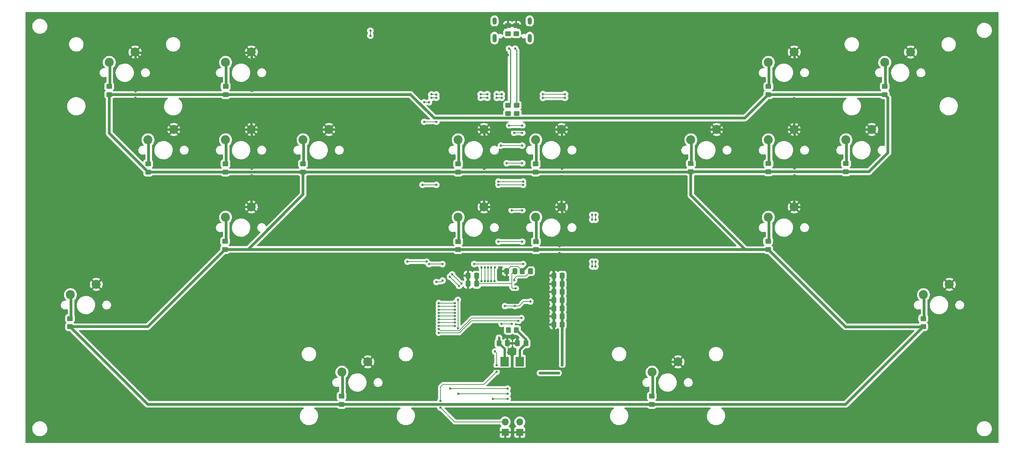
<source format=gbr>
%TF.GenerationSoftware,KiCad,Pcbnew,7.0.7*%
%TF.CreationDate,2023-10-06T06:03:54+09:00*%
%TF.ProjectId,Sixtar-Switch,53697874-6172-42d5-9377-697463682e6b,rev?*%
%TF.SameCoordinates,Original*%
%TF.FileFunction,Copper,L2,Bot*%
%TF.FilePolarity,Positive*%
%FSLAX46Y46*%
G04 Gerber Fmt 4.6, Leading zero omitted, Abs format (unit mm)*
G04 Created by KiCad (PCBNEW 7.0.7) date 2023-10-06 06:03:54*
%MOMM*%
%LPD*%
G01*
G04 APERTURE LIST*
G04 Aperture macros list*
%AMRoundRect*
0 Rectangle with rounded corners*
0 $1 Rounding radius*
0 $2 $3 $4 $5 $6 $7 $8 $9 X,Y pos of 4 corners*
0 Add a 4 corners polygon primitive as box body*
4,1,4,$2,$3,$4,$5,$6,$7,$8,$9,$2,$3,0*
0 Add four circle primitives for the rounded corners*
1,1,$1+$1,$2,$3*
1,1,$1+$1,$4,$5*
1,1,$1+$1,$6,$7*
1,1,$1+$1,$8,$9*
0 Add four rect primitives between the rounded corners*
20,1,$1+$1,$2,$3,$4,$5,0*
20,1,$1+$1,$4,$5,$6,$7,0*
20,1,$1+$1,$6,$7,$8,$9,0*
20,1,$1+$1,$8,$9,$2,$3,0*%
G04 Aperture macros list end*
%TA.AperFunction,ComponentPad*%
%ADD10O,1.000000X2.100000*%
%TD*%
%TA.AperFunction,ComponentPad*%
%ADD11O,1.000000X1.800000*%
%TD*%
%TA.AperFunction,ComponentPad*%
%ADD12R,1.700000X1.700000*%
%TD*%
%TA.AperFunction,ComponentPad*%
%ADD13O,1.700000X1.700000*%
%TD*%
%TA.AperFunction,ComponentPad*%
%ADD14C,2.200000*%
%TD*%
%TA.AperFunction,SMDPad,CuDef*%
%ADD15RoundRect,0.250000X0.450000X-0.350000X0.450000X0.350000X-0.450000X0.350000X-0.450000X-0.350000X0*%
%TD*%
%TA.AperFunction,SMDPad,CuDef*%
%ADD16RoundRect,0.250000X0.337500X0.475000X-0.337500X0.475000X-0.337500X-0.475000X0.337500X-0.475000X0*%
%TD*%
%TA.AperFunction,SMDPad,CuDef*%
%ADD17RoundRect,0.250000X-0.450000X0.350000X-0.450000X-0.350000X0.450000X-0.350000X0.450000X0.350000X0*%
%TD*%
%TA.AperFunction,SMDPad,CuDef*%
%ADD18RoundRect,0.250000X-0.337500X-0.475000X0.337500X-0.475000X0.337500X0.475000X-0.337500X0.475000X0*%
%TD*%
%TA.AperFunction,SMDPad,CuDef*%
%ADD19R,2.000000X2.400000*%
%TD*%
%TA.AperFunction,SMDPad,CuDef*%
%ADD20RoundRect,0.250000X0.350000X0.450000X-0.350000X0.450000X-0.350000X-0.450000X0.350000X-0.450000X0*%
%TD*%
%TA.AperFunction,ViaPad*%
%ADD21C,0.600000*%
%TD*%
%TA.AperFunction,Conductor*%
%ADD22C,0.200000*%
%TD*%
%TA.AperFunction,Conductor*%
%ADD23C,0.635000*%
%TD*%
%TA.AperFunction,Conductor*%
%ADD24C,0.600000*%
%TD*%
%TA.AperFunction,Conductor*%
%ADD25C,0.254000*%
%TD*%
G04 APERTURE END LIST*
D10*
%TO.P,J1,S1,SHIELD*%
%TO.N,GNDPWR*%
X142320000Y-24905000D03*
D11*
X142320000Y-20725000D03*
D10*
X133680000Y-24905000D03*
D11*
X133680000Y-20725000D03*
%TD*%
D12*
%TO.P,RESET_SW1,1,1*%
%TO.N,GND*%
X136295000Y-121860000D03*
D13*
%TO.P,RESET_SW1,2,2*%
%TO.N,Net-(U3-RUN)*%
X136295000Y-119320000D03*
%TD*%
D14*
%TO.P,SW1,1*%
%TO.N,GND*%
X45396250Y-28351875D03*
%TO.P,SW1,2*%
%TO.N,BTN_LXAxis*%
X39046250Y-30891875D03*
%TD*%
%TO.P,SW8,1*%
%TO.N,GND*%
X131121250Y-47401875D03*
%TO.P,SW8,2*%
%TO.N,BTN_L*%
X124771250Y-49941875D03*
%TD*%
%TO.P,SW14,1*%
%TO.N,GND*%
X131121250Y-66451875D03*
%TO.P,SW14,2*%
%TO.N,BTN_Minus*%
X124771250Y-68991875D03*
%TD*%
%TO.P,SW16,1*%
%TO.N,GND*%
X207321250Y-66451875D03*
%TO.P,SW16,2*%
%TO.N,BTN_B*%
X200971250Y-68991875D03*
%TD*%
%TO.P,SW18,1*%
%TO.N,GND*%
X245421250Y-85501875D03*
%TO.P,SW18,2*%
%TO.N,BTN_Home*%
X239071250Y-88041875D03*
%TD*%
%TO.P,SW7,1*%
%TO.N,GND*%
X93021250Y-47401875D03*
%TO.P,SW7,2*%
%TO.N,DPad_Right*%
X86671250Y-49941875D03*
%TD*%
%TO.P,SW3,1*%
%TO.N,GND*%
X207321250Y-28351875D03*
%TO.P,SW3,2*%
%TO.N,BTN_RS*%
X200971250Y-30891875D03*
%TD*%
%TO.P,SW19,1*%
%TO.N,GND*%
X102546250Y-104551875D03*
%TO.P,SW19,2*%
%TO.N,BTN_ZL*%
X96196250Y-107091875D03*
%TD*%
%TO.P,SW17,1*%
%TO.N,GND*%
X35871250Y-85501875D03*
%TO.P,SW17,2*%
%TO.N,BTN_Capture*%
X29521250Y-88041875D03*
%TD*%
%TO.P,SW13,1*%
%TO.N,GND*%
X73971250Y-66451875D03*
%TO.P,SW13,2*%
%TO.N,DPad_Down*%
X67621250Y-68991875D03*
%TD*%
%TO.P,SW10,1*%
%TO.N,GND*%
X188271250Y-47401875D03*
%TO.P,SW10,2*%
%TO.N,BTN_Y*%
X181921250Y-49941875D03*
%TD*%
%TO.P,SW9,1*%
%TO.N,GND*%
X150171250Y-47401875D03*
%TO.P,SW9,2*%
%TO.N,BTN_R*%
X143821250Y-49941875D03*
%TD*%
%TO.P,SW20,1*%
%TO.N,GND*%
X178746250Y-104551875D03*
%TO.P,SW20,2*%
%TO.N,BTN_ZR*%
X172396250Y-107091875D03*
%TD*%
%TO.P,SW2,1*%
%TO.N,GND*%
X73971250Y-28351875D03*
%TO.P,SW2,2*%
%TO.N,BTN_LS*%
X67621250Y-30891875D03*
%TD*%
%TO.P,SW11,1*%
%TO.N,GND*%
X207321250Y-47401875D03*
%TO.P,SW11,2*%
%TO.N,BTN_X*%
X200971250Y-49941875D03*
%TD*%
%TO.P,SW6,1*%
%TO.N,GND*%
X73971250Y-47401875D03*
%TO.P,SW6,2*%
%TO.N,DPad_Up*%
X67621250Y-49941875D03*
%TD*%
%TO.P,SW5,1*%
%TO.N,GND*%
X54921250Y-47401875D03*
%TO.P,SW5,2*%
%TO.N,DPad_Left*%
X48571250Y-49941875D03*
%TD*%
%TO.P,SW15,1*%
%TO.N,GND*%
X150171250Y-66451875D03*
%TO.P,SW15,2*%
%TO.N,BTN_Plus*%
X143821250Y-68991875D03*
%TD*%
%TO.P,SW4,1*%
%TO.N,GND*%
X235896250Y-28351875D03*
%TO.P,SW4,2*%
%TO.N,BTN_RXAxis*%
X229546250Y-30891875D03*
%TD*%
D12*
%TO.P,BOOT_SW1,1,1*%
%TO.N,GND*%
X139905000Y-121860000D03*
D13*
%TO.P,BOOT_SW1,2,2*%
%TO.N,Net-(BOOT_SW1-Pad2)*%
X139905000Y-119320000D03*
%TD*%
D14*
%TO.P,SW12,1*%
%TO.N,GND*%
X226371250Y-47401875D03*
%TO.P,SW12,2*%
%TO.N,BTN_A*%
X220021250Y-49941875D03*
%TD*%
D15*
%TO.P,R27,1*%
%TO.N,+3.3V*%
X86650000Y-57850000D03*
%TO.P,R27,2*%
%TO.N,DPad_Right*%
X86650000Y-55850000D03*
%TD*%
D16*
%TO.P,C12,1*%
%TO.N,+3.3V*%
X150317500Y-93360000D03*
%TO.P,C12,2*%
%TO.N,GND*%
X148242500Y-93360000D03*
%TD*%
%TO.P,C10,1*%
%TO.N,+3.3V*%
X150317500Y-89360000D03*
%TO.P,C10,2*%
%TO.N,GND*%
X148242500Y-89360000D03*
%TD*%
%TO.P,C5,1*%
%TO.N,+1V1*%
X129290238Y-83360000D03*
%TO.P,C5,2*%
%TO.N,GND*%
X127215238Y-83360000D03*
%TD*%
%TO.P,C8,1*%
%TO.N,+3.3V*%
X150317500Y-85360000D03*
%TO.P,C8,2*%
%TO.N,GND*%
X148242500Y-85360000D03*
%TD*%
D15*
%TO.P,R1,1*%
%TO.N,+3.3V*%
X181920000Y-57790000D03*
%TO.P,R1,2*%
%TO.N,BTN_Y*%
X181920000Y-55790000D03*
%TD*%
D16*
%TO.P,C16,1*%
%TO.N,GND*%
X136877500Y-99980000D03*
%TO.P,C16,2*%
%TO.N,Net-(U3-XIN)*%
X134802500Y-99980000D03*
%TD*%
D15*
%TO.P,R19,1*%
%TO.N,+3.3V*%
X239000000Y-95900000D03*
%TO.P,R19,2*%
%TO.N,BTN_Home*%
X239000000Y-93900000D03*
%TD*%
%TO.P,R15,1*%
%TO.N,+3.3V*%
X124750000Y-76950000D03*
%TO.P,R15,2*%
%TO.N,BTN_Minus*%
X124750000Y-74950000D03*
%TD*%
%TO.P,R26,1*%
%TO.N,+3.3V*%
X48600000Y-57850000D03*
%TO.P,R26,2*%
%TO.N,DPad_Left*%
X48600000Y-55850000D03*
%TD*%
%TO.P,R23,1*%
%TO.N,+3.3V*%
X229550000Y-38800000D03*
%TO.P,R23,2*%
%TO.N,BTN_RXAxis*%
X229550000Y-36800000D03*
%TD*%
%TO.P,R2,1*%
%TO.N,Net-(J1-CC1)*%
X139000000Y-23800000D03*
%TO.P,R2,2*%
%TO.N,GND*%
X139000000Y-21800000D03*
%TD*%
%TO.P,R25,1*%
%TO.N,+3.3V*%
X67500000Y-76900000D03*
%TO.P,R25,2*%
%TO.N,DPad_Down*%
X67500000Y-74900000D03*
%TD*%
%TO.P,R16,1*%
%TO.N,+3.3V*%
X143850000Y-76950000D03*
%TO.P,R16,2*%
%TO.N,BTN_Plus*%
X143850000Y-74950000D03*
%TD*%
%TO.P,R18,1*%
%TO.N,+3.3V*%
X200970000Y-38800000D03*
%TO.P,R18,2*%
%TO.N,BTN_RS*%
X200970000Y-36800000D03*
%TD*%
D16*
%TO.P,C9,1*%
%TO.N,+3.3V*%
X150317500Y-87360000D03*
%TO.P,C9,2*%
%TO.N,GND*%
X148242500Y-87360000D03*
%TD*%
D15*
%TO.P,R22,1*%
%TO.N,+3.3V*%
X39040000Y-38800000D03*
%TO.P,R22,2*%
%TO.N,BTN_LXAxis*%
X39040000Y-36800000D03*
%TD*%
%TO.P,R8,1*%
%TO.N,+3.3V*%
X200970000Y-57790000D03*
%TO.P,R8,2*%
%TO.N,BTN_X*%
X200970000Y-55790000D03*
%TD*%
%TO.P,R12,1*%
%TO.N,+3.3V*%
X143800000Y-57850000D03*
%TO.P,R12,2*%
%TO.N,BTN_R*%
X143800000Y-55850000D03*
%TD*%
%TO.P,R21,1*%
%TO.N,+3.3V*%
X29400000Y-95900000D03*
%TO.P,R21,2*%
%TO.N,BTN_Capture*%
X29400000Y-93900000D03*
%TD*%
D16*
%TO.P,C15,1*%
%TO.N,+3.3V*%
X142547500Y-82230000D03*
%TO.P,C15,2*%
%TO.N,GND*%
X140472500Y-82230000D03*
%TD*%
D15*
%TO.P,R3,1*%
%TO.N,Net-(J1-CC2)*%
X137000000Y-23800000D03*
%TO.P,R3,2*%
%TO.N,GND*%
X137000000Y-21800000D03*
%TD*%
D17*
%TO.P,R5,1*%
%TO.N,D-*%
X139150000Y-41450000D03*
%TO.P,R5,2*%
%TO.N,RP_D-*%
X139150000Y-43450000D03*
%TD*%
D15*
%TO.P,R13,1*%
%TO.N,+3.3V*%
X96100000Y-115000000D03*
%TO.P,R13,2*%
%TO.N,BTN_ZL*%
X96100000Y-113000000D03*
%TD*%
%TO.P,R24,1*%
%TO.N,+3.3V*%
X67600000Y-57850000D03*
%TO.P,R24,2*%
%TO.N,DPad_Up*%
X67600000Y-55850000D03*
%TD*%
%TO.P,R4,1*%
%TO.N,+3.3V*%
X200900000Y-76900000D03*
%TO.P,R4,2*%
%TO.N,BTN_B*%
X200900000Y-74900000D03*
%TD*%
D16*
%TO.P,C7,1*%
%TO.N,+3.3V*%
X150317500Y-83360000D03*
%TO.P,C7,2*%
%TO.N,GND*%
X148242500Y-83360000D03*
%TD*%
D17*
%TO.P,R6,1*%
%TO.N,D+*%
X137050000Y-41450000D03*
%TO.P,R6,2*%
%TO.N,RP_D+*%
X137050000Y-43450000D03*
%TD*%
D15*
%TO.P,R11,1*%
%TO.N,+3.3V*%
X124750000Y-57850000D03*
%TO.P,R11,2*%
%TO.N,BTN_L*%
X124750000Y-55850000D03*
%TD*%
%TO.P,R17,1*%
%TO.N,+3.3V*%
X67630000Y-38790000D03*
%TO.P,R17,2*%
%TO.N,BTN_LS*%
X67630000Y-36790000D03*
%TD*%
D16*
%TO.P,C14,1*%
%TO.N,+1V1*%
X138707500Y-82220000D03*
%TO.P,C14,2*%
%TO.N,GND*%
X136632500Y-82220000D03*
%TD*%
D18*
%TO.P,C17,1*%
%TO.N,GND*%
X139322500Y-99980000D03*
%TO.P,C17,2*%
%TO.N,Net-(C17-Pad2)*%
X141397500Y-99980000D03*
%TD*%
D16*
%TO.P,C11,1*%
%TO.N,+3.3V*%
X150317500Y-91360000D03*
%TO.P,C11,2*%
%TO.N,GND*%
X148242500Y-91360000D03*
%TD*%
D15*
%TO.P,R7,1*%
%TO.N,+3.3V*%
X220020000Y-57780000D03*
%TO.P,R7,2*%
%TO.N,BTN_A*%
X220020000Y-55780000D03*
%TD*%
%TO.P,R14,1*%
%TO.N,+3.3V*%
X172300000Y-115000000D03*
%TO.P,R14,2*%
%TO.N,BTN_ZR*%
X172300000Y-113000000D03*
%TD*%
D19*
%TO.P,Y1,1,1*%
%TO.N,Net-(C17-Pad2)*%
X139860000Y-104490000D03*
%TO.P,Y1,2,2*%
%TO.N,Net-(U3-XIN)*%
X136160000Y-104490000D03*
%TD*%
D20*
%TO.P,R20,1*%
%TO.N,Net-(C17-Pad2)*%
X139080000Y-96730000D03*
%TO.P,R20,2*%
%TO.N,Net-(U3-XOUT)*%
X137080000Y-96730000D03*
%TD*%
D16*
%TO.P,C13,1*%
%TO.N,+3.3V*%
X150317500Y-95360000D03*
%TO.P,C13,2*%
%TO.N,GND*%
X148242500Y-95360000D03*
%TD*%
%TO.P,C6,2*%
%TO.N,GND*%
X127215238Y-85340000D03*
%TO.P,C6,1*%
%TO.N,+1V1*%
X129290238Y-85340000D03*
%TD*%
D21*
%TO.N,BTN_Capture*%
X112300000Y-79900000D03*
%TO.N,GND*%
X141900000Y-97800000D03*
X139300000Y-98400000D03*
X148300000Y-97200000D03*
X151800000Y-97300000D03*
X151800000Y-105300000D03*
X151800000Y-107200000D03*
X150410000Y-110040000D03*
%TO.N,+3.3V*%
X144870000Y-107300000D03*
X149430000Y-107300000D03*
X150300000Y-105372500D03*
%TO.N,DPad_Right*%
X116000500Y-61000000D03*
X119400000Y-61000000D03*
X134651000Y-61000000D03*
X157700497Y-81099500D03*
X157700000Y-68392375D03*
X157700000Y-79900500D03*
X157700497Y-69591375D03*
X140700000Y-60999502D03*
%TO.N,DPad_Left*%
X158500000Y-81099500D03*
X158500000Y-79900500D03*
X158500000Y-69591375D03*
X158500000Y-68392375D03*
X140700000Y-60200000D03*
X134651000Y-60200000D03*
X119399500Y-45500000D03*
X116400500Y-45500000D03*
%TO.N,DPad_Down*%
X120000500Y-97394962D03*
X139555665Y-94455665D03*
%TO.N,GND*%
X74000000Y-37900000D03*
X73971250Y-39935750D03*
X45500000Y-39617000D03*
X45500000Y-37983000D03*
X74000000Y-57033000D03*
X74000000Y-58667000D03*
%TO.N,DPad_Up*%
X120000500Y-96499503D03*
X140300000Y-93800000D03*
%TO.N,Net-(U3-RUN)*%
X120400000Y-114183000D03*
X134200000Y-106989500D03*
X134200000Y-105390500D03*
X120400000Y-115817000D03*
X133800000Y-102000000D03*
%TO.N,BTN_ZR*%
X124700000Y-89300000D03*
X124700000Y-96300000D03*
%TO.N,Net-(U3-RUN)*%
X135422440Y-95222440D03*
X137931754Y-95231754D03*
%TO.N,BTN_RXAxis*%
X151000000Y-38700000D03*
%TO.N,BTN_Capture*%
X117000000Y-79900000D03*
%TO.N,BTN_Home*%
X140700000Y-80500000D03*
X128700000Y-80500000D03*
X120900000Y-80500000D03*
X117600500Y-80500000D03*
%TO.N,BTN_Capture*%
X119999929Y-94099502D03*
%TO.N,BTN_Home*%
X120000500Y-93300000D03*
%TO.N,BTN_Capture*%
X123999499Y-94098008D03*
%TO.N,BTN_Home*%
X123999501Y-93298506D03*
%TO.N,BTN_LXAxis*%
X103200000Y-23100500D03*
X103200000Y-24299500D03*
X116400500Y-40700000D03*
X117600500Y-40700000D03*
X119999929Y-94900498D03*
X123999499Y-94897511D03*
%TO.N,BTN_RXAxis*%
X118176173Y-38776005D03*
X120000500Y-95700000D03*
X119399500Y-38800000D03*
X130300000Y-38700000D03*
X131938250Y-38700000D03*
X135449500Y-38700000D03*
X145600000Y-38700000D03*
X123999499Y-95697014D03*
X134250500Y-38700000D03*
%TO.N,BTN_RS*%
X151000000Y-39600000D03*
X135449500Y-39600000D03*
X130304250Y-39600000D03*
X145600000Y-39600000D03*
X119399500Y-39600000D03*
X118200000Y-39600000D03*
X134250500Y-39600000D03*
X120000500Y-92500000D03*
X123999493Y-92499004D03*
X131938250Y-39600000D03*
%TO.N,BTN_LS*%
X120000500Y-91700000D03*
X124000071Y-91699502D03*
%TO.N,BTN_Plus*%
X140499500Y-75000000D03*
X134650500Y-75000000D03*
X120937963Y-84537963D03*
X119400000Y-84900000D03*
X120000500Y-90900000D03*
X123999499Y-90900000D03*
%TO.N,BTN_Minus*%
X120000500Y-90100000D03*
X123999499Y-90100000D03*
%TO.N,BTN_ZL*%
X124983577Y-85864245D03*
X122721541Y-83602207D03*
%TO.N,BTN_R*%
X135250500Y-51350000D03*
X140499500Y-51350000D03*
X123286874Y-83036874D03*
X125548911Y-85298911D03*
%TO.N,BTN_L*%
X130500000Y-81300000D03*
X130500000Y-84700000D03*
%TO.N,BTN_X*%
X136700500Y-55700000D03*
X140499500Y-55700000D03*
X131299503Y-81300000D03*
X131299502Y-84700003D03*
%TO.N,GND*%
X207350000Y-58607000D03*
X207350000Y-56973000D03*
X207300000Y-37650000D03*
X207321250Y-39695750D03*
%TO.N,BTN_A*%
X140499500Y-46400000D03*
X132100001Y-81300005D03*
X137300000Y-46400000D03*
X132099004Y-84699977D03*
%TO.N,GND*%
X149633000Y-77767000D03*
X149600000Y-76100000D03*
%TO.N,BTN_Y*%
X140499500Y-48201375D03*
%TO.N,GND*%
X131121250Y-58788250D03*
X131100000Y-57033000D03*
X150171250Y-58795750D03*
X150200000Y-57033000D03*
%TO.N,BTN_B*%
X140499500Y-67251375D03*
X137900500Y-67251375D03*
X132899503Y-81299500D03*
X132898506Y-84700571D03*
%TO.N,BTN_Y*%
X138500500Y-48201375D03*
X133750000Y-81300000D03*
X133698008Y-84700000D03*
%TO.N,GND*%
X137000000Y-102200000D03*
%TO.N,Net-(U3-XIN)*%
X134800000Y-98600000D03*
%TO.N,Net-(U3-XOUT)*%
X137080000Y-96730000D03*
%TO.N,QSPI_SD3*%
X122753649Y-111146351D03*
%TO.N,QSPI_SCLK*%
X124816340Y-112361220D03*
%TO.N,QSPI_SD3*%
X136912623Y-111150709D03*
%TO.N,QSPI_SCLK*%
X136934500Y-112400000D03*
%TO.N,QSPI_SD0*%
X136934500Y-113634500D03*
X133300000Y-113634500D03*
%TO.N,GND*%
X136800000Y-87400000D03*
X136800000Y-88700000D03*
X136800000Y-90000000D03*
X132900000Y-27600000D03*
X138100000Y-90000000D03*
X136962500Y-29050000D03*
X139400000Y-90000000D03*
X139400000Y-87400000D03*
X143100000Y-27600000D03*
X138100000Y-87400000D03*
X139400000Y-88700000D03*
X138100000Y-88700000D03*
%TO.N,+1V1*%
X138900000Y-86500000D03*
X138500500Y-82220000D03*
%TO.N,+3.3V*%
X142547500Y-82230000D03*
X138499500Y-84473911D03*
X136250000Y-90817000D03*
X150317500Y-83360000D03*
X142500000Y-89700000D03*
X138700000Y-90817000D03*
%TO.N,Net-(J1-CC1)*%
X139000000Y-23800000D03*
%TO.N,D+*%
X137250000Y-27500000D03*
%TO.N,D-*%
X138750000Y-27500000D03*
%TO.N,Net-(J1-CC2)*%
X137000000Y-23800000D03*
%TO.N,RP_D-*%
X139150000Y-43450000D03*
%TO.N,RP_D+*%
X137050000Y-43450000D03*
%TD*%
D22*
%TO.N,BTN_Capture*%
X117000000Y-79900000D02*
X112300000Y-79900000D01*
%TO.N,QSPI_SCLK*%
X124816340Y-112361220D02*
X124855120Y-112400000D01*
X124855120Y-112400000D02*
X136934500Y-112400000D01*
%TO.N,QSPI_SD3*%
X122772798Y-111165500D02*
X136897832Y-111165500D01*
X136897832Y-111165500D02*
X136912623Y-111150709D01*
X122753649Y-111146351D02*
X122772798Y-111165500D01*
%TO.N,+3.3V*%
X141377500Y-83400000D02*
X142547500Y-82230000D01*
X139200000Y-83400000D02*
X141377500Y-83400000D01*
X138499500Y-84473911D02*
X138499500Y-84100500D01*
X138499500Y-84100500D02*
X139200000Y-83400000D01*
%TO.N,BTN_Home*%
X140700000Y-80500000D02*
X128700000Y-80500000D01*
%TO.N,BTN_Y*%
X133700000Y-84599500D02*
X133700000Y-81400000D01*
X133700000Y-81400000D02*
X133750000Y-81350000D01*
%TO.N,BTN_Home*%
X117600500Y-80500000D02*
X120900000Y-80500000D01*
%TO.N,BTN_Plus*%
X120937963Y-84537963D02*
X120575926Y-84900000D01*
X120575926Y-84900000D02*
X119400000Y-84900000D01*
%TO.N,Net-(U3-RUN)*%
X133800000Y-102000000D02*
X134203056Y-102403056D01*
X134203056Y-102403056D02*
X134203056Y-105387444D01*
X134203056Y-105387444D02*
X134200000Y-105390500D01*
%TO.N,DPad_Left*%
X134651000Y-60200000D02*
X140700000Y-60200000D01*
%TO.N,DPad_Right*%
X140699502Y-61000000D02*
X134651000Y-61000000D01*
X140700000Y-60999502D02*
X140699502Y-61000000D01*
D23*
%TO.N,GND*%
X139300000Y-99957500D02*
X139322500Y-99980000D01*
X139300000Y-98400000D02*
X139300000Y-99957500D01*
X147700000Y-97800000D02*
X141900000Y-97800000D01*
X148300000Y-97200000D02*
X147700000Y-97800000D01*
X148300000Y-97200000D02*
X148300000Y-95417500D01*
X148300000Y-95417500D02*
X148242500Y-95360000D01*
X151800000Y-105300000D02*
X151800000Y-97300000D01*
X150410000Y-110040000D02*
X150410000Y-108590000D01*
X150410000Y-108590000D02*
X151800000Y-107200000D01*
%TO.N,+3.3V*%
X149430000Y-107300000D02*
X144870000Y-107300000D01*
X150317500Y-105355000D02*
X150300000Y-105372500D01*
X150317500Y-95360000D02*
X150317500Y-105355000D01*
D22*
%TO.N,DPad_Right*%
X119400000Y-61000000D02*
X116000500Y-61000000D01*
X157700497Y-68392872D02*
X157700000Y-68392375D01*
X157700497Y-69591375D02*
X157700497Y-68392872D01*
X157700497Y-81099500D02*
X157700497Y-79900997D01*
X157700497Y-79900997D02*
X157700000Y-79900500D01*
%TO.N,DPad_Left*%
X158500000Y-79900500D02*
X158500000Y-81099500D01*
X158500000Y-68392375D02*
X158500000Y-69591375D01*
X116400500Y-45500000D02*
X119399500Y-45500000D01*
%TO.N,DPad_Down*%
X125070724Y-97394962D02*
X120000500Y-97394962D01*
X126782843Y-95682843D02*
X125070724Y-97394962D01*
X128010021Y-94455665D02*
X126782843Y-95682843D01*
X139555665Y-94455665D02*
X128010021Y-94455665D01*
%TO.N,DPad_Up*%
X120400997Y-96900000D02*
X120000500Y-96499503D01*
X125000000Y-96900000D02*
X120400997Y-96900000D01*
X128100000Y-93800000D02*
X125000000Y-96900000D01*
X140300000Y-93800000D02*
X128100000Y-93800000D01*
D24*
%TO.N,GND*%
X74000000Y-28380625D02*
X73971250Y-28351875D01*
X74000000Y-37900000D02*
X74000000Y-28380625D01*
X73971250Y-39935750D02*
X73971250Y-47401875D01*
X52701875Y-47401875D02*
X54921250Y-47401875D01*
X45500000Y-39617000D02*
X45500000Y-40200000D01*
X45500000Y-40200000D02*
X52701875Y-47401875D01*
X45500000Y-28455625D02*
X45396250Y-28351875D01*
X45500000Y-37983000D02*
X45500000Y-28455625D01*
D23*
%TO.N,+3.3V*%
X195202500Y-44567500D02*
X200970000Y-38800000D01*
X118867500Y-44567500D02*
X195202500Y-44567500D01*
X113090000Y-38790000D02*
X118867500Y-44567500D01*
X67630000Y-38790000D02*
X113090000Y-38790000D01*
D24*
%TO.N,GND*%
X74000000Y-47430625D02*
X73971250Y-47401875D01*
X74000000Y-57033000D02*
X74000000Y-47430625D01*
X73971250Y-66451875D02*
X73971250Y-58695750D01*
X73971250Y-58695750D02*
X74000000Y-58667000D01*
D22*
%TO.N,Net-(U3-RUN)*%
X123903000Y-119320000D02*
X136295000Y-119320000D01*
X120400000Y-115817000D02*
X123903000Y-119320000D01*
X121000000Y-110100000D02*
X120400000Y-110700000D01*
X131089500Y-110100000D02*
X121000000Y-110100000D01*
X134200000Y-106989500D02*
X131089500Y-110100000D01*
X120400000Y-110700000D02*
X120400000Y-114183000D01*
%TO.N,BTN_ZR*%
X124700000Y-89300000D02*
X124700000Y-96300000D01*
%TO.N,Net-(U3-RUN)*%
X135431754Y-95231754D02*
X135422440Y-95222440D01*
X137931754Y-95231754D02*
X135431754Y-95231754D01*
%TO.N,BTN_LXAxis*%
X116400500Y-40700000D02*
X117600500Y-40700000D01*
%TO.N,BTN_RXAxis*%
X150950000Y-38700000D02*
X151000000Y-38700000D01*
X150950000Y-38700000D02*
X145600000Y-38700000D01*
%TO.N,BTN_RS*%
X151000000Y-39600000D02*
X145600000Y-39600000D01*
X135449500Y-39600000D02*
X134250500Y-39600000D01*
X131938250Y-39600000D02*
X130304250Y-39600000D01*
%TO.N,BTN_RXAxis*%
X135449500Y-38700000D02*
X134250500Y-38700000D01*
X131938250Y-38700000D02*
X130300000Y-38700000D01*
X119399500Y-38800000D02*
X119375505Y-38776005D01*
X119375505Y-38776005D02*
X118176173Y-38776005D01*
%TO.N,BTN_RS*%
X119399500Y-39600000D02*
X118200000Y-39600000D01*
%TO.N,BTN_Capture*%
X120001423Y-94098008D02*
X119999929Y-94099502D01*
X123999499Y-94098008D02*
X120001423Y-94098008D01*
%TO.N,BTN_Home*%
X120001994Y-93298506D02*
X120000500Y-93300000D01*
X123999501Y-93298506D02*
X120001994Y-93298506D01*
%TO.N,BTN_LXAxis*%
X120000427Y-94900000D02*
X123997010Y-94900000D01*
X123997010Y-94900000D02*
X123999499Y-94897511D01*
X119999929Y-94900498D02*
X120000427Y-94900000D01*
%TO.N,BTN_RXAxis*%
X123996513Y-95700000D02*
X123999499Y-95697014D01*
X120000500Y-95700000D02*
X123996513Y-95700000D01*
%TO.N,BTN_LXAxis*%
X103200000Y-24299500D02*
X103200000Y-23100500D01*
%TO.N,BTN_RS*%
X120001496Y-92499004D02*
X120000500Y-92500000D01*
X123999493Y-92499004D02*
X120001496Y-92499004D01*
%TO.N,BTN_LS*%
X120000998Y-91699502D02*
X120000500Y-91700000D01*
X124000071Y-91699502D02*
X120000998Y-91699502D01*
%TO.N,BTN_Plus*%
X134650500Y-75000000D02*
X140499500Y-75000000D01*
X123999499Y-90900000D02*
X120000500Y-90900000D01*
%TO.N,BTN_Minus*%
X123999499Y-90100000D02*
X120000500Y-90100000D01*
%TO.N,BTN_ZL*%
X124983577Y-85864245D02*
X122721541Y-83602209D01*
X122721541Y-83602209D02*
X122721541Y-83602207D01*
%TO.N,BTN_R*%
X135250500Y-51350000D02*
X140499500Y-51350000D01*
X125548911Y-85298911D02*
X123286874Y-83036874D01*
%TO.N,BTN_L*%
X130501992Y-81401995D02*
X130500497Y-81400500D01*
X130501992Y-84599500D02*
X130501992Y-81401995D01*
%TO.N,BTN_X*%
X136700500Y-55700000D02*
X140499500Y-55700000D01*
%TO.N,BTN_A*%
X137300000Y-46400000D02*
X140499500Y-46400000D01*
%TO.N,BTN_X*%
X131301494Y-81401994D02*
X131300000Y-81400500D01*
X131301494Y-84599503D02*
X131301494Y-81401994D01*
D24*
%TO.N,GND*%
X207350000Y-47430625D02*
X207321250Y-47401875D01*
X207350000Y-56973000D02*
X207350000Y-47430625D01*
X207321250Y-58635750D02*
X207350000Y-58607000D01*
X207321250Y-66451875D02*
X207321250Y-58635750D01*
X207300000Y-37650000D02*
X207350000Y-37600000D01*
X207350000Y-37600000D02*
X207350000Y-28380625D01*
X207350000Y-28380625D02*
X207321250Y-28351875D01*
X207321250Y-39695750D02*
X207321250Y-47401875D01*
D22*
%TO.N,BTN_A*%
X132100996Y-81401003D02*
X132100498Y-81400505D01*
X132100996Y-84599477D02*
X132100996Y-81401003D01*
D24*
%TO.N,GND*%
X150300000Y-75400000D02*
X150300000Y-66580625D01*
X149600000Y-76100000D02*
X150300000Y-75400000D01*
X150300000Y-66580625D02*
X150171250Y-66451875D01*
X149633000Y-77767000D02*
X146700000Y-80700000D01*
D22*
%TO.N,BTN_Y*%
X138500500Y-48201375D02*
X140499500Y-48201375D01*
D24*
%TO.N,GND*%
X131131250Y-47411875D02*
X131121250Y-47401875D01*
X131131250Y-57001750D02*
X131131250Y-47411875D01*
X131100000Y-57033000D02*
X131131250Y-57001750D01*
X131121250Y-58788250D02*
X131121250Y-66451875D01*
X150200000Y-47430625D02*
X150171250Y-47401875D01*
X150200000Y-57033000D02*
X150200000Y-47430625D01*
X150171250Y-58795750D02*
X150171250Y-66451875D01*
D22*
%TO.N,BTN_B*%
X137900500Y-67251375D02*
X140499500Y-67251375D01*
X132900498Y-81400498D02*
X132900000Y-81400000D01*
X132900498Y-84600071D02*
X132900498Y-81400498D01*
%TO.N,GND*%
X137000000Y-100102500D02*
X136877500Y-99980000D01*
X137000000Y-102200000D02*
X137000000Y-100102500D01*
D24*
%TO.N,Net-(U3-XIN)*%
X134802500Y-98602500D02*
X134800000Y-98600000D01*
X134802500Y-99980000D02*
X134802500Y-98602500D01*
X136160000Y-101337500D02*
X134802500Y-99980000D01*
X136160000Y-104490000D02*
X136160000Y-101337500D01*
D22*
%TO.N,QSPI_SD0*%
X136934500Y-113634500D02*
X133300000Y-113634500D01*
D23*
%TO.N,GND*%
X136800000Y-88700000D02*
X136800000Y-87400000D01*
D24*
X136877500Y-99980000D02*
X139322500Y-99980000D01*
D23*
X148242500Y-87360000D02*
X148242500Y-85360000D01*
D24*
X45396250Y-28351875D02*
X45551250Y-28506875D01*
D23*
X127215238Y-85340000D02*
X127215238Y-83360000D01*
X136800000Y-88700000D02*
X136800000Y-90000000D01*
D24*
X132900000Y-28500000D02*
X133400000Y-29000000D01*
X207321250Y-66451875D02*
X226371250Y-66451875D01*
D23*
X139400000Y-88700000D02*
X139400000Y-87400000D01*
D22*
X136632500Y-82167500D02*
X137700000Y-81100000D01*
D24*
X167410000Y-106190000D02*
X169048125Y-104551875D01*
D23*
X132300000Y-27000000D02*
X132900000Y-27600000D01*
X146700000Y-80700000D02*
X142002500Y-80700000D01*
X142002500Y-80700000D02*
X140472500Y-82230000D01*
X139000000Y-21800000D02*
X139500000Y-22300000D01*
X139400000Y-90000000D02*
X138100000Y-90000000D01*
D24*
X45551250Y-28506875D02*
X73816250Y-28506875D01*
D23*
X148242500Y-95360000D02*
X148242500Y-93360000D01*
D24*
X226371250Y-66451875D02*
X245421250Y-85501875D01*
D23*
X138100000Y-88700000D02*
X136800000Y-88700000D01*
X148242500Y-85360000D02*
X148242500Y-83360000D01*
X148242500Y-89360000D02*
X148242500Y-87360000D01*
X143700000Y-27000000D02*
X143100000Y-27600000D01*
X139400000Y-88700000D02*
X139400000Y-90000000D01*
X139500000Y-22300000D02*
X142350000Y-22300000D01*
X148242500Y-82242500D02*
X146700000Y-80700000D01*
D24*
X104184375Y-106190000D02*
X167410000Y-106190000D01*
X150171250Y-47401875D02*
X188271250Y-47401875D01*
X188271250Y-47401875D02*
X207321250Y-47401875D01*
D22*
X139342500Y-81100000D02*
X140472500Y-82230000D01*
D24*
X35871250Y-85501875D02*
X54921250Y-66451875D01*
D23*
X138100000Y-88700000D02*
X139400000Y-88700000D01*
D24*
X132900000Y-27600000D02*
X132900000Y-28500000D01*
X73816250Y-28506875D02*
X73971250Y-28351875D01*
X136912500Y-29000000D02*
X136962500Y-29050000D01*
X131121250Y-47401875D02*
X150171250Y-47401875D01*
D23*
X138100000Y-90000000D02*
X138100000Y-88700000D01*
D24*
X93021250Y-47401875D02*
X131121250Y-47401875D01*
D23*
X133600000Y-22300000D02*
X132300000Y-23600000D01*
X137000000Y-21800000D02*
X139000000Y-21800000D01*
X138100000Y-87400000D02*
X138100000Y-88700000D01*
X148242500Y-91360000D02*
X148242500Y-89360000D01*
X137000000Y-21800000D02*
X136500000Y-22300000D01*
X138100000Y-87400000D02*
X139400000Y-87400000D01*
D22*
X136632500Y-82220000D02*
X136632500Y-82167500D01*
D24*
X73971250Y-47401875D02*
X93021250Y-47401875D01*
X54921250Y-66451875D02*
X73971250Y-66451875D01*
X102546250Y-104551875D02*
X104184375Y-106190000D01*
X131121250Y-66451875D02*
X150171250Y-66451875D01*
D23*
X136500000Y-22300000D02*
X133600000Y-22300000D01*
X148242500Y-83360000D02*
X148242500Y-82242500D01*
D24*
X133400000Y-29000000D02*
X136912500Y-29000000D01*
X54921250Y-47401875D02*
X73971250Y-47401875D01*
X207321250Y-47401875D02*
X226371250Y-47401875D01*
X169048125Y-104551875D02*
X178746250Y-104551875D01*
D23*
X132300000Y-23600000D02*
X132300000Y-27000000D01*
X142350000Y-22300000D02*
X143700000Y-23650000D01*
X143700000Y-23650000D02*
X143700000Y-27000000D01*
X148242500Y-93360000D02*
X148242500Y-91360000D01*
D22*
X137700000Y-81100000D02*
X139342500Y-81100000D01*
D23*
X136800000Y-87400000D02*
X138100000Y-87400000D01*
X136800000Y-90000000D02*
X138100000Y-90000000D01*
%TO.N,BTN_Plus*%
X143968750Y-69139375D02*
X143821250Y-68991875D01*
X143968750Y-74831250D02*
X143968750Y-69139375D01*
X143850000Y-74950000D02*
X143968750Y-74831250D01*
%TO.N,BTN_Minus*%
X124918750Y-69139375D02*
X124771250Y-68991875D01*
X124750000Y-74950000D02*
X124918750Y-74781250D01*
X124918750Y-74781250D02*
X124918750Y-69139375D01*
%TO.N,BTN_A*%
X220020000Y-55780000D02*
X220168750Y-55631250D01*
X220168750Y-55631250D02*
X220168750Y-50089375D01*
X220168750Y-50089375D02*
X220021250Y-49941875D01*
%TO.N,BTN_B*%
X201118750Y-74681250D02*
X201118750Y-69139375D01*
X201118750Y-69139375D02*
X200971250Y-68991875D01*
X200900000Y-74900000D02*
X201118750Y-74681250D01*
%TO.N,BTN_Capture*%
X29668750Y-88189375D02*
X29521250Y-88041875D01*
X29400000Y-93900000D02*
X29668750Y-93631250D01*
X29668750Y-93631250D02*
X29668750Y-88189375D01*
%TO.N,BTN_Home*%
X239000000Y-93900000D02*
X239218750Y-93681250D01*
X239218750Y-93681250D02*
X239218750Y-88189375D01*
X239218750Y-88189375D02*
X239071250Y-88041875D01*
%TO.N,BTN_L*%
X124918750Y-50089375D02*
X124771250Y-49941875D01*
X124918750Y-55731250D02*
X124918750Y-50089375D01*
X124750000Y-55900000D02*
X124918750Y-55731250D01*
%TO.N,BTN_LS*%
X67768750Y-31039375D02*
X67621250Y-30891875D01*
X67630000Y-36790000D02*
X67768750Y-36651250D01*
X67768750Y-36651250D02*
X67768750Y-31039375D01*
%TO.N,BTN_LXAxis*%
X39193750Y-36646250D02*
X39193750Y-31039375D01*
X39040000Y-36800000D02*
X39193750Y-36646250D01*
X39193750Y-31039375D02*
X39046250Y-30891875D01*
%TO.N,BTN_R*%
X143968750Y-50089375D02*
X143821250Y-49941875D01*
X143968750Y-55681250D02*
X143968750Y-50089375D01*
X143800000Y-55850000D02*
X143968750Y-55681250D01*
%TO.N,BTN_RS*%
X200970000Y-36800000D02*
X201118750Y-36651250D01*
X201118750Y-36651250D02*
X201118750Y-31039375D01*
X201118750Y-31039375D02*
X200971250Y-30891875D01*
%TO.N,BTN_RXAxis*%
X229693750Y-31039375D02*
X229546250Y-30891875D01*
X229550000Y-36800000D02*
X229693750Y-36656250D01*
X229693750Y-36656250D02*
X229693750Y-31039375D01*
%TO.N,BTN_X*%
X201118750Y-50089375D02*
X200971250Y-49941875D01*
X200970000Y-55790000D02*
X201118750Y-55641250D01*
X201118750Y-55641250D02*
X201118750Y-50089375D01*
%TO.N,BTN_Y*%
X182068750Y-55641250D02*
X182068750Y-50089375D01*
X182068750Y-50089375D02*
X181921250Y-49941875D01*
X181920000Y-55790000D02*
X182068750Y-55641250D01*
%TO.N,BTN_ZL*%
X96343750Y-107239375D02*
X96196250Y-107091875D01*
X96343750Y-112756250D02*
X96343750Y-107239375D01*
X96100000Y-113000000D02*
X96343750Y-112756250D01*
%TO.N,BTN_ZR*%
X172543750Y-107239375D02*
X172396250Y-107091875D01*
X172543750Y-112756250D02*
X172543750Y-107239375D01*
X172300000Y-113000000D02*
X172543750Y-112756250D01*
D22*
%TO.N,+1V1*%
X137890000Y-85340000D02*
X137900000Y-85350000D01*
X129290238Y-85340000D02*
X137890000Y-85340000D01*
X137900000Y-85350000D02*
X137900000Y-82820500D01*
X137900000Y-86200000D02*
X137900000Y-85350000D01*
D23*
X129290238Y-85340000D02*
X129290238Y-83360000D01*
D22*
X138200000Y-86500000D02*
X137900000Y-86200000D01*
X138900000Y-86500000D02*
X138200000Y-86500000D01*
X137900000Y-82820500D02*
X138500500Y-82220000D01*
D23*
%TO.N,+3.3V*%
X124750000Y-76950000D02*
X143850000Y-76950000D01*
X67500000Y-76900000D02*
X48500000Y-95900000D01*
X195300000Y-76950000D02*
X200950000Y-76950000D01*
D22*
X140800000Y-89700000D02*
X142500000Y-89700000D01*
D23*
X96100000Y-115000000D02*
X48500000Y-115000000D01*
X200950000Y-76950000D02*
X201350000Y-77350000D01*
X200970000Y-38800000D02*
X229550000Y-38800000D01*
X67620000Y-38800000D02*
X67630000Y-38790000D01*
X124750000Y-57850000D02*
X143800000Y-57850000D01*
X229550000Y-38800000D02*
X230328750Y-39578750D01*
X150317500Y-91360000D02*
X150317500Y-93360000D01*
X48500000Y-115000000D02*
X29400000Y-95900000D01*
D22*
X136250000Y-90817000D02*
X138700000Y-90817000D01*
D23*
X181860000Y-57850000D02*
X181920000Y-57790000D01*
D22*
X138700000Y-90817000D02*
X139683000Y-90817000D01*
D23*
X86650000Y-63397773D02*
X73147773Y-76900000D01*
X67500000Y-76900000D02*
X124700000Y-76900000D01*
X150317500Y-87360000D02*
X150317500Y-89360000D01*
X181920000Y-63570000D02*
X195300000Y-76950000D01*
X230328750Y-39578750D02*
X230328750Y-53121250D01*
X150317500Y-93360000D02*
X150317500Y-95360000D01*
X39040000Y-48290000D02*
X48600000Y-57850000D01*
X39040000Y-38800000D02*
X67620000Y-38800000D01*
D22*
X139683000Y-90817000D02*
X140800000Y-89700000D01*
D23*
X200970000Y-57790000D02*
X220010000Y-57790000D01*
X238950000Y-95950000D02*
X239000000Y-95900000D01*
X143850000Y-76950000D02*
X200850000Y-76950000D01*
X219900000Y-115000000D02*
X239000000Y-95900000D01*
X150317500Y-85360000D02*
X150317500Y-87360000D01*
X150317500Y-89360000D02*
X150317500Y-91360000D01*
X48500000Y-95900000D02*
X29400000Y-95900000D01*
X39040000Y-38800000D02*
X39040000Y-48290000D01*
X96100000Y-115000000D02*
X172300000Y-115000000D01*
X86650000Y-57850000D02*
X124750000Y-57850000D01*
X219950000Y-95950000D02*
X238950000Y-95950000D01*
X48600000Y-57850000D02*
X67600000Y-57850000D01*
X124700000Y-76900000D02*
X124750000Y-76950000D01*
X181920000Y-57790000D02*
X181920000Y-63570000D01*
X67600000Y-57850000D02*
X86650000Y-57850000D01*
X200850000Y-76950000D02*
X200900000Y-76900000D01*
X150317500Y-83360000D02*
X150317500Y-85360000D01*
X73147773Y-76900000D02*
X67500000Y-76900000D01*
X225670000Y-57780000D02*
X220020000Y-57780000D01*
X200900000Y-76900000D02*
X201350000Y-77350000D01*
X181920000Y-57790000D02*
X200970000Y-57790000D01*
X230328750Y-53121250D02*
X225670000Y-57780000D01*
X201350000Y-77350000D02*
X219950000Y-95950000D01*
X143800000Y-57850000D02*
X181860000Y-57850000D01*
X220010000Y-57790000D02*
X220020000Y-57780000D01*
X86650000Y-57850000D02*
X86650000Y-63397773D01*
X172300000Y-115000000D02*
X219900000Y-115000000D01*
%TO.N,DPad_Down*%
X67768750Y-74631250D02*
X67768750Y-69139375D01*
X67768750Y-69139375D02*
X67621250Y-68991875D01*
X67500000Y-74900000D02*
X67768750Y-74631250D01*
%TO.N,DPad_Left*%
X48600000Y-55850000D02*
X48718750Y-55731250D01*
X48718750Y-55731250D02*
X48718750Y-50089375D01*
X48718750Y-50089375D02*
X48571250Y-49941875D01*
%TO.N,DPad_Right*%
X86650000Y-55850000D02*
X86818750Y-55681250D01*
X86818750Y-50089375D02*
X86671250Y-49941875D01*
X86818750Y-55681250D02*
X86818750Y-50089375D01*
%TO.N,DPad_Up*%
X67768750Y-55681250D02*
X67768750Y-50089375D01*
X67600000Y-55850000D02*
X67768750Y-55681250D01*
X67768750Y-50089375D02*
X67621250Y-49941875D01*
D25*
%TO.N,D+*%
X137250000Y-27500000D02*
X137589500Y-27839500D01*
X137589500Y-40910500D02*
X137050000Y-41450000D01*
X137589500Y-27839500D02*
X137589500Y-40910500D01*
%TO.N,D-*%
X139150000Y-27900000D02*
X139150000Y-41450000D01*
X138750000Y-27500000D02*
X139150000Y-27900000D01*
D24*
%TO.N,Net-(C17-Pad2)*%
X141397500Y-99047500D02*
X139080000Y-96730000D01*
X141397500Y-99980000D02*
X139850000Y-101527500D01*
X141397500Y-99980000D02*
X141397500Y-99047500D01*
X139850000Y-104480000D02*
X139860000Y-104490000D01*
X139850000Y-101527500D02*
X139850000Y-104480000D01*
%TD*%
%TA.AperFunction,Conductor*%
%TO.N,GND*%
G36*
X135656201Y-81120185D02*
G01*
X135701956Y-81172989D01*
X135711900Y-81242147D01*
X135694701Y-81289597D01*
X135610643Y-81425875D01*
X135610641Y-81425880D01*
X135555494Y-81592302D01*
X135555493Y-81592309D01*
X135545000Y-81695013D01*
X135545000Y-81970000D01*
X136758500Y-81970000D01*
X136825539Y-81989685D01*
X136871294Y-82042489D01*
X136882500Y-82094000D01*
X136882500Y-83444999D01*
X137019972Y-83444999D01*
X137019986Y-83444998D01*
X137122698Y-83434505D01*
X137136494Y-83429934D01*
X137206322Y-83427531D01*
X137266365Y-83463261D01*
X137297558Y-83525781D01*
X137299500Y-83547639D01*
X137299500Y-84615500D01*
X137279815Y-84682539D01*
X137227011Y-84728294D01*
X137175500Y-84739500D01*
X134618837Y-84739500D01*
X134551798Y-84719815D01*
X134506043Y-84667011D01*
X134495617Y-84629383D01*
X134483377Y-84520750D01*
X134483376Y-84520745D01*
X134449675Y-84424434D01*
X134423797Y-84350478D01*
X134327824Y-84197738D01*
X134327822Y-84197736D01*
X134327821Y-84197734D01*
X134327550Y-84197394D01*
X134327443Y-84197132D01*
X134324119Y-84191842D01*
X134325045Y-84191259D01*
X134301144Y-84132706D01*
X134300500Y-84120085D01*
X134300500Y-82470000D01*
X135545001Y-82470000D01*
X135545001Y-82744986D01*
X135555494Y-82847697D01*
X135610641Y-83014119D01*
X135610643Y-83014124D01*
X135702684Y-83163345D01*
X135826654Y-83287315D01*
X135975875Y-83379356D01*
X135975880Y-83379358D01*
X136142302Y-83434505D01*
X136142309Y-83434506D01*
X136245019Y-83444999D01*
X136382499Y-83444999D01*
X136382500Y-83444998D01*
X136382500Y-82470000D01*
X135545001Y-82470000D01*
X134300500Y-82470000D01*
X134300500Y-81932939D01*
X134320185Y-81865900D01*
X134336815Y-81845262D01*
X134379816Y-81802262D01*
X134475789Y-81649522D01*
X134535368Y-81479255D01*
X134535369Y-81479249D01*
X134555565Y-81300003D01*
X134555565Y-81299996D01*
X134548623Y-81238383D01*
X134560678Y-81169561D01*
X134608027Y-81118182D01*
X134671843Y-81100500D01*
X135589162Y-81100500D01*
X135656201Y-81120185D01*
G37*
%TD.AperFunction*%
%TA.AperFunction,Conductor*%
G36*
X123674241Y-77737685D02*
G01*
X123704470Y-77765092D01*
X123707287Y-77768655D01*
X123707288Y-77768656D01*
X123831344Y-77892712D01*
X123980666Y-77984814D01*
X124147203Y-78039999D01*
X124249991Y-78050500D01*
X125250008Y-78050499D01*
X125250016Y-78050498D01*
X125250019Y-78050498D01*
X125306302Y-78044748D01*
X125352797Y-78039999D01*
X125519334Y-77984814D01*
X125668656Y-77892712D01*
X125757049Y-77804319D01*
X125818372Y-77770834D01*
X125844730Y-77768000D01*
X142755270Y-77768000D01*
X142822309Y-77787685D01*
X142842951Y-77804319D01*
X142931344Y-77892712D01*
X143080666Y-77984814D01*
X143247203Y-78039999D01*
X143349991Y-78050500D01*
X144350008Y-78050499D01*
X144350016Y-78050498D01*
X144350019Y-78050498D01*
X144406302Y-78044748D01*
X144452797Y-78039999D01*
X144619334Y-77984814D01*
X144768656Y-77892712D01*
X144857049Y-77804318D01*
X144918372Y-77770834D01*
X144944730Y-77768000D01*
X195207833Y-77768000D01*
X195254062Y-77768000D01*
X199855270Y-77768000D01*
X199922309Y-77787685D01*
X199942951Y-77804319D01*
X199981344Y-77842712D01*
X200130666Y-77934814D01*
X200297203Y-77989999D01*
X200399991Y-78000500D01*
X200792311Y-78000499D01*
X200859350Y-78020183D01*
X200879992Y-78036818D01*
X219304072Y-96460898D01*
X219304082Y-96460909D01*
X219306414Y-96463241D01*
X219306415Y-96463242D01*
X219436758Y-96593585D01*
X219436760Y-96593586D01*
X219436761Y-96593587D01*
X219472949Y-96616325D01*
X219478619Y-96620347D01*
X219494809Y-96633259D01*
X219512042Y-96647002D01*
X219512043Y-96647002D01*
X219512044Y-96647003D01*
X219550558Y-96665549D01*
X219556637Y-96668910D01*
X219592837Y-96691656D01*
X219633188Y-96705775D01*
X219639600Y-96708430D01*
X219678122Y-96726982D01*
X219719808Y-96736496D01*
X219726471Y-96738416D01*
X219766826Y-96752537D01*
X219802314Y-96756534D01*
X219809299Y-96757322D01*
X219816160Y-96758488D01*
X219829552Y-96761544D01*
X219857833Y-96768000D01*
X219904062Y-96768000D01*
X236675812Y-96768000D01*
X236742851Y-96787685D01*
X236788606Y-96840489D01*
X236798550Y-96909647D01*
X236769525Y-96973203D01*
X236763493Y-96979681D01*
X219597493Y-114145681D01*
X219536170Y-114179166D01*
X219509812Y-114182000D01*
X173394730Y-114182000D01*
X173327691Y-114162315D01*
X173307049Y-114145681D01*
X173249049Y-114087681D01*
X173215564Y-114026358D01*
X173220548Y-113956666D01*
X173249049Y-113912319D01*
X173249051Y-113912317D01*
X173342712Y-113818656D01*
X173434814Y-113669334D01*
X173489999Y-113502797D01*
X173500500Y-113400009D01*
X173500499Y-112599992D01*
X173489999Y-112497203D01*
X173434814Y-112330666D01*
X173380211Y-112242139D01*
X173361750Y-112177043D01*
X173361750Y-109707248D01*
X173951973Y-109707248D01*
X173982131Y-110007035D01*
X173982132Y-110007037D01*
X174051978Y-110300127D01*
X174051983Y-110300141D01*
X174160270Y-110581302D01*
X174160274Y-110581311D01*
X174305075Y-110845540D01*
X174305079Y-110845546D01*
X174397849Y-110971454D01*
X174483804Y-111088113D01*
X174693270Y-111304699D01*
X174719744Y-111325605D01*
X174929728Y-111491428D01*
X174929730Y-111491429D01*
X174929735Y-111491433D01*
X175188980Y-111644984D01*
X175466378Y-111762611D01*
X175756979Y-111842215D01*
X176055597Y-111882375D01*
X176055601Y-111882375D01*
X176281502Y-111882375D01*
X176445414Y-111871401D01*
X176506884Y-111867287D01*
X176802153Y-111807271D01*
X177086787Y-111708435D01*
X177355709Y-111572543D01*
X177604119Y-111402019D01*
X177827583Y-111199907D01*
X178022115Y-110969814D01*
X178184243Y-110715845D01*
X178311073Y-110442533D01*
X178400343Y-110154754D01*
X178450459Y-109857645D01*
X178459766Y-109579276D01*
X180181996Y-109579276D01*
X180191995Y-109789202D01*
X180241546Y-109993453D01*
X180241548Y-109993457D01*
X180328848Y-110184618D01*
X180328851Y-110184623D01*
X180328852Y-110184625D01*
X180328854Y-110184628D01*
X180391877Y-110273131D01*
X180450764Y-110355827D01*
X180450770Y-110355834D01*
X180602870Y-110500860D01*
X180697828Y-110561886D01*
X180779678Y-110614488D01*
X180974793Y-110692600D01*
X181077978Y-110712487D01*
X181181164Y-110732375D01*
X181181165Y-110732375D01*
X181338669Y-110732375D01*
X181338675Y-110732375D01*
X181495468Y-110717403D01*
X181697125Y-110658191D01*
X181883932Y-110561886D01*
X181885751Y-110560456D01*
X182035700Y-110442533D01*
X182049136Y-110431967D01*
X182186769Y-110273131D01*
X182201540Y-110247548D01*
X182291851Y-110091124D01*
X182291850Y-110091124D01*
X182291854Y-110091119D01*
X182360594Y-109892508D01*
X182390504Y-109684477D01*
X182380504Y-109474545D01*
X182330954Y-109270299D01*
X182324750Y-109256714D01*
X182243651Y-109079131D01*
X182243648Y-109079126D01*
X182243647Y-109079125D01*
X182243646Y-109079122D01*
X182121736Y-108907923D01*
X182121734Y-108907921D01*
X182121729Y-108907915D01*
X181969629Y-108762889D01*
X181792824Y-108649263D01*
X181597705Y-108571149D01*
X181391336Y-108531375D01*
X181391335Y-108531375D01*
X181233825Y-108531375D01*
X181077031Y-108546347D01*
X181077032Y-108546347D01*
X181077028Y-108546348D01*
X180875377Y-108605558D01*
X180688563Y-108701866D01*
X180523366Y-108831780D01*
X180523362Y-108831784D01*
X180385728Y-108990621D01*
X180280648Y-109172625D01*
X180211906Y-109371240D01*
X180211906Y-109371242D01*
X180185270Y-109556506D01*
X180181996Y-109579276D01*
X178459766Y-109579276D01*
X178460527Y-109556506D01*
X178430368Y-109256713D01*
X178360519Y-108963614D01*
X178252227Y-108682441D01*
X178107425Y-108418210D01*
X177928696Y-108175637D01*
X177719230Y-107959051D01*
X177595992Y-107861731D01*
X177482771Y-107772321D01*
X177482767Y-107772318D01*
X177482765Y-107772317D01*
X177223520Y-107618766D01*
X176946122Y-107501139D01*
X176946113Y-107501136D01*
X176655522Y-107421535D01*
X176580866Y-107411495D01*
X176356903Y-107381375D01*
X176131006Y-107381375D01*
X176130998Y-107381375D01*
X175905618Y-107396462D01*
X175905609Y-107396464D01*
X175610344Y-107456479D01*
X175325714Y-107555314D01*
X175325709Y-107555316D01*
X175056796Y-107691203D01*
X174808375Y-107861735D01*
X174584915Y-108063844D01*
X174390382Y-108293939D01*
X174228256Y-108547905D01*
X174228255Y-108547907D01*
X174128494Y-108762889D01*
X174101427Y-108821217D01*
X174098149Y-108831784D01*
X174012157Y-109108993D01*
X173967922Y-109371240D01*
X173962041Y-109406105D01*
X173952012Y-109706094D01*
X173951973Y-109707248D01*
X173361750Y-109707248D01*
X173361750Y-108429221D01*
X173381435Y-108362182D01*
X173405219Y-108334931D01*
X173453218Y-108293936D01*
X173531474Y-108227099D01*
X173695086Y-108035534D01*
X173826716Y-107820734D01*
X173923123Y-107587986D01*
X173981933Y-107343023D01*
X174001699Y-107091875D01*
X173981933Y-106840727D01*
X173923123Y-106595764D01*
X173826716Y-106363016D01*
X173826716Y-106363015D01*
X173695089Y-106148221D01*
X173695088Y-106148218D01*
X173658125Y-106104941D01*
X173531474Y-105956651D01*
X173360302Y-105810456D01*
X173339906Y-105793036D01*
X173339903Y-105793035D01*
X173125109Y-105661408D01*
X172892360Y-105565001D01*
X172647401Y-105506192D01*
X172459036Y-105491367D01*
X172396250Y-105486426D01*
X172396249Y-105486426D01*
X172145098Y-105506192D01*
X171900139Y-105565001D01*
X171667390Y-105661408D01*
X171452596Y-105793035D01*
X171452593Y-105793036D01*
X171261026Y-105956651D01*
X171097411Y-106148218D01*
X171097410Y-106148221D01*
X170965783Y-106363015D01*
X170869376Y-106595764D01*
X170810567Y-106840723D01*
X170790801Y-107091875D01*
X170810567Y-107343026D01*
X170869376Y-107587985D01*
X170965783Y-107820734D01*
X171097410Y-108035528D01*
X171097411Y-108035531D01*
X171121592Y-108063843D01*
X171261026Y-108227099D01*
X171372776Y-108322543D01*
X171410969Y-108381049D01*
X171411468Y-108450916D01*
X171374114Y-108509963D01*
X171310767Y-108539441D01*
X171268777Y-108538591D01*
X171231336Y-108531375D01*
X171231335Y-108531375D01*
X171073825Y-108531375D01*
X170917031Y-108546347D01*
X170917032Y-108546347D01*
X170917028Y-108546348D01*
X170715377Y-108605558D01*
X170528563Y-108701866D01*
X170363366Y-108831780D01*
X170363362Y-108831784D01*
X170225728Y-108990621D01*
X170120648Y-109172625D01*
X170051906Y-109371240D01*
X170051906Y-109371242D01*
X170025270Y-109556506D01*
X170021996Y-109579276D01*
X170031995Y-109789202D01*
X170081546Y-109993453D01*
X170081548Y-109993457D01*
X170168848Y-110184618D01*
X170168851Y-110184623D01*
X170168852Y-110184625D01*
X170168854Y-110184628D01*
X170231877Y-110273131D01*
X170290764Y-110355827D01*
X170290770Y-110355834D01*
X170442870Y-110500860D01*
X170537828Y-110561886D01*
X170619678Y-110614488D01*
X170814793Y-110692600D01*
X170917978Y-110712487D01*
X171021164Y-110732375D01*
X171021165Y-110732375D01*
X171178669Y-110732375D01*
X171178675Y-110732375D01*
X171335468Y-110717403D01*
X171537125Y-110658191D01*
X171544927Y-110654168D01*
X171613532Y-110640943D01*
X171678398Y-110666908D01*
X171718928Y-110723821D01*
X171725750Y-110764382D01*
X171725750Y-111811000D01*
X171706065Y-111878039D01*
X171653261Y-111923794D01*
X171640755Y-111928706D01*
X171530666Y-111965186D01*
X171530663Y-111965187D01*
X171381342Y-112057289D01*
X171257289Y-112181342D01*
X171165187Y-112330663D01*
X171165185Y-112330668D01*
X171155061Y-112361220D01*
X171110001Y-112497203D01*
X171110001Y-112497204D01*
X171110000Y-112497204D01*
X171099500Y-112599983D01*
X171099500Y-113400001D01*
X171099501Y-113400019D01*
X171110000Y-113502796D01*
X171110001Y-113502799D01*
X171165185Y-113669331D01*
X171165187Y-113669336D01*
X171211236Y-113743994D01*
X171257288Y-113818656D01*
X171350953Y-113912321D01*
X171384436Y-113973640D01*
X171379452Y-114043332D01*
X171350952Y-114087679D01*
X171292952Y-114145680D01*
X171231629Y-114179166D01*
X171205270Y-114182000D01*
X137760253Y-114182000D01*
X137693214Y-114162315D01*
X137647459Y-114109511D01*
X137637515Y-114040353D01*
X137655258Y-113992029D01*
X137655862Y-113991066D01*
X137660289Y-113984022D01*
X137719868Y-113813755D01*
X137734855Y-113680739D01*
X137740065Y-113634503D01*
X137740065Y-113634496D01*
X137719869Y-113455250D01*
X137719868Y-113455245D01*
X137719867Y-113455245D01*
X137660289Y-113284978D01*
X137564316Y-113132238D01*
X137564314Y-113132236D01*
X137564313Y-113132234D01*
X137537009Y-113104930D01*
X137503524Y-113043607D01*
X137508508Y-112973915D01*
X137537006Y-112929570D01*
X137564316Y-112902262D01*
X137660289Y-112749522D01*
X137719868Y-112579255D01*
X137719869Y-112579249D01*
X137740065Y-112400003D01*
X137740065Y-112399996D01*
X137719869Y-112220750D01*
X137719868Y-112220745D01*
X137660288Y-112050476D01*
X137585668Y-111931720D01*
X137564316Y-111897738D01*
X137544617Y-111878039D01*
X137518674Y-111852095D01*
X137485190Y-111790772D01*
X137490175Y-111721080D01*
X137518672Y-111676737D01*
X137542439Y-111652971D01*
X137638412Y-111500231D01*
X137697991Y-111329964D01*
X137718188Y-111150709D01*
X137717697Y-111146354D01*
X137697992Y-110971459D01*
X137697991Y-110971454D01*
X137653932Y-110845540D01*
X137638412Y-110801187D01*
X137542439Y-110648447D01*
X137414885Y-110520893D01*
X137376514Y-110496783D01*
X137262146Y-110424920D01*
X137091877Y-110365340D01*
X137091872Y-110365339D01*
X136912627Y-110345144D01*
X136912619Y-110345144D01*
X136733373Y-110365339D01*
X136733368Y-110365340D01*
X136563099Y-110424920D01*
X136410360Y-110520893D01*
X136402573Y-110528681D01*
X136341250Y-110562166D01*
X136314892Y-110565000D01*
X131773096Y-110565000D01*
X131706057Y-110545315D01*
X131660302Y-110492511D01*
X131650358Y-110423353D01*
X131679383Y-110359797D01*
X131685415Y-110353319D01*
X132929741Y-109108993D01*
X134218535Y-107820198D01*
X134279856Y-107786715D01*
X134292311Y-107784663D01*
X134379255Y-107774868D01*
X134549522Y-107715289D01*
X134702262Y-107619316D01*
X134829816Y-107491762D01*
X134925789Y-107339022D01*
X134939443Y-107300002D01*
X144046824Y-107300002D01*
X144067461Y-107483171D01*
X144092706Y-107555315D01*
X144128344Y-107657163D01*
X144226415Y-107813242D01*
X144356758Y-107943585D01*
X144512837Y-108041656D01*
X144645059Y-108087922D01*
X144686828Y-108102538D01*
X144774590Y-108112425D01*
X144824057Y-108117999D01*
X144824058Y-108118000D01*
X144824062Y-108118000D01*
X149475942Y-108118000D01*
X149475942Y-108117999D01*
X149538173Y-108110987D01*
X149613171Y-108102538D01*
X149613174Y-108102537D01*
X149787163Y-108041656D01*
X149943242Y-107943585D01*
X150073585Y-107813242D01*
X150171656Y-107657163D01*
X150232537Y-107483174D01*
X150232537Y-107483173D01*
X150232538Y-107483171D01*
X150253176Y-107300002D01*
X150253176Y-107299997D01*
X150232538Y-107116828D01*
X150217922Y-107075059D01*
X150171656Y-106942837D01*
X150073585Y-106786758D01*
X149943242Y-106656415D01*
X149917083Y-106639978D01*
X149787165Y-106558345D01*
X149787164Y-106558344D01*
X149787163Y-106558344D01*
X149745396Y-106543729D01*
X149613171Y-106497461D01*
X149475942Y-106482000D01*
X149475938Y-106482000D01*
X144824062Y-106482000D01*
X144824058Y-106482000D01*
X144686828Y-106497461D01*
X144512834Y-106558345D01*
X144356757Y-106656415D01*
X144226415Y-106786757D01*
X144128345Y-106942834D01*
X144067461Y-107116828D01*
X144046824Y-107299997D01*
X144046824Y-107300002D01*
X134939443Y-107300002D01*
X134985368Y-107168755D01*
X134991219Y-107116826D01*
X135005565Y-106989503D01*
X135005565Y-106989496D01*
X134985369Y-106810250D01*
X134985368Y-106810245D01*
X134977149Y-106786757D01*
X134925789Y-106639978D01*
X134898007Y-106595764D01*
X134886582Y-106577580D01*
X134829816Y-106487238D01*
X134702262Y-106359684D01*
X134599307Y-106294993D01*
X134553017Y-106242659D01*
X134542369Y-106173606D01*
X134570744Y-106109757D01*
X134599306Y-106085007D01*
X134664851Y-106043822D01*
X134732086Y-106024823D01*
X134798922Y-106045191D01*
X134805107Y-106049532D01*
X134894283Y-106116289D01*
X134917668Y-106133795D01*
X134917671Y-106133797D01*
X135052517Y-106184091D01*
X135052516Y-106184091D01*
X135059444Y-106184835D01*
X135112127Y-106190500D01*
X137207872Y-106190499D01*
X137267483Y-106184091D01*
X137402331Y-106133796D01*
X137517546Y-106047546D01*
X137603796Y-105932331D01*
X137654091Y-105797483D01*
X137660500Y-105737873D01*
X137660499Y-103242128D01*
X137654091Y-103182517D01*
X137603796Y-103047669D01*
X137603795Y-103047668D01*
X137603793Y-103047664D01*
X137517547Y-102932455D01*
X137517544Y-102932452D01*
X137402335Y-102846206D01*
X137402328Y-102846202D01*
X137267482Y-102795908D01*
X137267483Y-102795908D01*
X137207883Y-102789501D01*
X137207881Y-102789500D01*
X137207873Y-102789500D01*
X137207865Y-102789500D01*
X137084500Y-102789500D01*
X137017461Y-102769815D01*
X136971706Y-102717011D01*
X136960500Y-102665500D01*
X136960500Y-101328999D01*
X136980185Y-101261960D01*
X137032989Y-101216205D01*
X137084500Y-101204999D01*
X137264972Y-101204999D01*
X137264986Y-101204998D01*
X137367697Y-101194505D01*
X137534119Y-101139358D01*
X137534124Y-101139356D01*
X137683345Y-101047315D01*
X137807315Y-100923345D01*
X137899356Y-100774124D01*
X137899358Y-100774119D01*
X137954505Y-100607697D01*
X137954506Y-100607690D01*
X137964999Y-100504986D01*
X137965000Y-100504973D01*
X137965000Y-100230000D01*
X136751500Y-100230000D01*
X136684461Y-100210315D01*
X136638706Y-100157511D01*
X136627500Y-100106000D01*
X136627500Y-98755000D01*
X137127500Y-98755000D01*
X137127500Y-99730000D01*
X137964999Y-99730000D01*
X138235000Y-99730000D01*
X139072500Y-99730000D01*
X139072500Y-98755000D01*
X138935027Y-98755000D01*
X138935012Y-98755001D01*
X138832302Y-98765494D01*
X138665880Y-98820641D01*
X138665875Y-98820643D01*
X138516654Y-98912684D01*
X138392684Y-99036654D01*
X138300643Y-99185875D01*
X138300641Y-99185880D01*
X138245494Y-99352302D01*
X138245493Y-99352309D01*
X138235000Y-99455013D01*
X138235000Y-99730000D01*
X137964999Y-99730000D01*
X137964999Y-99455028D01*
X137964998Y-99455013D01*
X137954505Y-99352302D01*
X137899358Y-99185880D01*
X137899356Y-99185875D01*
X137807315Y-99036654D01*
X137683345Y-98912684D01*
X137534124Y-98820643D01*
X137534119Y-98820641D01*
X137367697Y-98765494D01*
X137367690Y-98765493D01*
X137264986Y-98755000D01*
X137127500Y-98755000D01*
X136627500Y-98755000D01*
X136490027Y-98755000D01*
X136490012Y-98755001D01*
X136387302Y-98765494D01*
X136220880Y-98820641D01*
X136220875Y-98820643D01*
X136071654Y-98912684D01*
X135947683Y-99036655D01*
X135947679Y-99036660D01*
X135945826Y-99039665D01*
X135944018Y-99041290D01*
X135943202Y-99042323D01*
X135943025Y-99042183D01*
X135893874Y-99086385D01*
X135824911Y-99097601D01*
X135760831Y-99069752D01*
X135734753Y-99039653D01*
X135734737Y-99039628D01*
X135732712Y-99036344D01*
X135639319Y-98942950D01*
X135605834Y-98881628D01*
X135603000Y-98855270D01*
X135603000Y-98626246D01*
X135603389Y-98619309D01*
X135605565Y-98600000D01*
X135603389Y-98580691D01*
X135603000Y-98573752D01*
X135603000Y-98512307D01*
X135603000Y-98512306D01*
X135593707Y-98471593D01*
X135592542Y-98464733D01*
X135592261Y-98462235D01*
X135587868Y-98423245D01*
X135585922Y-98417684D01*
X135574076Y-98383828D01*
X135572150Y-98377141D01*
X135562860Y-98336439D01*
X135544738Y-98298807D01*
X135542083Y-98292399D01*
X135528289Y-98252978D01*
X135506074Y-98217623D01*
X135502708Y-98211533D01*
X135487682Y-98180331D01*
X135484592Y-98173914D01*
X135484590Y-98173911D01*
X135458560Y-98141270D01*
X135454533Y-98135596D01*
X135432316Y-98100238D01*
X135302262Y-97970184D01*
X135302259Y-97970182D01*
X135266904Y-97947966D01*
X135261229Y-97943940D01*
X135228589Y-97917910D01*
X135190959Y-97899787D01*
X135184872Y-97896422D01*
X135149525Y-97874212D01*
X135110114Y-97860421D01*
X135103688Y-97857759D01*
X135066061Y-97839639D01*
X135025345Y-97830345D01*
X135018662Y-97828420D01*
X134979259Y-97814632D01*
X134937763Y-97809955D01*
X134930908Y-97808791D01*
X134890200Y-97799501D01*
X134890196Y-97799500D01*
X134890194Y-97799500D01*
X134890191Y-97799500D01*
X134848436Y-97799500D01*
X134841497Y-97799110D01*
X134812599Y-97795854D01*
X134800002Y-97794435D01*
X134799998Y-97794435D01*
X134787400Y-97795854D01*
X134758502Y-97799110D01*
X134751564Y-97799500D01*
X134709806Y-97799500D01*
X134703888Y-97800850D01*
X134669089Y-97808791D01*
X134662235Y-97809955D01*
X134620744Y-97814632D01*
X134581341Y-97828419D01*
X134574659Y-97830344D01*
X134533939Y-97839639D01*
X134496320Y-97857755D01*
X134489895Y-97860416D01*
X134450483Y-97874208D01*
X134450476Y-97874212D01*
X134415120Y-97896427D01*
X134409033Y-97899791D01*
X134371413Y-97917909D01*
X134338772Y-97943939D01*
X134333098Y-97947964D01*
X134297742Y-97970180D01*
X134297736Y-97970185D01*
X134268206Y-97999713D01*
X134263023Y-98004345D01*
X134230380Y-98030380D01*
X134204345Y-98063023D01*
X134199713Y-98068206D01*
X134170185Y-98097736D01*
X134170180Y-98097742D01*
X134147964Y-98133098D01*
X134143939Y-98138772D01*
X134117909Y-98171413D01*
X134099791Y-98209033D01*
X134096427Y-98215120D01*
X134074212Y-98250476D01*
X134074208Y-98250483D01*
X134060416Y-98289895D01*
X134057755Y-98296320D01*
X134039639Y-98333939D01*
X134030344Y-98374659D01*
X134028419Y-98381341D01*
X134014632Y-98420744D01*
X134009955Y-98462235D01*
X134008791Y-98469089D01*
X133999499Y-98509807D01*
X133999499Y-98551566D01*
X133999109Y-98558510D01*
X133995983Y-98586259D01*
X133994435Y-98600000D01*
X133999110Y-98641496D01*
X133999500Y-98648435D01*
X133999500Y-98690193D01*
X134000280Y-98697118D01*
X133999975Y-98697152D01*
X134002000Y-98715120D01*
X134002000Y-98855269D01*
X133982315Y-98922308D01*
X133965682Y-98942950D01*
X133872287Y-99036345D01*
X133780187Y-99185663D01*
X133780185Y-99185668D01*
X133780115Y-99185880D01*
X133725001Y-99352203D01*
X133725001Y-99352204D01*
X133725000Y-99352204D01*
X133714500Y-99454983D01*
X133714500Y-100505001D01*
X133714501Y-100505019D01*
X133725000Y-100607796D01*
X133725001Y-100607799D01*
X133758100Y-100707684D01*
X133780186Y-100774334D01*
X133872096Y-100923345D01*
X133872289Y-100923657D01*
X133936051Y-100987419D01*
X133969536Y-101048742D01*
X133964552Y-101118434D01*
X133922680Y-101174367D01*
X133857216Y-101198784D01*
X133834487Y-101198320D01*
X133800004Y-101194435D01*
X133799996Y-101194435D01*
X133620750Y-101214630D01*
X133620745Y-101214631D01*
X133450476Y-101274211D01*
X133297737Y-101370184D01*
X133170184Y-101497737D01*
X133074211Y-101650476D01*
X133014631Y-101820745D01*
X133014630Y-101820750D01*
X132994435Y-101999996D01*
X132994435Y-102000003D01*
X133014630Y-102179249D01*
X133014631Y-102179254D01*
X133074211Y-102349523D01*
X133168016Y-102498812D01*
X133170184Y-102502262D01*
X133297738Y-102629816D01*
X133450478Y-102725789D01*
X133469769Y-102732539D01*
X133519510Y-102749944D01*
X133576286Y-102790666D01*
X133602034Y-102855618D01*
X133602556Y-102866986D01*
X133602556Y-104804503D01*
X133582871Y-104871542D01*
X133574088Y-104882446D01*
X133574525Y-104882795D01*
X133570184Y-104888238D01*
X133474211Y-105040976D01*
X133414631Y-105211245D01*
X133414630Y-105211250D01*
X133394435Y-105390496D01*
X133394435Y-105390503D01*
X133414630Y-105569749D01*
X133414631Y-105569754D01*
X133474211Y-105740023D01*
X133530181Y-105829098D01*
X133570184Y-105892762D01*
X133697738Y-106020316D01*
X133704911Y-106024823D01*
X133800691Y-106085006D01*
X133846982Y-106137341D01*
X133857630Y-106206395D01*
X133829255Y-106270243D01*
X133800691Y-106294994D01*
X133697737Y-106359684D01*
X133570184Y-106487237D01*
X133474210Y-106639978D01*
X133414630Y-106810250D01*
X133404837Y-106897168D01*
X133377770Y-106961582D01*
X133369298Y-106970965D01*
X130877084Y-109463181D01*
X130815761Y-109496666D01*
X130789403Y-109499500D01*
X121043428Y-109499500D01*
X121035329Y-109498969D01*
X121000000Y-109494318D01*
X120960639Y-109499500D01*
X120843239Y-109514955D01*
X120843237Y-109514956D01*
X120697160Y-109575463D01*
X120571714Y-109671721D01*
X120550024Y-109699990D01*
X120544671Y-109706094D01*
X120006096Y-110244668D01*
X119999994Y-110250019D01*
X119971716Y-110271718D01*
X119907179Y-110355827D01*
X119875463Y-110397159D01*
X119814956Y-110543237D01*
X119814955Y-110543239D01*
X119795292Y-110692600D01*
X119794318Y-110700000D01*
X119796975Y-110720185D01*
X119798969Y-110735326D01*
X119799500Y-110743428D01*
X119799500Y-113600587D01*
X119779815Y-113667626D01*
X119772450Y-113677896D01*
X119770186Y-113680734D01*
X119674211Y-113833476D01*
X119614631Y-114003745D01*
X119614630Y-114003749D01*
X119606954Y-114071884D01*
X119579887Y-114136298D01*
X119522293Y-114175853D01*
X119483734Y-114182000D01*
X97194730Y-114182000D01*
X97127691Y-114162315D01*
X97107049Y-114145681D01*
X97049049Y-114087681D01*
X97015564Y-114026358D01*
X97020548Y-113956666D01*
X97049049Y-113912319D01*
X97049051Y-113912317D01*
X97142712Y-113818656D01*
X97234814Y-113669334D01*
X97289999Y-113502797D01*
X97300500Y-113400009D01*
X97300499Y-112599992D01*
X97289999Y-112497203D01*
X97234814Y-112330666D01*
X97180211Y-112242139D01*
X97161750Y-112177043D01*
X97161750Y-109707248D01*
X97751973Y-109707248D01*
X97782131Y-110007035D01*
X97782132Y-110007037D01*
X97851978Y-110300127D01*
X97851983Y-110300141D01*
X97960270Y-110581302D01*
X97960274Y-110581311D01*
X98105075Y-110845540D01*
X98105079Y-110845546D01*
X98197849Y-110971454D01*
X98283804Y-111088113D01*
X98493270Y-111304699D01*
X98519744Y-111325605D01*
X98729728Y-111491428D01*
X98729730Y-111491429D01*
X98729735Y-111491433D01*
X98988980Y-111644984D01*
X99266378Y-111762611D01*
X99556979Y-111842215D01*
X99855597Y-111882375D01*
X99855601Y-111882375D01*
X100081502Y-111882375D01*
X100245414Y-111871401D01*
X100306884Y-111867287D01*
X100602153Y-111807271D01*
X100886787Y-111708435D01*
X101155709Y-111572543D01*
X101404119Y-111402019D01*
X101627583Y-111199907D01*
X101822115Y-110969814D01*
X101984243Y-110715845D01*
X102111073Y-110442533D01*
X102200343Y-110154754D01*
X102250459Y-109857645D01*
X102259766Y-109579276D01*
X103981996Y-109579276D01*
X103991995Y-109789202D01*
X104041546Y-109993453D01*
X104041548Y-109993457D01*
X104128848Y-110184618D01*
X104128851Y-110184623D01*
X104128852Y-110184625D01*
X104128854Y-110184628D01*
X104191877Y-110273131D01*
X104250764Y-110355827D01*
X104250770Y-110355834D01*
X104402870Y-110500860D01*
X104497828Y-110561886D01*
X104579678Y-110614488D01*
X104774793Y-110692600D01*
X104877979Y-110712487D01*
X104981164Y-110732375D01*
X104981165Y-110732375D01*
X105138669Y-110732375D01*
X105138675Y-110732375D01*
X105295468Y-110717403D01*
X105497125Y-110658191D01*
X105683932Y-110561886D01*
X105685751Y-110560456D01*
X105835700Y-110442533D01*
X105849136Y-110431967D01*
X105986769Y-110273131D01*
X106001540Y-110247548D01*
X106091851Y-110091124D01*
X106091850Y-110091124D01*
X106091854Y-110091119D01*
X106160594Y-109892508D01*
X106190504Y-109684477D01*
X106180504Y-109474545D01*
X106130954Y-109270299D01*
X106124750Y-109256714D01*
X106043651Y-109079131D01*
X106043648Y-109079126D01*
X106043647Y-109079125D01*
X106043646Y-109079122D01*
X105921736Y-108907923D01*
X105921734Y-108907921D01*
X105921729Y-108907915D01*
X105769629Y-108762889D01*
X105592824Y-108649263D01*
X105397705Y-108571149D01*
X105191336Y-108531375D01*
X105191335Y-108531375D01*
X105033825Y-108531375D01*
X104877031Y-108546346D01*
X104877032Y-108546347D01*
X104877028Y-108546348D01*
X104675377Y-108605558D01*
X104488563Y-108701866D01*
X104323366Y-108831780D01*
X104323362Y-108831784D01*
X104185728Y-108990621D01*
X104080648Y-109172625D01*
X104011906Y-109371240D01*
X104011906Y-109371242D01*
X103985270Y-109556506D01*
X103981996Y-109579276D01*
X102259766Y-109579276D01*
X102260527Y-109556506D01*
X102230368Y-109256713D01*
X102160519Y-108963614D01*
X102052227Y-108682441D01*
X101907425Y-108418210D01*
X101728696Y-108175637D01*
X101519230Y-107959051D01*
X101395992Y-107861731D01*
X101282771Y-107772321D01*
X101282767Y-107772318D01*
X101282765Y-107772317D01*
X101023520Y-107618766D01*
X100746122Y-107501139D01*
X100746113Y-107501136D01*
X100455522Y-107421535D01*
X100380866Y-107411495D01*
X100156903Y-107381375D01*
X99931006Y-107381375D01*
X99930998Y-107381375D01*
X99705618Y-107396462D01*
X99705609Y-107396464D01*
X99410344Y-107456479D01*
X99125714Y-107555314D01*
X99125709Y-107555316D01*
X98856796Y-107691203D01*
X98608375Y-107861735D01*
X98384915Y-108063844D01*
X98190382Y-108293939D01*
X98028256Y-108547905D01*
X98028255Y-108547907D01*
X97928494Y-108762889D01*
X97901427Y-108821217D01*
X97898149Y-108831784D01*
X97812157Y-109108993D01*
X97767922Y-109371240D01*
X97762041Y-109406105D01*
X97752012Y-109706094D01*
X97751973Y-109707248D01*
X97161750Y-109707248D01*
X97161750Y-108429221D01*
X97181435Y-108362182D01*
X97205219Y-108334931D01*
X97253218Y-108293936D01*
X97331474Y-108227099D01*
X97495086Y-108035534D01*
X97626716Y-107820734D01*
X97723123Y-107587986D01*
X97781933Y-107343023D01*
X97801699Y-107091875D01*
X97781933Y-106840727D01*
X97723123Y-106595764D01*
X97626716Y-106363016D01*
X97626716Y-106363015D01*
X97495089Y-106148221D01*
X97495088Y-106148218D01*
X97458125Y-106104941D01*
X97331474Y-105956651D01*
X97160302Y-105810456D01*
X97139906Y-105793036D01*
X97139903Y-105793035D01*
X96925109Y-105661408D01*
X96692360Y-105565001D01*
X96447401Y-105506192D01*
X96259037Y-105491367D01*
X96196250Y-105486426D01*
X96196249Y-105486426D01*
X95945098Y-105506192D01*
X95700139Y-105565001D01*
X95467390Y-105661408D01*
X95252596Y-105793035D01*
X95252593Y-105793036D01*
X95061026Y-105956651D01*
X94897411Y-106148218D01*
X94897410Y-106148221D01*
X94765783Y-106363015D01*
X94669376Y-106595764D01*
X94610567Y-106840723D01*
X94590801Y-107091875D01*
X94610567Y-107343026D01*
X94669376Y-107587985D01*
X94765783Y-107820734D01*
X94897410Y-108035528D01*
X94897411Y-108035531D01*
X94921592Y-108063843D01*
X95061026Y-108227099D01*
X95172776Y-108322543D01*
X95210969Y-108381049D01*
X95211468Y-108450916D01*
X95174114Y-108509963D01*
X95110767Y-108539441D01*
X95068777Y-108538591D01*
X95031336Y-108531375D01*
X95031335Y-108531375D01*
X94873825Y-108531375D01*
X94717031Y-108546346D01*
X94717032Y-108546347D01*
X94717028Y-108546348D01*
X94515377Y-108605558D01*
X94328563Y-108701866D01*
X94163366Y-108831780D01*
X94163362Y-108831784D01*
X94025728Y-108990621D01*
X93920648Y-109172625D01*
X93851906Y-109371240D01*
X93851906Y-109371242D01*
X93825270Y-109556506D01*
X93821996Y-109579276D01*
X93831995Y-109789202D01*
X93881546Y-109993453D01*
X93881548Y-109993457D01*
X93968848Y-110184618D01*
X93968851Y-110184623D01*
X93968852Y-110184625D01*
X93968854Y-110184628D01*
X94031877Y-110273131D01*
X94090764Y-110355827D01*
X94090770Y-110355834D01*
X94242870Y-110500860D01*
X94337828Y-110561886D01*
X94419678Y-110614488D01*
X94614793Y-110692600D01*
X94717978Y-110712487D01*
X94821164Y-110732375D01*
X94821165Y-110732375D01*
X94978669Y-110732375D01*
X94978675Y-110732375D01*
X95135468Y-110717403D01*
X95337125Y-110658191D01*
X95344927Y-110654168D01*
X95413532Y-110640943D01*
X95478398Y-110666908D01*
X95518928Y-110723821D01*
X95525750Y-110764382D01*
X95525750Y-111811000D01*
X95506065Y-111878039D01*
X95453261Y-111923794D01*
X95440755Y-111928706D01*
X95330666Y-111965186D01*
X95330663Y-111965187D01*
X95181342Y-112057289D01*
X95057289Y-112181342D01*
X94965187Y-112330663D01*
X94965185Y-112330668D01*
X94955061Y-112361220D01*
X94910001Y-112497203D01*
X94910001Y-112497204D01*
X94910000Y-112497204D01*
X94899500Y-112599983D01*
X94899500Y-113400001D01*
X94899501Y-113400019D01*
X94910000Y-113502796D01*
X94910001Y-113502799D01*
X94965185Y-113669331D01*
X94965187Y-113669336D01*
X95000069Y-113725888D01*
X95054264Y-113813754D01*
X95057289Y-113818657D01*
X95150951Y-113912319D01*
X95184436Y-113973642D01*
X95179452Y-114043334D01*
X95150951Y-114087681D01*
X95092951Y-114145681D01*
X95031628Y-114179166D01*
X95005270Y-114182000D01*
X48890188Y-114182000D01*
X48823149Y-114162315D01*
X48802507Y-114145681D01*
X39208701Y-104551875D01*
X100941302Y-104551875D01*
X100961062Y-104802947D01*
X101019853Y-105047831D01*
X101116230Y-105280506D01*
X101247816Y-105495233D01*
X101247827Y-105495249D01*
X101248514Y-105496053D01*
X101248516Y-105496053D01*
X101757917Y-104986653D01*
X101819240Y-104953168D01*
X101888932Y-104958152D01*
X101944865Y-105000024D01*
X101945061Y-105000286D01*
X101997006Y-105070060D01*
X102102473Y-105158558D01*
X102141175Y-105216729D01*
X102142283Y-105286590D01*
X102110448Y-105341228D01*
X101602069Y-105849606D01*
X101602069Y-105849607D01*
X101602886Y-105850305D01*
X101602888Y-105850307D01*
X101817618Y-105981894D01*
X102050293Y-106078271D01*
X102295177Y-106137062D01*
X102546250Y-106156822D01*
X102797322Y-106137062D01*
X103042206Y-106078271D01*
X103274881Y-105981894D01*
X103489610Y-105850307D01*
X103489621Y-105850299D01*
X103490429Y-105849607D01*
X102982125Y-105341303D01*
X102948640Y-105279980D01*
X102953624Y-105210288D01*
X102995496Y-105154355D01*
X103001648Y-105150034D01*
X103031623Y-105130320D01*
X103151938Y-105002793D01*
X103151937Y-105002793D01*
X103156895Y-104997539D01*
X103158092Y-104998668D01*
X103206879Y-104961927D01*
X103276556Y-104956741D01*
X103337976Y-104990048D01*
X103843982Y-105496054D01*
X103844674Y-105495246D01*
X103844682Y-105495235D01*
X103976269Y-105280506D01*
X104072646Y-105047831D01*
X104131437Y-104802947D01*
X104151197Y-104551875D01*
X104131437Y-104300802D01*
X104072646Y-104055918D01*
X103976269Y-103823243D01*
X103844682Y-103608513D01*
X103844680Y-103608511D01*
X103843982Y-103607694D01*
X103843981Y-103607694D01*
X103334581Y-104117095D01*
X103273258Y-104150580D01*
X103203566Y-104145596D01*
X103147633Y-104103724D01*
X103147541Y-104103601D01*
X103095494Y-104033690D01*
X102990023Y-103945188D01*
X102951322Y-103887019D01*
X102950214Y-103817158D01*
X102982049Y-103762520D01*
X103490428Y-103254141D01*
X103490428Y-103254139D01*
X103489624Y-103253452D01*
X103489608Y-103253441D01*
X103274881Y-103121855D01*
X103042206Y-103025478D01*
X102797322Y-102966687D01*
X102546249Y-102946927D01*
X102295177Y-102966687D01*
X102050293Y-103025478D01*
X101817618Y-103121855D01*
X101602887Y-103253443D01*
X101602070Y-103254141D01*
X102110374Y-103762446D01*
X102143859Y-103823769D01*
X102138875Y-103893461D01*
X102097003Y-103949394D01*
X102090833Y-103953727D01*
X102060877Y-103973429D01*
X101935605Y-104106210D01*
X101934413Y-104105085D01*
X101885574Y-104141837D01*
X101815896Y-104146997D01*
X101754488Y-104113666D01*
X101754268Y-104113446D01*
X101248516Y-103607695D01*
X101247818Y-103608512D01*
X101116230Y-103823243D01*
X101019853Y-104055918D01*
X100961062Y-104300802D01*
X100941302Y-104551875D01*
X39208701Y-104551875D01*
X37421763Y-102764937D01*
X86330750Y-102764937D01*
X86370409Y-103028064D01*
X86370411Y-103028070D01*
X86448850Y-103282360D01*
X86564305Y-103522105D01*
X86564307Y-103522108D01*
X86564310Y-103522114D01*
X86714215Y-103741985D01*
X86733269Y-103762520D01*
X86895212Y-103937054D01*
X86895216Y-103937057D01*
X86895217Y-103937058D01*
X87103270Y-104102976D01*
X87333729Y-104236031D01*
X87581445Y-104333252D01*
X87840883Y-104392468D01*
X87840888Y-104392468D01*
X87840891Y-104392469D01*
X88039802Y-104407375D01*
X88039808Y-104407375D01*
X88172698Y-104407375D01*
X88371607Y-104392469D01*
X88371609Y-104392469D01*
X88371611Y-104392468D01*
X88371617Y-104392468D01*
X88631055Y-104333252D01*
X88878771Y-104236031D01*
X89109230Y-104102976D01*
X89317283Y-103937058D01*
X89498285Y-103741985D01*
X89648190Y-103522115D01*
X89763651Y-103282357D01*
X89842089Y-103028069D01*
X89856501Y-102932454D01*
X89881749Y-102764937D01*
X110130750Y-102764937D01*
X110170409Y-103028064D01*
X110170411Y-103028070D01*
X110248850Y-103282360D01*
X110364305Y-103522105D01*
X110364307Y-103522108D01*
X110364310Y-103522114D01*
X110514215Y-103741985D01*
X110533269Y-103762520D01*
X110695212Y-103937054D01*
X110695216Y-103937057D01*
X110695217Y-103937058D01*
X110903270Y-104102976D01*
X111133729Y-104236031D01*
X111381445Y-104333252D01*
X111640883Y-104392468D01*
X111640888Y-104392468D01*
X111640891Y-104392469D01*
X111839802Y-104407375D01*
X111839808Y-104407375D01*
X111972698Y-104407375D01*
X112171607Y-104392469D01*
X112171609Y-104392469D01*
X112171611Y-104392468D01*
X112171617Y-104392468D01*
X112431055Y-104333252D01*
X112678771Y-104236031D01*
X112909230Y-104102976D01*
X113117283Y-103937058D01*
X113298285Y-103741985D01*
X113448190Y-103522115D01*
X113563651Y-103282357D01*
X113642089Y-103028069D01*
X113656501Y-102932454D01*
X113681749Y-102764937D01*
X113681750Y-102764928D01*
X113681750Y-102498821D01*
X113681749Y-102498812D01*
X113642090Y-102235685D01*
X113642088Y-102235679D01*
X113563651Y-101981393D01*
X113486287Y-101820745D01*
X113448194Y-101741644D01*
X113448189Y-101741635D01*
X113433738Y-101720439D01*
X113298285Y-101521765D01*
X113201244Y-101417180D01*
X113117287Y-101326695D01*
X113066464Y-101286165D01*
X112909230Y-101160774D01*
X112678771Y-101027719D01*
X112678772Y-101027719D01*
X112431060Y-100930500D01*
X112431055Y-100930498D01*
X112431046Y-100930496D01*
X112431043Y-100930495D01*
X112171608Y-100871280D01*
X111972698Y-100856375D01*
X111972692Y-100856375D01*
X111839808Y-100856375D01*
X111839802Y-100856375D01*
X111640892Y-100871280D01*
X111640890Y-100871280D01*
X111381456Y-100930495D01*
X111381448Y-100930497D01*
X111381445Y-100930498D01*
X111381442Y-100930498D01*
X111381439Y-100930500D01*
X111133728Y-101027719D01*
X110903270Y-101160774D01*
X110695212Y-101326695D01*
X110514215Y-101521764D01*
X110364306Y-101741641D01*
X110364305Y-101741642D01*
X110248850Y-101981389D01*
X110170411Y-102235679D01*
X110170409Y-102235685D01*
X110130750Y-102498812D01*
X110130750Y-102764937D01*
X89881749Y-102764937D01*
X89881750Y-102764928D01*
X89881750Y-102498821D01*
X89881749Y-102498812D01*
X89842090Y-102235685D01*
X89842088Y-102235679D01*
X89763651Y-101981393D01*
X89686287Y-101820745D01*
X89648194Y-101741644D01*
X89648189Y-101741635D01*
X89633738Y-101720439D01*
X89498285Y-101521765D01*
X89401244Y-101417180D01*
X89317287Y-101326695D01*
X89266464Y-101286165D01*
X89109230Y-101160774D01*
X88878771Y-101027719D01*
X88878772Y-101027719D01*
X88631060Y-100930500D01*
X88631055Y-100930498D01*
X88631046Y-100930496D01*
X88631043Y-100930495D01*
X88371608Y-100871280D01*
X88172698Y-100856375D01*
X88172692Y-100856375D01*
X88039808Y-100856375D01*
X88039802Y-100856375D01*
X87840892Y-100871280D01*
X87840890Y-100871280D01*
X87581456Y-100930495D01*
X87581448Y-100930497D01*
X87581445Y-100930498D01*
X87581442Y-100930498D01*
X87581439Y-100930500D01*
X87333728Y-101027719D01*
X87103270Y-101160774D01*
X86895212Y-101326695D01*
X86714215Y-101521764D01*
X86564306Y-101741641D01*
X86564305Y-101741642D01*
X86448850Y-101981389D01*
X86370411Y-102235679D01*
X86370409Y-102235685D01*
X86330750Y-102498812D01*
X86330750Y-102764937D01*
X37421763Y-102764937D01*
X31586507Y-96929681D01*
X31553022Y-96868358D01*
X31558006Y-96798666D01*
X31599878Y-96742733D01*
X31665342Y-96718316D01*
X31674188Y-96718000D01*
X48592162Y-96718000D01*
X48592166Y-96718000D01*
X48633861Y-96708482D01*
X48640683Y-96707323D01*
X48683174Y-96702537D01*
X48714268Y-96691656D01*
X48723516Y-96688420D01*
X48730205Y-96686493D01*
X48747457Y-96682555D01*
X48771878Y-96676982D01*
X48810392Y-96658433D01*
X48816798Y-96655779D01*
X48857163Y-96641656D01*
X48893369Y-96618905D01*
X48899427Y-96615556D01*
X48937956Y-96597003D01*
X48971374Y-96570351D01*
X48977040Y-96566331D01*
X49013242Y-96543585D01*
X49143585Y-96413242D01*
X49143585Y-96413240D01*
X49153793Y-96403033D01*
X49153794Y-96403030D01*
X50656323Y-94900501D01*
X119194364Y-94900501D01*
X119214559Y-95079747D01*
X119214562Y-95079760D01*
X119276439Y-95256592D01*
X119274396Y-95257306D01*
X119284055Y-95315990D01*
X119275970Y-95343542D01*
X119277010Y-95343906D01*
X119215133Y-95520737D01*
X119215130Y-95520750D01*
X119194935Y-95699996D01*
X119194935Y-95700003D01*
X119215130Y-95879249D01*
X119215131Y-95879254D01*
X119277011Y-96056095D01*
X119274790Y-96056872D01*
X119284341Y-96114900D01*
X119276067Y-96143079D01*
X119277010Y-96143409D01*
X119215133Y-96320240D01*
X119215130Y-96320253D01*
X119194935Y-96499499D01*
X119194935Y-96499506D01*
X119215130Y-96678752D01*
X119215133Y-96678765D01*
X119274709Y-96849022D01*
X119294966Y-96881262D01*
X119313965Y-96948499D01*
X119294967Y-97013201D01*
X119274709Y-97045443D01*
X119215133Y-97215699D01*
X119215130Y-97215712D01*
X119194935Y-97394958D01*
X119194935Y-97394965D01*
X119215130Y-97574211D01*
X119215131Y-97574216D01*
X119274711Y-97744485D01*
X119370180Y-97896422D01*
X119370684Y-97897224D01*
X119498238Y-98024778D01*
X119650978Y-98120751D01*
X119709618Y-98141270D01*
X119821245Y-98180330D01*
X119821250Y-98180331D01*
X120000496Y-98200527D01*
X120000500Y-98200527D01*
X120000504Y-98200527D01*
X120179749Y-98180331D01*
X120179752Y-98180330D01*
X120179755Y-98180330D01*
X120350022Y-98120751D01*
X120502762Y-98024778D01*
X120502767Y-98024772D01*
X120505597Y-98022517D01*
X120507775Y-98021627D01*
X120508658Y-98021073D01*
X120508755Y-98021227D01*
X120570283Y-97996107D01*
X120582912Y-97995462D01*
X125027296Y-97995462D01*
X125035394Y-97995992D01*
X125070724Y-98000644D01*
X125070725Y-98000644D01*
X125122978Y-97993764D01*
X125227486Y-97980006D01*
X125373565Y-97919498D01*
X125432584Y-97874211D01*
X125499006Y-97823244D01*
X125520708Y-97794960D01*
X125526034Y-97788885D01*
X127235293Y-96079628D01*
X127293852Y-96021069D01*
X127293864Y-96021055D01*
X128222436Y-95092484D01*
X128283760Y-95058999D01*
X128310118Y-95056165D01*
X134496854Y-95056165D01*
X134563893Y-95075850D01*
X134609648Y-95128654D01*
X134620074Y-95194050D01*
X134616875Y-95222439D01*
X134616875Y-95222443D01*
X134637070Y-95401689D01*
X134637071Y-95401694D01*
X134696651Y-95571963D01*
X134792624Y-95724701D01*
X134792624Y-95724702D01*
X134920178Y-95852256D01*
X135072918Y-95948229D01*
X135185711Y-95987697D01*
X135243185Y-96007808D01*
X135243190Y-96007809D01*
X135422436Y-96028005D01*
X135422440Y-96028005D01*
X135422444Y-96028005D01*
X135601689Y-96007809D01*
X135601692Y-96007808D01*
X135601695Y-96007808D01*
X135771962Y-95948229D01*
X135829996Y-95911763D01*
X135897231Y-95892763D01*
X135964067Y-95913130D01*
X136009281Y-95966397D01*
X136018520Y-96035653D01*
X136013674Y-96055760D01*
X135990001Y-96127200D01*
X135990000Y-96127204D01*
X135979500Y-96229983D01*
X135979500Y-97230001D01*
X135979501Y-97230019D01*
X135990000Y-97332796D01*
X135990001Y-97332799D01*
X136010599Y-97394958D01*
X136045186Y-97499334D01*
X136137288Y-97648656D01*
X136261344Y-97772712D01*
X136410666Y-97864814D01*
X136577203Y-97919999D01*
X136679991Y-97930500D01*
X137480008Y-97930499D01*
X137480016Y-97930498D01*
X137480019Y-97930498D01*
X137536302Y-97924748D01*
X137582797Y-97919999D01*
X137749334Y-97864814D01*
X137898656Y-97772712D01*
X137992319Y-97679048D01*
X138053642Y-97645564D01*
X138123334Y-97650548D01*
X138167681Y-97679048D01*
X138261344Y-97772712D01*
X138410666Y-97864814D01*
X138577203Y-97919999D01*
X138679991Y-97930500D01*
X139097059Y-97930499D01*
X139164098Y-97950183D01*
X139184740Y-97966818D01*
X139761241Y-98543319D01*
X139794726Y-98604642D01*
X139789742Y-98674334D01*
X139747870Y-98730267D01*
X139682406Y-98754684D01*
X139673560Y-98755000D01*
X139572500Y-98755000D01*
X139572500Y-100106000D01*
X139552815Y-100173039D01*
X139500011Y-100218794D01*
X139448500Y-100230000D01*
X138235001Y-100230000D01*
X138235001Y-100504986D01*
X138245494Y-100607697D01*
X138300641Y-100774119D01*
X138300643Y-100774124D01*
X138392684Y-100923345D01*
X138516654Y-101047315D01*
X138665875Y-101139356D01*
X138665880Y-101139358D01*
X138832302Y-101194505D01*
X138832309Y-101194506D01*
X138935016Y-101204999D01*
X138942004Y-101204999D01*
X139009045Y-101224677D01*
X139054805Y-101277476D01*
X139065236Y-101342888D01*
X139059955Y-101389735D01*
X139058791Y-101396589D01*
X139049500Y-101437306D01*
X139049500Y-102665500D01*
X139029815Y-102732539D01*
X138977011Y-102778294D01*
X138925501Y-102789500D01*
X138812130Y-102789500D01*
X138812123Y-102789501D01*
X138752516Y-102795908D01*
X138617671Y-102846202D01*
X138617664Y-102846206D01*
X138502455Y-102932452D01*
X138502452Y-102932455D01*
X138416206Y-103047664D01*
X138416202Y-103047671D01*
X138365908Y-103182517D01*
X138359501Y-103242116D01*
X138359501Y-103242123D01*
X138359500Y-103242135D01*
X138359500Y-105737870D01*
X138359501Y-105737876D01*
X138365908Y-105797483D01*
X138416202Y-105932328D01*
X138416206Y-105932335D01*
X138502452Y-106047544D01*
X138502455Y-106047547D01*
X138617664Y-106133793D01*
X138617671Y-106133797D01*
X138752517Y-106184091D01*
X138752516Y-106184091D01*
X138759444Y-106184835D01*
X138812127Y-106190500D01*
X140907872Y-106190499D01*
X140967483Y-106184091D01*
X141102331Y-106133796D01*
X141217546Y-106047546D01*
X141303796Y-105932331D01*
X141354091Y-105797483D01*
X141360500Y-105737873D01*
X141360499Y-103242128D01*
X141354091Y-103182517D01*
X141303796Y-103047669D01*
X141303795Y-103047668D01*
X141303793Y-103047664D01*
X141217547Y-102932455D01*
X141217544Y-102932452D01*
X141102335Y-102846206D01*
X141102328Y-102846202D01*
X140967482Y-102795908D01*
X140967483Y-102795908D01*
X140907883Y-102789501D01*
X140907881Y-102789500D01*
X140907873Y-102789500D01*
X140907865Y-102789500D01*
X140774500Y-102789500D01*
X140707461Y-102769815D01*
X140661706Y-102717011D01*
X140650500Y-102665500D01*
X140650500Y-101910439D01*
X140670185Y-101843400D01*
X140686815Y-101822762D01*
X141267759Y-101241817D01*
X141329082Y-101208333D01*
X141355440Y-101205499D01*
X141785002Y-101205499D01*
X141785008Y-101205499D01*
X141887797Y-101194999D01*
X142054334Y-101139814D01*
X142203656Y-101047712D01*
X142327712Y-100923656D01*
X142419814Y-100774334D01*
X142474999Y-100607797D01*
X142485500Y-100505009D01*
X142485499Y-99454992D01*
X142474999Y-99352203D01*
X142419814Y-99185666D01*
X142327712Y-99036344D01*
X142215005Y-98923637D01*
X142187568Y-98873980D01*
X142185169Y-98874820D01*
X142169076Y-98828829D01*
X142167153Y-98822155D01*
X142157860Y-98781439D01*
X142144975Y-98754684D01*
X142139739Y-98743810D01*
X142137076Y-98737381D01*
X142129287Y-98715120D01*
X142123289Y-98697978D01*
X142123287Y-98697975D01*
X142123287Y-98697974D01*
X142117733Y-98689137D01*
X142101069Y-98662616D01*
X142097718Y-98656554D01*
X142079592Y-98618913D01*
X142053548Y-98586255D01*
X142049532Y-98580595D01*
X142027316Y-98545238D01*
X141899762Y-98417684D01*
X140216817Y-96734739D01*
X140183333Y-96673417D01*
X140180499Y-96647059D01*
X140180499Y-96229998D01*
X140180498Y-96229981D01*
X140169999Y-96127203D01*
X140169998Y-96127200D01*
X140154234Y-96079628D01*
X140114814Y-95960666D01*
X140022712Y-95811344D01*
X139898656Y-95687288D01*
X139805888Y-95630069D01*
X139773351Y-95610000D01*
X147155001Y-95610000D01*
X147155001Y-95884986D01*
X147165494Y-95987697D01*
X147220641Y-96154119D01*
X147220643Y-96154124D01*
X147312684Y-96303345D01*
X147436654Y-96427315D01*
X147585875Y-96519356D01*
X147585880Y-96519358D01*
X147752302Y-96574505D01*
X147752309Y-96574506D01*
X147855019Y-96584999D01*
X147992499Y-96584999D01*
X148492500Y-96584999D01*
X148629972Y-96584999D01*
X148629986Y-96584998D01*
X148732697Y-96574505D01*
X148899119Y-96519358D01*
X148899124Y-96519356D01*
X149048345Y-96427315D01*
X149172318Y-96303342D01*
X149174165Y-96300348D01*
X149175969Y-96298724D01*
X149176798Y-96297677D01*
X149176976Y-96297818D01*
X149226110Y-96253621D01*
X149295073Y-96242396D01*
X149359156Y-96270236D01*
X149385243Y-96300341D01*
X149387288Y-96303656D01*
X149387289Y-96303657D01*
X149463181Y-96379548D01*
X149496666Y-96440871D01*
X149499500Y-96467230D01*
X149499500Y-105189690D01*
X149496391Y-105217283D01*
X149482000Y-105280330D01*
X149482000Y-105464671D01*
X149523017Y-105644377D01*
X149602995Y-105810453D01*
X149602996Y-105810454D01*
X149602997Y-105810456D01*
X149717927Y-105954573D01*
X149862044Y-106069503D01*
X149862045Y-106069503D01*
X149862046Y-106069504D01*
X150028122Y-106149482D01*
X150207828Y-106190499D01*
X150207831Y-106190499D01*
X150207834Y-106190500D01*
X150207836Y-106190500D01*
X150392164Y-106190500D01*
X150392166Y-106190500D01*
X150392169Y-106190499D01*
X150392171Y-106190499D01*
X150539719Y-106156822D01*
X150571878Y-106149482D01*
X150737956Y-106069503D01*
X150809839Y-106012176D01*
X150815486Y-106008170D01*
X150830742Y-105998585D01*
X150961085Y-105868242D01*
X150983832Y-105832038D01*
X150987838Y-105826391D01*
X151014503Y-105792956D01*
X151033056Y-105754428D01*
X151036408Y-105748364D01*
X151059156Y-105712163D01*
X151073274Y-105671813D01*
X151075930Y-105665399D01*
X151094483Y-105626877D01*
X151103999Y-105585178D01*
X151105917Y-105578524D01*
X151120037Y-105538174D01*
X151124822Y-105495697D01*
X151125986Y-105488845D01*
X151135500Y-105447166D01*
X151135500Y-105262833D01*
X151135500Y-105262832D01*
X151135500Y-104551875D01*
X177141302Y-104551875D01*
X177161062Y-104802947D01*
X177219853Y-105047831D01*
X177316230Y-105280506D01*
X177447816Y-105495233D01*
X177447827Y-105495249D01*
X177448514Y-105496053D01*
X177448516Y-105496053D01*
X177957917Y-104986653D01*
X178019240Y-104953168D01*
X178088932Y-104958152D01*
X178144865Y-105000024D01*
X178145061Y-105000286D01*
X178197006Y-105070060D01*
X178302473Y-105158558D01*
X178341175Y-105216729D01*
X178342283Y-105286590D01*
X178310448Y-105341228D01*
X177802069Y-105849606D01*
X177802069Y-105849607D01*
X177802886Y-105850305D01*
X177802888Y-105850307D01*
X178017618Y-105981894D01*
X178250293Y-106078271D01*
X178495177Y-106137062D01*
X178746250Y-106156822D01*
X178997322Y-106137062D01*
X179242206Y-106078271D01*
X179474881Y-105981894D01*
X179689610Y-105850307D01*
X179689621Y-105850299D01*
X179690429Y-105849607D01*
X179182125Y-105341303D01*
X179148640Y-105279980D01*
X179153624Y-105210288D01*
X179195496Y-105154355D01*
X179201648Y-105150034D01*
X179231623Y-105130320D01*
X179351938Y-105002793D01*
X179351937Y-105002793D01*
X179356895Y-104997539D01*
X179358092Y-104998668D01*
X179406879Y-104961927D01*
X179476556Y-104956741D01*
X179537976Y-104990048D01*
X180043982Y-105496054D01*
X180044674Y-105495246D01*
X180044682Y-105495235D01*
X180176269Y-105280506D01*
X180272646Y-105047831D01*
X180331437Y-104802947D01*
X180351197Y-104551875D01*
X180331437Y-104300802D01*
X180272646Y-104055918D01*
X180176269Y-103823243D01*
X180044682Y-103608513D01*
X180044680Y-103608511D01*
X180043982Y-103607694D01*
X179534581Y-104117095D01*
X179473258Y-104150580D01*
X179403566Y-104145596D01*
X179347633Y-104103724D01*
X179347541Y-104103601D01*
X179295494Y-104033690D01*
X179190023Y-103945188D01*
X179151322Y-103887019D01*
X179150214Y-103817158D01*
X179182049Y-103762520D01*
X179690428Y-103254141D01*
X179690428Y-103254139D01*
X179689624Y-103253452D01*
X179689608Y-103253441D01*
X179474881Y-103121855D01*
X179242206Y-103025478D01*
X178997322Y-102966687D01*
X178746250Y-102946927D01*
X178495177Y-102966687D01*
X178250293Y-103025478D01*
X178017618Y-103121855D01*
X177802887Y-103253443D01*
X177802070Y-103254141D01*
X178310374Y-103762446D01*
X178343859Y-103823769D01*
X178338875Y-103893461D01*
X178297003Y-103949394D01*
X178290833Y-103953727D01*
X178260877Y-103973429D01*
X178135605Y-104106210D01*
X178134413Y-104105085D01*
X178085574Y-104141837D01*
X178015896Y-104146997D01*
X177954488Y-104113666D01*
X177954268Y-104113446D01*
X177448516Y-103607695D01*
X177447818Y-103608512D01*
X177316230Y-103823243D01*
X177219853Y-104055918D01*
X177161062Y-104300802D01*
X177141302Y-104551875D01*
X151135500Y-104551875D01*
X151135500Y-102764937D01*
X162530750Y-102764937D01*
X162570409Y-103028064D01*
X162570411Y-103028070D01*
X162648850Y-103282360D01*
X162764305Y-103522105D01*
X162764307Y-103522108D01*
X162764310Y-103522114D01*
X162914215Y-103741985D01*
X162933269Y-103762520D01*
X163095212Y-103937054D01*
X163095216Y-103937057D01*
X163095217Y-103937058D01*
X163303270Y-104102976D01*
X163533729Y-104236031D01*
X163781445Y-104333252D01*
X164040883Y-104392468D01*
X164040888Y-104392468D01*
X164040891Y-104392469D01*
X164239802Y-104407375D01*
X164239808Y-104407375D01*
X164372698Y-104407375D01*
X164571607Y-104392469D01*
X164571609Y-104392469D01*
X164571611Y-104392468D01*
X164571617Y-104392468D01*
X164831055Y-104333252D01*
X165078771Y-104236031D01*
X165309230Y-104102976D01*
X165517283Y-103937058D01*
X165698285Y-103741985D01*
X165848190Y-103522115D01*
X165963651Y-103282357D01*
X166042089Y-103028069D01*
X166056501Y-102932454D01*
X166081749Y-102764937D01*
X186330750Y-102764937D01*
X186370409Y-103028064D01*
X186370411Y-103028070D01*
X186448850Y-103282360D01*
X186564305Y-103522105D01*
X186564307Y-103522108D01*
X186564310Y-103522114D01*
X186714215Y-103741985D01*
X186733269Y-103762520D01*
X186895212Y-103937054D01*
X186895216Y-103937057D01*
X186895217Y-103937058D01*
X187103270Y-104102976D01*
X187333729Y-104236031D01*
X187581445Y-104333252D01*
X187840883Y-104392468D01*
X187840888Y-104392468D01*
X187840891Y-104392469D01*
X188039802Y-104407375D01*
X188039808Y-104407375D01*
X188172698Y-104407375D01*
X188371607Y-104392469D01*
X188371609Y-104392469D01*
X188371611Y-104392468D01*
X188371617Y-104392468D01*
X188631055Y-104333252D01*
X188878771Y-104236031D01*
X189109230Y-104102976D01*
X189317283Y-103937058D01*
X189498285Y-103741985D01*
X189648190Y-103522115D01*
X189763651Y-103282357D01*
X189842089Y-103028069D01*
X189856501Y-102932454D01*
X189881749Y-102764937D01*
X189881749Y-102764936D01*
X189881750Y-102764930D01*
X189881750Y-102498820D01*
X189859248Y-102349523D01*
X189842090Y-102235685D01*
X189842088Y-102235679D01*
X189763651Y-101981393D01*
X189686287Y-101820745D01*
X189648194Y-101741644D01*
X189648189Y-101741635D01*
X189633738Y-101720439D01*
X189498285Y-101521765D01*
X189401244Y-101417180D01*
X189317287Y-101326695D01*
X189266464Y-101286165D01*
X189109230Y-101160774D01*
X188878771Y-101027719D01*
X188878772Y-101027719D01*
X188631060Y-100930500D01*
X188631055Y-100930498D01*
X188631046Y-100930496D01*
X188631043Y-100930495D01*
X188371608Y-100871280D01*
X188172698Y-100856375D01*
X188172692Y-100856375D01*
X188039808Y-100856375D01*
X188039802Y-100856375D01*
X187840892Y-100871280D01*
X187840890Y-100871280D01*
X187581456Y-100930495D01*
X187581448Y-100930497D01*
X187581445Y-100930498D01*
X187581442Y-100930498D01*
X187581439Y-100930500D01*
X187333728Y-101027719D01*
X187103270Y-101160774D01*
X186895212Y-101326695D01*
X186714215Y-101521764D01*
X186564306Y-101741641D01*
X186564305Y-101741642D01*
X186448850Y-101981389D01*
X186370411Y-102235679D01*
X186370409Y-102235685D01*
X186330750Y-102498812D01*
X186330750Y-102764937D01*
X166081749Y-102764937D01*
X166081750Y-102764928D01*
X166081750Y-102498821D01*
X166081749Y-102498812D01*
X166042090Y-102235685D01*
X166042088Y-102235679D01*
X165963651Y-101981393D01*
X165886287Y-101820745D01*
X165848194Y-101741644D01*
X165848189Y-101741635D01*
X165833738Y-101720439D01*
X165698285Y-101521765D01*
X165601244Y-101417180D01*
X165517287Y-101326695D01*
X165466464Y-101286165D01*
X165309230Y-101160774D01*
X165078771Y-101027719D01*
X165078772Y-101027719D01*
X164831060Y-100930500D01*
X164831055Y-100930498D01*
X164831046Y-100930496D01*
X164831043Y-100930495D01*
X164571608Y-100871280D01*
X164372698Y-100856375D01*
X164372692Y-100856375D01*
X164239808Y-100856375D01*
X164239802Y-100856375D01*
X164040892Y-100871280D01*
X164040890Y-100871280D01*
X163781456Y-100930495D01*
X163781448Y-100930497D01*
X163781445Y-100930498D01*
X163781442Y-100930498D01*
X163781439Y-100930500D01*
X163533728Y-101027719D01*
X163303270Y-101160774D01*
X163095212Y-101326695D01*
X162914215Y-101521764D01*
X162764306Y-101741641D01*
X162764305Y-101741642D01*
X162648850Y-101981389D01*
X162570411Y-102235679D01*
X162570409Y-102235685D01*
X162530750Y-102498812D01*
X162530750Y-102764937D01*
X151135500Y-102764937D01*
X151135500Y-96467230D01*
X151155185Y-96400191D01*
X151171819Y-96379549D01*
X151171818Y-96379548D01*
X151247712Y-96303656D01*
X151339814Y-96154334D01*
X151394999Y-95987797D01*
X151405500Y-95885009D01*
X151405499Y-94834992D01*
X151402454Y-94805187D01*
X151394999Y-94732203D01*
X151394998Y-94732200D01*
X151390509Y-94718654D01*
X151339814Y-94565666D01*
X151253109Y-94425094D01*
X151234670Y-94357704D01*
X151253109Y-94294905D01*
X151339814Y-94154334D01*
X151394999Y-93987797D01*
X151405500Y-93885009D01*
X151405499Y-92834992D01*
X151405201Y-92832078D01*
X151394999Y-92732203D01*
X151394998Y-92732200D01*
X151390718Y-92719284D01*
X151339814Y-92565666D01*
X151253109Y-92425094D01*
X151234670Y-92357704D01*
X151253109Y-92294905D01*
X151339814Y-92154334D01*
X151394999Y-91987797D01*
X151405500Y-91885009D01*
X151405499Y-90834992D01*
X151403661Y-90817003D01*
X151394999Y-90732203D01*
X151394998Y-90732200D01*
X151391202Y-90720745D01*
X151339814Y-90565666D01*
X151253109Y-90425094D01*
X151234670Y-90357704D01*
X151253109Y-90294905D01*
X151339814Y-90154334D01*
X151394999Y-89987797D01*
X151405500Y-89885009D01*
X151405499Y-88834992D01*
X151401693Y-88797738D01*
X151394999Y-88732203D01*
X151394998Y-88732200D01*
X151374448Y-88670184D01*
X151339814Y-88565666D01*
X151253109Y-88425094D01*
X151234670Y-88357704D01*
X151253109Y-88294905D01*
X151339814Y-88154334D01*
X151394999Y-87987797D01*
X151405500Y-87885009D01*
X151405499Y-86834992D01*
X151401884Y-86799607D01*
X151394999Y-86732203D01*
X151394998Y-86732200D01*
X151369525Y-86655328D01*
X151339814Y-86565666D01*
X151253109Y-86425094D01*
X151234670Y-86357704D01*
X151253109Y-86294905D01*
X151339814Y-86154334D01*
X151394999Y-85987797D01*
X151405500Y-85885009D01*
X151405499Y-84834992D01*
X151404318Y-84823434D01*
X151394999Y-84732203D01*
X151394998Y-84732200D01*
X151369729Y-84655943D01*
X151339814Y-84565666D01*
X151253109Y-84425094D01*
X151234670Y-84357704D01*
X151253109Y-84294905D01*
X151339814Y-84154334D01*
X151394999Y-83987797D01*
X151405500Y-83885009D01*
X151405499Y-82834992D01*
X151404724Y-82827409D01*
X151394999Y-82732203D01*
X151394998Y-82732200D01*
X151372312Y-82663738D01*
X151339814Y-82565666D01*
X151247712Y-82416344D01*
X151123656Y-82292288D01*
X150974334Y-82200186D01*
X150807797Y-82145001D01*
X150807795Y-82145000D01*
X150705010Y-82134500D01*
X149929998Y-82134500D01*
X149929980Y-82134501D01*
X149827203Y-82145000D01*
X149827200Y-82145001D01*
X149660668Y-82200185D01*
X149660663Y-82200187D01*
X149511342Y-82292289D01*
X149387288Y-82416343D01*
X149387283Y-82416349D01*
X149385241Y-82419661D01*
X149383247Y-82421453D01*
X149382807Y-82422011D01*
X149382711Y-82421935D01*
X149333291Y-82466383D01*
X149264328Y-82477602D01*
X149200247Y-82449755D01*
X149174168Y-82419656D01*
X149172319Y-82416659D01*
X149172316Y-82416655D01*
X149048345Y-82292684D01*
X148899124Y-82200643D01*
X148899119Y-82200641D01*
X148732697Y-82145494D01*
X148732690Y-82145493D01*
X148629986Y-82135000D01*
X148492500Y-82135000D01*
X148492500Y-96584999D01*
X147992499Y-96584999D01*
X147992500Y-96584998D01*
X147992500Y-95610000D01*
X147155001Y-95610000D01*
X139773351Y-95610000D01*
X139749336Y-95595187D01*
X139749331Y-95595185D01*
X139747862Y-95594698D01*
X139582797Y-95540001D01*
X139582795Y-95540000D01*
X139480016Y-95529500D01*
X138842527Y-95529500D01*
X138775488Y-95509815D01*
X138729733Y-95457011D01*
X138719307Y-95391616D01*
X138737319Y-95231756D01*
X138737319Y-95231751D01*
X138733071Y-95194049D01*
X138745125Y-95125227D01*
X138792475Y-95073847D01*
X138856291Y-95056165D01*
X138973253Y-95056165D01*
X139040292Y-95075850D01*
X139050568Y-95083220D01*
X139053401Y-95085479D01*
X139053403Y-95085481D01*
X139206143Y-95181454D01*
X139323283Y-95222443D01*
X139376410Y-95241033D01*
X139376415Y-95241034D01*
X139555661Y-95261230D01*
X139555665Y-95261230D01*
X139555669Y-95261230D01*
X139734914Y-95241034D01*
X139734917Y-95241033D01*
X139734920Y-95241033D01*
X139905187Y-95181454D01*
X140018905Y-95110000D01*
X147155000Y-95110000D01*
X147992500Y-95110000D01*
X147992500Y-93610000D01*
X147155001Y-93610000D01*
X147155001Y-93884986D01*
X147165494Y-93987697D01*
X147220641Y-94154119D01*
X147220643Y-94154124D01*
X147307477Y-94294903D01*
X147325917Y-94362296D01*
X147307477Y-94425097D01*
X147220643Y-94565875D01*
X147220641Y-94565880D01*
X147165494Y-94732302D01*
X147165493Y-94732309D01*
X147155000Y-94835013D01*
X147155000Y-95110000D01*
X140018905Y-95110000D01*
X140057927Y-95085481D01*
X140185481Y-94957927D01*
X140281454Y-94805187D01*
X140327678Y-94673086D01*
X140368397Y-94616313D01*
X140430833Y-94590823D01*
X140479255Y-94585368D01*
X140649522Y-94525789D01*
X140802262Y-94429816D01*
X140929816Y-94302262D01*
X141025789Y-94149522D01*
X141085368Y-93979255D01*
X141092017Y-93920247D01*
X141105565Y-93800003D01*
X141105565Y-93799996D01*
X141085369Y-93620750D01*
X141085368Y-93620745D01*
X141043117Y-93499998D01*
X141025789Y-93450478D01*
X140929816Y-93297738D01*
X140802262Y-93170184D01*
X140774502Y-93152741D01*
X140706481Y-93110000D01*
X147155000Y-93110000D01*
X147992500Y-93110000D01*
X147992500Y-91610000D01*
X147155001Y-91610000D01*
X147155001Y-91884986D01*
X147165494Y-91987697D01*
X147220641Y-92154119D01*
X147220643Y-92154124D01*
X147307477Y-92294903D01*
X147325917Y-92362296D01*
X147307477Y-92425097D01*
X147220643Y-92565875D01*
X147220641Y-92565880D01*
X147165494Y-92732302D01*
X147165493Y-92732309D01*
X147155000Y-92835013D01*
X147155000Y-93110000D01*
X140706481Y-93110000D01*
X140649523Y-93074211D01*
X140479254Y-93014631D01*
X140479249Y-93014630D01*
X140300004Y-92994435D01*
X140299996Y-92994435D01*
X140120750Y-93014630D01*
X140120745Y-93014631D01*
X139950476Y-93074211D01*
X139797736Y-93170185D01*
X139794903Y-93172445D01*
X139792724Y-93173334D01*
X139791842Y-93173889D01*
X139791744Y-93173734D01*
X139730217Y-93198855D01*
X139717588Y-93199500D01*
X128143428Y-93199500D01*
X128135329Y-93198969D01*
X128100000Y-93194318D01*
X128060639Y-93199500D01*
X127943239Y-93214955D01*
X127943237Y-93214956D01*
X127797157Y-93275464D01*
X127671719Y-93371716D01*
X127650019Y-93399994D01*
X127644668Y-93406096D01*
X125512181Y-95538583D01*
X125450858Y-95572068D01*
X125381166Y-95567084D01*
X125325233Y-95525212D01*
X125300816Y-95459748D01*
X125300500Y-95450902D01*
X125300500Y-90817003D01*
X135444435Y-90817003D01*
X135464630Y-90996249D01*
X135464631Y-90996254D01*
X135524211Y-91166523D01*
X135576749Y-91250136D01*
X135620184Y-91319262D01*
X135747738Y-91446816D01*
X135754176Y-91450861D01*
X135882207Y-91531309D01*
X135900478Y-91542789D01*
X136038094Y-91590943D01*
X136070745Y-91602368D01*
X136070750Y-91602369D01*
X136249996Y-91622565D01*
X136250000Y-91622565D01*
X136250004Y-91622565D01*
X136429249Y-91602369D01*
X136429252Y-91602368D01*
X136429255Y-91602368D01*
X136599522Y-91542789D01*
X136752262Y-91446816D01*
X136752267Y-91446810D01*
X136755097Y-91444555D01*
X136757275Y-91443665D01*
X136758158Y-91443111D01*
X136758255Y-91443265D01*
X136819783Y-91418145D01*
X136832412Y-91417500D01*
X138117588Y-91417500D01*
X138184627Y-91437185D01*
X138194903Y-91444555D01*
X138197736Y-91446814D01*
X138197738Y-91446816D01*
X138301296Y-91511886D01*
X138332207Y-91531309D01*
X138350478Y-91542789D01*
X138488094Y-91590943D01*
X138520745Y-91602368D01*
X138520750Y-91602369D01*
X138699996Y-91622565D01*
X138700000Y-91622565D01*
X138700004Y-91622565D01*
X138879249Y-91602369D01*
X138879252Y-91602368D01*
X138879255Y-91602368D01*
X139049522Y-91542789D01*
X139202262Y-91446816D01*
X139202267Y-91446810D01*
X139205097Y-91444555D01*
X139207275Y-91443665D01*
X139208158Y-91443111D01*
X139208255Y-91443265D01*
X139269783Y-91418145D01*
X139282412Y-91417500D01*
X139639572Y-91417500D01*
X139647670Y-91418030D01*
X139683000Y-91422682D01*
X139683001Y-91422682D01*
X139735253Y-91415802D01*
X139839762Y-91402044D01*
X139985841Y-91341536D01*
X140035782Y-91303215D01*
X140111282Y-91245282D01*
X140132984Y-91216998D01*
X140138310Y-91210923D01*
X140239233Y-91110000D01*
X147155000Y-91110000D01*
X147992500Y-91110000D01*
X147992500Y-89610000D01*
X147155001Y-89610000D01*
X147155001Y-89884986D01*
X147165494Y-89987697D01*
X147220641Y-90154119D01*
X147220643Y-90154124D01*
X147307477Y-90294903D01*
X147325917Y-90362296D01*
X147307477Y-90425097D01*
X147220643Y-90565875D01*
X147220641Y-90565880D01*
X147165494Y-90732302D01*
X147165493Y-90732309D01*
X147155000Y-90835013D01*
X147155000Y-91110000D01*
X140239233Y-91110000D01*
X141012415Y-90336819D01*
X141073739Y-90303334D01*
X141100097Y-90300500D01*
X141917588Y-90300500D01*
X141984627Y-90320185D01*
X141994903Y-90327555D01*
X141997736Y-90329814D01*
X141997738Y-90329816D01*
X142045776Y-90360000D01*
X142149376Y-90425097D01*
X142150478Y-90425789D01*
X142320745Y-90485368D01*
X142320750Y-90485369D01*
X142499996Y-90505565D01*
X142500000Y-90505565D01*
X142500004Y-90505565D01*
X142679249Y-90485369D01*
X142679252Y-90485368D01*
X142679255Y-90485368D01*
X142849522Y-90425789D01*
X143002262Y-90329816D01*
X143129816Y-90202262D01*
X143225789Y-90049522D01*
X143285368Y-89879255D01*
X143287772Y-89857921D01*
X143305565Y-89700003D01*
X143305565Y-89699996D01*
X143285369Y-89520750D01*
X143285368Y-89520745D01*
X143243438Y-89400916D01*
X143225789Y-89350478D01*
X143203265Y-89314632D01*
X143178486Y-89275196D01*
X143129816Y-89197738D01*
X143042078Y-89110000D01*
X147155000Y-89110000D01*
X147992500Y-89110000D01*
X147992500Y-87610000D01*
X147155001Y-87610000D01*
X147155001Y-87884986D01*
X147165494Y-87987697D01*
X147220641Y-88154119D01*
X147220643Y-88154124D01*
X147307477Y-88294903D01*
X147325917Y-88362296D01*
X147307477Y-88425097D01*
X147220643Y-88565875D01*
X147220641Y-88565880D01*
X147165494Y-88732302D01*
X147165493Y-88732309D01*
X147155000Y-88835013D01*
X147155000Y-89110000D01*
X143042078Y-89110000D01*
X143002262Y-89070184D01*
X142849523Y-88974211D01*
X142679254Y-88914631D01*
X142679249Y-88914630D01*
X142500004Y-88894435D01*
X142499996Y-88894435D01*
X142320750Y-88914630D01*
X142320745Y-88914631D01*
X142150476Y-88974211D01*
X141997736Y-89070185D01*
X141994903Y-89072445D01*
X141992724Y-89073334D01*
X141991842Y-89073889D01*
X141991744Y-89073734D01*
X141930217Y-89098855D01*
X141917588Y-89099500D01*
X140843434Y-89099500D01*
X140835334Y-89098969D01*
X140800000Y-89094317D01*
X140799999Y-89094317D01*
X140643238Y-89114955D01*
X140497157Y-89175464D01*
X140371719Y-89271716D01*
X140350019Y-89299994D01*
X140344667Y-89306096D01*
X139900287Y-89750478D01*
X139470584Y-90180181D01*
X139409261Y-90213666D01*
X139382903Y-90216500D01*
X139282412Y-90216500D01*
X139215373Y-90196815D01*
X139205097Y-90189445D01*
X139202263Y-90187185D01*
X139202262Y-90187184D01*
X139099527Y-90122631D01*
X139049523Y-90091211D01*
X138879254Y-90031631D01*
X138879249Y-90031630D01*
X138700004Y-90011435D01*
X138699996Y-90011435D01*
X138520750Y-90031630D01*
X138520745Y-90031631D01*
X138350476Y-90091211D01*
X138197736Y-90187185D01*
X138194903Y-90189445D01*
X138192724Y-90190334D01*
X138191842Y-90190889D01*
X138191744Y-90190734D01*
X138130217Y-90215855D01*
X138117588Y-90216500D01*
X136832412Y-90216500D01*
X136765373Y-90196815D01*
X136755097Y-90189445D01*
X136752263Y-90187185D01*
X136752262Y-90187184D01*
X136649527Y-90122631D01*
X136599523Y-90091211D01*
X136429254Y-90031631D01*
X136429249Y-90031630D01*
X136250004Y-90011435D01*
X136249996Y-90011435D01*
X136070750Y-90031630D01*
X136070745Y-90031631D01*
X135900476Y-90091211D01*
X135747737Y-90187184D01*
X135620184Y-90314737D01*
X135524211Y-90467476D01*
X135464631Y-90637745D01*
X135464630Y-90637750D01*
X135444435Y-90816996D01*
X135444435Y-90817003D01*
X125300500Y-90817003D01*
X125300500Y-89882412D01*
X125320185Y-89815373D01*
X125327559Y-89805091D01*
X125329807Y-89802270D01*
X125329816Y-89802262D01*
X125425789Y-89649522D01*
X125485368Y-89479255D01*
X125486035Y-89473334D01*
X125505565Y-89300003D01*
X125505565Y-89299994D01*
X125485369Y-89120750D01*
X125485368Y-89120745D01*
X125447961Y-89013843D01*
X125425789Y-88950478D01*
X125403265Y-88914632D01*
X125353224Y-88834992D01*
X125329816Y-88797738D01*
X125202262Y-88670184D01*
X125202262Y-88670183D01*
X125049523Y-88574211D01*
X124879254Y-88514631D01*
X124879249Y-88514630D01*
X124700004Y-88494435D01*
X124699996Y-88494435D01*
X124520750Y-88514630D01*
X124520745Y-88514631D01*
X124350476Y-88574211D01*
X124197737Y-88670184D01*
X124070184Y-88797737D01*
X123974211Y-88950476D01*
X123914631Y-89120745D01*
X123914630Y-89120749D01*
X123904486Y-89210782D01*
X123877419Y-89275196D01*
X123822221Y-89313939D01*
X123649979Y-89374209D01*
X123497235Y-89470185D01*
X123494402Y-89472445D01*
X123492223Y-89473334D01*
X123491341Y-89473889D01*
X123491243Y-89473734D01*
X123429716Y-89498855D01*
X123417087Y-89499500D01*
X120582912Y-89499500D01*
X120515873Y-89479815D01*
X120505597Y-89472445D01*
X120502763Y-89470185D01*
X120502762Y-89470184D01*
X120392523Y-89400916D01*
X120350023Y-89374211D01*
X120179754Y-89314631D01*
X120179749Y-89314630D01*
X120000504Y-89294435D01*
X120000496Y-89294435D01*
X119821250Y-89314630D01*
X119821245Y-89314631D01*
X119650976Y-89374211D01*
X119498237Y-89470184D01*
X119370684Y-89597737D01*
X119274711Y-89750476D01*
X119215131Y-89920745D01*
X119215130Y-89920750D01*
X119194935Y-90099996D01*
X119194935Y-90100003D01*
X119215130Y-90279249D01*
X119215133Y-90279262D01*
X119277010Y-90456094D01*
X119274864Y-90456844D01*
X119284462Y-90515144D01*
X119276109Y-90543590D01*
X119277010Y-90543906D01*
X119215133Y-90720737D01*
X119215130Y-90720750D01*
X119194935Y-90899996D01*
X119194935Y-90900003D01*
X119215130Y-91079249D01*
X119215133Y-91079262D01*
X119277010Y-91256094D01*
X119274864Y-91256844D01*
X119284462Y-91315144D01*
X119276109Y-91343590D01*
X119277010Y-91343906D01*
X119215133Y-91520737D01*
X119215130Y-91520750D01*
X119194935Y-91699996D01*
X119194935Y-91700003D01*
X119215130Y-91879249D01*
X119215133Y-91879262D01*
X119277010Y-92056094D01*
X119274864Y-92056844D01*
X119284462Y-92115144D01*
X119276109Y-92143590D01*
X119277010Y-92143906D01*
X119215133Y-92320737D01*
X119215130Y-92320750D01*
X119194935Y-92499996D01*
X119194935Y-92500003D01*
X119215130Y-92679249D01*
X119215133Y-92679262D01*
X119277010Y-92856094D01*
X119274864Y-92856844D01*
X119284462Y-92915144D01*
X119276109Y-92943590D01*
X119277010Y-92943906D01*
X119215133Y-93120737D01*
X119215130Y-93120750D01*
X119194935Y-93299996D01*
X119194935Y-93300003D01*
X119215130Y-93479249D01*
X119215133Y-93479262D01*
X119277010Y-93656094D01*
X119274615Y-93656931D01*
X119284053Y-93714328D01*
X119275599Y-93743114D01*
X119276439Y-93743408D01*
X119214562Y-93920239D01*
X119214559Y-93920252D01*
X119194364Y-94099498D01*
X119194364Y-94099505D01*
X119214559Y-94278751D01*
X119214560Y-94278756D01*
X119276440Y-94455597D01*
X119274443Y-94456295D01*
X119284129Y-94515153D01*
X119275625Y-94544119D01*
X119276439Y-94544404D01*
X119214562Y-94721235D01*
X119214559Y-94721248D01*
X119194364Y-94900494D01*
X119194364Y-94900501D01*
X50656323Y-94900501D01*
X60656822Y-84900003D01*
X118594435Y-84900003D01*
X118614630Y-85079249D01*
X118614631Y-85079254D01*
X118674211Y-85249523D01*
X118742617Y-85358389D01*
X118770184Y-85402262D01*
X118897738Y-85529816D01*
X118988080Y-85586581D01*
X119036388Y-85616936D01*
X119050478Y-85625789D01*
X119093423Y-85640816D01*
X119220745Y-85685368D01*
X119220750Y-85685369D01*
X119399996Y-85705565D01*
X119400000Y-85705565D01*
X119400004Y-85705565D01*
X119579249Y-85685369D01*
X119579252Y-85685368D01*
X119579255Y-85685368D01*
X119749522Y-85625789D01*
X119902262Y-85529816D01*
X119902267Y-85529810D01*
X119905097Y-85527555D01*
X119907275Y-85526665D01*
X119908158Y-85526111D01*
X119908255Y-85526265D01*
X119969783Y-85501145D01*
X119982412Y-85500500D01*
X120532498Y-85500500D01*
X120540596Y-85501030D01*
X120575926Y-85505682D01*
X120575927Y-85505682D01*
X120628179Y-85498802D01*
X120732688Y-85485044D01*
X120878767Y-85424536D01*
X120919308Y-85393428D01*
X120929069Y-85385939D01*
X120949709Y-85370099D01*
X120964972Y-85358388D01*
X121026572Y-85333543D01*
X121117218Y-85323331D01*
X121287485Y-85263752D01*
X121440225Y-85167779D01*
X121567779Y-85040225D01*
X121663752Y-84887485D01*
X121723331Y-84717218D01*
X121723332Y-84717212D01*
X121743528Y-84537966D01*
X121743528Y-84537959D01*
X121723332Y-84358713D01*
X121723331Y-84358708D01*
X121702613Y-84299500D01*
X121663752Y-84188441D01*
X121642322Y-84154336D01*
X121590496Y-84071855D01*
X121567779Y-84035701D01*
X121440225Y-83908147D01*
X121287486Y-83812174D01*
X121117217Y-83752594D01*
X121117212Y-83752593D01*
X120937967Y-83732398D01*
X120937959Y-83732398D01*
X120758713Y-83752593D01*
X120758708Y-83752594D01*
X120588439Y-83812174D01*
X120435700Y-83908147D01*
X120308147Y-84035700D01*
X120212174Y-84188439D01*
X120202372Y-84216454D01*
X120161650Y-84273230D01*
X120096698Y-84298978D01*
X120085330Y-84299500D01*
X119982412Y-84299500D01*
X119915373Y-84279815D01*
X119905097Y-84272445D01*
X119902263Y-84270185D01*
X119902262Y-84270184D01*
X119841528Y-84232022D01*
X119749523Y-84174211D01*
X119579254Y-84114631D01*
X119579249Y-84114630D01*
X119400004Y-84094435D01*
X119399996Y-84094435D01*
X119220750Y-84114630D01*
X119220745Y-84114631D01*
X119050476Y-84174211D01*
X118897737Y-84270184D01*
X118770184Y-84397737D01*
X118674211Y-84550476D01*
X118614631Y-84720745D01*
X118614630Y-84720750D01*
X118594435Y-84899996D01*
X118594435Y-84900003D01*
X60656822Y-84900003D01*
X61954615Y-83602210D01*
X121915976Y-83602210D01*
X121936171Y-83781456D01*
X121936172Y-83781461D01*
X121995752Y-83951730D01*
X122048515Y-84035701D01*
X122091725Y-84104469D01*
X122219279Y-84232023D01*
X122372019Y-84327996D01*
X122470043Y-84362296D01*
X122542286Y-84387575D01*
X122542291Y-84387576D01*
X122629205Y-84397368D01*
X122693619Y-84424434D01*
X122703004Y-84432907D01*
X124152875Y-85882778D01*
X124186360Y-85944101D01*
X124188414Y-85956575D01*
X124198207Y-86043494D01*
X124257787Y-86213766D01*
X124301505Y-86283342D01*
X124353761Y-86366507D01*
X124481315Y-86494061D01*
X124571657Y-86550827D01*
X124595273Y-86565666D01*
X124634055Y-86590034D01*
X124743362Y-86628282D01*
X124804322Y-86649613D01*
X124804327Y-86649614D01*
X124983573Y-86669810D01*
X124983577Y-86669810D01*
X124983581Y-86669810D01*
X125162826Y-86649614D01*
X125162829Y-86649613D01*
X125162832Y-86649613D01*
X125333099Y-86590034D01*
X125485839Y-86494061D01*
X125613393Y-86366507D01*
X125709366Y-86213767D01*
X125738651Y-86130072D01*
X125779372Y-86073297D01*
X125814737Y-86053985D01*
X125898433Y-86024700D01*
X125978613Y-85974319D01*
X126045851Y-85955318D01*
X126112686Y-85975685D01*
X126157901Y-86028953D01*
X126162293Y-86040307D01*
X126193380Y-86134121D01*
X126193381Y-86134124D01*
X126285422Y-86283345D01*
X126409392Y-86407315D01*
X126558613Y-86499356D01*
X126558618Y-86499358D01*
X126725040Y-86554505D01*
X126725047Y-86554506D01*
X126827757Y-86564999D01*
X126965237Y-86564999D01*
X127465238Y-86564999D01*
X127602710Y-86564999D01*
X127602724Y-86564998D01*
X127705435Y-86554505D01*
X127871857Y-86499358D01*
X127871862Y-86499356D01*
X128021083Y-86407315D01*
X128145056Y-86283342D01*
X128146903Y-86280348D01*
X128148707Y-86278724D01*
X128149536Y-86277677D01*
X128149714Y-86277818D01*
X128198848Y-86233621D01*
X128267811Y-86222396D01*
X128331894Y-86250236D01*
X128357981Y-86280341D01*
X128360026Y-86283656D01*
X128484082Y-86407712D01*
X128633404Y-86499814D01*
X128799941Y-86554999D01*
X128902729Y-86565500D01*
X129677746Y-86565499D01*
X129677754Y-86565498D01*
X129677757Y-86565498D01*
X129734040Y-86559748D01*
X129780535Y-86554999D01*
X129947072Y-86499814D01*
X130096394Y-86407712D01*
X130220450Y-86283656D01*
X130312552Y-86134334D01*
X130348617Y-86025494D01*
X130388390Y-85968051D01*
X130452905Y-85941228D01*
X130466323Y-85940500D01*
X137175500Y-85940500D01*
X137242539Y-85960185D01*
X137288294Y-86012989D01*
X137299500Y-86064500D01*
X137299500Y-86156571D01*
X137298969Y-86164669D01*
X137296126Y-86186266D01*
X137294318Y-86199999D01*
X137294318Y-86200001D01*
X137297266Y-86222396D01*
X137307964Y-86303656D01*
X137309681Y-86316694D01*
X137314956Y-86356761D01*
X137314956Y-86356762D01*
X137374285Y-86499996D01*
X137375464Y-86502841D01*
X137471718Y-86628282D01*
X137499995Y-86649980D01*
X137506085Y-86655320D01*
X137650371Y-86799606D01*
X137744669Y-86893904D01*
X137750020Y-86900005D01*
X137771718Y-86928282D01*
X137818327Y-86964046D01*
X137897159Y-87024536D01*
X137897162Y-87024537D01*
X137897163Y-87024538D01*
X137970198Y-87054789D01*
X138043238Y-87085044D01*
X138121619Y-87095363D01*
X138199999Y-87105682D01*
X138200000Y-87105682D01*
X138235329Y-87101030D01*
X138243428Y-87100500D01*
X138317588Y-87100500D01*
X138384627Y-87120185D01*
X138394903Y-87127555D01*
X138397736Y-87129814D01*
X138397738Y-87129816D01*
X138550478Y-87225789D01*
X138720745Y-87285368D01*
X138720750Y-87285369D01*
X138899996Y-87305565D01*
X138900000Y-87305565D01*
X138900004Y-87305565D01*
X139079249Y-87285369D01*
X139079252Y-87285368D01*
X139079255Y-87285368D01*
X139249522Y-87225789D01*
X139402262Y-87129816D01*
X139422078Y-87110000D01*
X147155000Y-87110000D01*
X147992500Y-87110000D01*
X147992500Y-85610000D01*
X147155001Y-85610000D01*
X147155001Y-85884986D01*
X147165494Y-85987697D01*
X147220641Y-86154119D01*
X147220643Y-86154124D01*
X147307477Y-86294903D01*
X147325917Y-86362296D01*
X147307477Y-86425097D01*
X147220643Y-86565875D01*
X147220641Y-86565880D01*
X147165494Y-86732302D01*
X147165493Y-86732309D01*
X147155000Y-86835013D01*
X147155000Y-87110000D01*
X139422078Y-87110000D01*
X139529816Y-87002262D01*
X139625789Y-86849522D01*
X139685368Y-86679255D01*
X139685369Y-86679249D01*
X139705565Y-86500003D01*
X139705565Y-86499996D01*
X139685369Y-86320750D01*
X139685368Y-86320745D01*
X139647934Y-86213766D01*
X139625789Y-86150478D01*
X139529816Y-85997738D01*
X139402262Y-85870184D01*
X139249523Y-85774211D01*
X139079254Y-85714631D01*
X139079249Y-85714630D01*
X138900004Y-85694435D01*
X138899996Y-85694435D01*
X138720750Y-85714630D01*
X138720739Y-85714633D01*
X138665453Y-85733978D01*
X138595674Y-85737539D01*
X138535047Y-85702809D01*
X138502821Y-85640816D01*
X138500500Y-85616936D01*
X138500500Y-85393428D01*
X138501031Y-85385326D01*
X138502538Y-85373881D01*
X138530804Y-85309984D01*
X138589129Y-85271513D01*
X138611595Y-85266846D01*
X138678749Y-85259280D01*
X138678752Y-85259279D01*
X138678755Y-85259279D01*
X138849022Y-85199700D01*
X138991779Y-85110000D01*
X147155000Y-85110000D01*
X147992500Y-85110000D01*
X147992500Y-83610000D01*
X147155001Y-83610000D01*
X147155001Y-83884986D01*
X147165494Y-83987697D01*
X147220641Y-84154119D01*
X147220643Y-84154124D01*
X147307477Y-84294903D01*
X147325917Y-84362296D01*
X147307477Y-84425097D01*
X147220643Y-84565875D01*
X147220641Y-84565880D01*
X147165494Y-84732302D01*
X147165493Y-84732309D01*
X147155000Y-84835013D01*
X147155000Y-85110000D01*
X138991779Y-85110000D01*
X139001762Y-85103727D01*
X139129316Y-84976173D01*
X139225289Y-84823433D01*
X139284868Y-84653166D01*
X139293887Y-84573121D01*
X139305065Y-84473914D01*
X139305065Y-84473907D01*
X139284869Y-84294664D01*
X139284868Y-84294660D01*
X139284868Y-84294656D01*
X139276827Y-84271678D01*
X139273265Y-84201904D01*
X139306187Y-84143046D01*
X139412416Y-84036818D01*
X139473740Y-84003334D01*
X139500097Y-84000500D01*
X141334072Y-84000500D01*
X141342170Y-84001030D01*
X141377500Y-84005682D01*
X141377501Y-84005682D01*
X141429754Y-83998802D01*
X141534262Y-83985044D01*
X141680341Y-83924536D01*
X141690570Y-83916687D01*
X141693280Y-83914608D01*
X141749530Y-83871445D01*
X141805782Y-83828282D01*
X141827483Y-83799999D01*
X141832819Y-83793914D01*
X142134915Y-83491818D01*
X142196239Y-83458333D01*
X142222597Y-83455499D01*
X142935002Y-83455499D01*
X142935008Y-83455499D01*
X143037797Y-83444999D01*
X143204334Y-83389814D01*
X143353656Y-83297712D01*
X143477712Y-83173656D01*
X143516975Y-83110000D01*
X147155000Y-83110000D01*
X147992500Y-83110000D01*
X147992500Y-82135000D01*
X147855027Y-82135000D01*
X147855012Y-82135001D01*
X147752302Y-82145494D01*
X147585880Y-82200641D01*
X147585875Y-82200643D01*
X147436654Y-82292684D01*
X147312684Y-82416654D01*
X147220643Y-82565875D01*
X147220641Y-82565880D01*
X147165494Y-82732302D01*
X147165493Y-82732309D01*
X147155000Y-82835013D01*
X147155000Y-83110000D01*
X143516975Y-83110000D01*
X143569814Y-83024334D01*
X143624999Y-82857797D01*
X143635500Y-82755009D01*
X143635499Y-81704992D01*
X143634477Y-81694992D01*
X143624999Y-81602203D01*
X143624998Y-81602200D01*
X143584258Y-81479255D01*
X143569814Y-81435666D01*
X143477712Y-81286344D01*
X143353656Y-81162288D01*
X143204334Y-81070186D01*
X143037797Y-81015001D01*
X143037795Y-81015000D01*
X142935010Y-81004500D01*
X142159998Y-81004500D01*
X142159980Y-81004501D01*
X142057203Y-81015000D01*
X142057200Y-81015001D01*
X141890668Y-81070185D01*
X141890663Y-81070187D01*
X141741342Y-81162289D01*
X141617288Y-81286343D01*
X141617283Y-81286349D01*
X141615241Y-81289661D01*
X141613247Y-81291453D01*
X141612807Y-81292011D01*
X141612711Y-81291935D01*
X141563291Y-81336383D01*
X141494328Y-81347602D01*
X141430247Y-81319755D01*
X141404168Y-81289656D01*
X141402319Y-81286659D01*
X141402316Y-81286655D01*
X141311550Y-81195889D01*
X141278065Y-81134566D01*
X141283049Y-81064874D01*
X141311550Y-81020527D01*
X141329816Y-81002262D01*
X141425789Y-80849522D01*
X141485368Y-80679255D01*
X141491392Y-80625789D01*
X141505565Y-80500003D01*
X141505565Y-80499996D01*
X141485369Y-80320750D01*
X141485368Y-80320745D01*
X141425788Y-80150476D01*
X141329815Y-79997737D01*
X141232581Y-79900503D01*
X156894435Y-79900503D01*
X156914630Y-80079749D01*
X156914631Y-80079754D01*
X156974211Y-80250023D01*
X157018649Y-80320745D01*
X157070180Y-80402756D01*
X157070185Y-80402763D01*
X157072941Y-80406219D01*
X157099352Y-80470905D01*
X157099997Y-80483535D01*
X157099997Y-80517087D01*
X157080312Y-80584126D01*
X157072947Y-80594396D01*
X157070683Y-80597234D01*
X156974708Y-80749976D01*
X156915128Y-80920245D01*
X156915127Y-80920250D01*
X156894932Y-81099496D01*
X156894932Y-81099503D01*
X156915127Y-81278749D01*
X156915128Y-81278754D01*
X156974708Y-81449023D01*
X157064675Y-81592203D01*
X157070681Y-81601762D01*
X157198235Y-81729316D01*
X157288577Y-81786081D01*
X157347314Y-81822989D01*
X157350975Y-81825289D01*
X157467035Y-81865900D01*
X157521242Y-81884868D01*
X157521247Y-81884869D01*
X157700493Y-81905065D01*
X157700497Y-81905065D01*
X157700501Y-81905065D01*
X157879746Y-81884869D01*
X157879748Y-81884868D01*
X157879752Y-81884868D01*
X157879755Y-81884866D01*
X157879759Y-81884866D01*
X158056592Y-81822989D01*
X158057370Y-81825215D01*
X158115359Y-81815653D01*
X158143573Y-81823935D01*
X158143905Y-81822989D01*
X158320745Y-81884868D01*
X158320750Y-81884869D01*
X158499996Y-81905065D01*
X158500000Y-81905065D01*
X158500004Y-81905065D01*
X158679249Y-81884869D01*
X158679252Y-81884868D01*
X158679255Y-81884868D01*
X158849522Y-81825289D01*
X159002262Y-81729316D01*
X159129816Y-81601762D01*
X159225789Y-81449022D01*
X159285368Y-81278755D01*
X159297671Y-81169561D01*
X159305565Y-81099503D01*
X159305565Y-81099496D01*
X159285369Y-80920250D01*
X159285368Y-80920245D01*
X159225788Y-80749976D01*
X159171928Y-80664259D01*
X159129816Y-80597238D01*
X159129814Y-80597236D01*
X159129813Y-80597234D01*
X159127550Y-80594396D01*
X159126659Y-80592215D01*
X159126111Y-80591342D01*
X159126264Y-80591245D01*
X159101144Y-80529709D01*
X159100500Y-80517087D01*
X159100500Y-80482912D01*
X159120185Y-80415873D01*
X159127559Y-80405591D01*
X159129807Y-80402770D01*
X159129816Y-80402762D01*
X159225789Y-80250022D01*
X159285368Y-80079755D01*
X159285369Y-80079749D01*
X159305565Y-79900503D01*
X159305565Y-79900496D01*
X159285369Y-79721250D01*
X159285368Y-79721245D01*
X159225788Y-79550976D01*
X159129815Y-79398237D01*
X159002262Y-79270684D01*
X158849523Y-79174711D01*
X158679254Y-79115131D01*
X158679249Y-79115130D01*
X158500004Y-79094935D01*
X158499996Y-79094935D01*
X158320750Y-79115130D01*
X158320737Y-79115133D01*
X158143906Y-79177010D01*
X158143155Y-79174864D01*
X158084856Y-79184462D01*
X158056409Y-79176109D01*
X158056094Y-79177010D01*
X157879262Y-79115133D01*
X157879249Y-79115130D01*
X157700004Y-79094935D01*
X157699996Y-79094935D01*
X157520750Y-79115130D01*
X157520745Y-79115131D01*
X157350476Y-79174711D01*
X157197737Y-79270684D01*
X157070184Y-79398237D01*
X156974211Y-79550976D01*
X156914631Y-79721245D01*
X156914630Y-79721250D01*
X156894435Y-79900496D01*
X156894435Y-79900503D01*
X141232581Y-79900503D01*
X141202262Y-79870184D01*
X141049523Y-79774211D01*
X140879254Y-79714631D01*
X140879249Y-79714630D01*
X140700004Y-79694435D01*
X140699996Y-79694435D01*
X140520750Y-79714630D01*
X140520745Y-79714631D01*
X140350476Y-79774211D01*
X140197736Y-79870185D01*
X140194903Y-79872445D01*
X140192724Y-79873334D01*
X140191842Y-79873889D01*
X140191744Y-79873734D01*
X140130217Y-79898855D01*
X140117588Y-79899500D01*
X129282412Y-79899500D01*
X129215373Y-79879815D01*
X129205097Y-79872445D01*
X129202263Y-79870185D01*
X129202262Y-79870184D01*
X129145496Y-79834515D01*
X129049523Y-79774211D01*
X128879254Y-79714631D01*
X128879249Y-79714630D01*
X128700004Y-79694435D01*
X128699996Y-79694435D01*
X128520750Y-79714630D01*
X128520745Y-79714631D01*
X128350476Y-79774211D01*
X128197737Y-79870184D01*
X128070184Y-79997737D01*
X127974211Y-80150476D01*
X127914631Y-80320745D01*
X127914630Y-80320750D01*
X127894435Y-80499996D01*
X127894435Y-80500003D01*
X127914630Y-80679249D01*
X127914631Y-80679254D01*
X127974211Y-80849523D01*
X128018649Y-80920245D01*
X128070184Y-81002262D01*
X128197738Y-81129816D01*
X128350478Y-81225789D01*
X128494956Y-81276344D01*
X128520745Y-81285368D01*
X128520750Y-81285369D01*
X128699996Y-81305565D01*
X128700000Y-81305565D01*
X128700004Y-81305565D01*
X128879249Y-81285369D01*
X128879252Y-81285368D01*
X128879255Y-81285368D01*
X129049522Y-81225789D01*
X129202262Y-81129816D01*
X129202267Y-81129810D01*
X129205097Y-81127555D01*
X129207275Y-81126665D01*
X129208158Y-81126111D01*
X129208255Y-81126265D01*
X129269783Y-81101145D01*
X129282412Y-81100500D01*
X129578157Y-81100500D01*
X129645196Y-81120185D01*
X129690951Y-81172989D01*
X129701377Y-81238383D01*
X129694435Y-81299996D01*
X129694435Y-81300003D01*
X129714630Y-81479249D01*
X129714631Y-81479254D01*
X129774211Y-81649523D01*
X129809065Y-81704992D01*
X129870184Y-81802262D01*
X129870188Y-81802266D01*
X129874431Y-81807586D01*
X129900846Y-81872270D01*
X129901492Y-81884910D01*
X129901491Y-82020045D01*
X129881806Y-82087084D01*
X129829002Y-82132839D01*
X129764889Y-82143402D01*
X129677749Y-82134500D01*
X128902736Y-82134500D01*
X128902718Y-82134501D01*
X128799941Y-82145000D01*
X128799938Y-82145001D01*
X128633406Y-82200185D01*
X128633401Y-82200187D01*
X128484080Y-82292289D01*
X128360026Y-82416343D01*
X128360021Y-82416349D01*
X128357979Y-82419661D01*
X128355985Y-82421453D01*
X128355545Y-82422011D01*
X128355449Y-82421935D01*
X128306029Y-82466383D01*
X128237066Y-82477602D01*
X128172985Y-82449755D01*
X128146906Y-82419656D01*
X128145057Y-82416659D01*
X128145054Y-82416655D01*
X128021083Y-82292684D01*
X127871862Y-82200643D01*
X127871857Y-82200641D01*
X127705435Y-82145494D01*
X127705428Y-82145493D01*
X127602724Y-82135000D01*
X127465238Y-82135000D01*
X127465238Y-86564999D01*
X126965237Y-86564999D01*
X126965238Y-86564998D01*
X126965238Y-83610000D01*
X126127739Y-83610000D01*
X126127739Y-83884986D01*
X126138232Y-83987697D01*
X126193379Y-84154119D01*
X126193383Y-84154128D01*
X126274046Y-84284904D01*
X126292486Y-84352296D01*
X126274046Y-84415096D01*
X126193383Y-84545871D01*
X126193379Y-84545880D01*
X126184830Y-84571679D01*
X126145055Y-84629122D01*
X126080539Y-84655943D01*
X126011763Y-84643626D01*
X126001153Y-84637665D01*
X125898432Y-84573121D01*
X125728160Y-84513541D01*
X125641241Y-84503748D01*
X125576827Y-84476681D01*
X125567444Y-84468209D01*
X124209235Y-83110000D01*
X126127738Y-83110000D01*
X126965238Y-83110000D01*
X126965238Y-82135000D01*
X126827765Y-82135000D01*
X126827750Y-82135001D01*
X126725040Y-82145494D01*
X126558618Y-82200641D01*
X126558613Y-82200643D01*
X126409392Y-82292684D01*
X126285422Y-82416654D01*
X126193381Y-82565875D01*
X126193379Y-82565880D01*
X126138232Y-82732302D01*
X126138231Y-82732309D01*
X126127738Y-82835013D01*
X126127738Y-83110000D01*
X124209235Y-83110000D01*
X124117574Y-83018339D01*
X124084089Y-82957016D01*
X124082037Y-82944560D01*
X124072242Y-82857619D01*
X124012663Y-82687352D01*
X123916690Y-82534612D01*
X123789136Y-82407058D01*
X123727052Y-82368048D01*
X123636397Y-82311085D01*
X123466128Y-82251505D01*
X123466123Y-82251504D01*
X123286878Y-82231309D01*
X123286870Y-82231309D01*
X123107624Y-82251504D01*
X123107619Y-82251505D01*
X122937350Y-82311085D01*
X122784611Y-82407058D01*
X122657058Y-82534611D01*
X122561086Y-82687349D01*
X122561085Y-82687350D01*
X122531798Y-82771046D01*
X122491075Y-82827822D01*
X122455713Y-82847131D01*
X122372017Y-82876418D01*
X122372016Y-82876419D01*
X122219278Y-82972391D01*
X122091725Y-83099944D01*
X121995752Y-83252683D01*
X121936172Y-83422952D01*
X121936171Y-83422957D01*
X121915976Y-83602203D01*
X121915976Y-83602210D01*
X61954615Y-83602210D01*
X65656822Y-79900003D01*
X111494435Y-79900003D01*
X111514630Y-80079249D01*
X111514631Y-80079254D01*
X111574211Y-80249523D01*
X111670183Y-80402262D01*
X111670184Y-80402262D01*
X111797738Y-80529816D01*
X111950478Y-80625789D01*
X112060419Y-80664259D01*
X112120745Y-80685368D01*
X112120750Y-80685369D01*
X112299996Y-80705565D01*
X112300000Y-80705565D01*
X112300004Y-80705565D01*
X112479249Y-80685369D01*
X112479252Y-80685368D01*
X112479255Y-80685368D01*
X112649522Y-80625789D01*
X112802262Y-80529816D01*
X112802267Y-80529810D01*
X112805097Y-80527555D01*
X112807275Y-80526665D01*
X112808158Y-80526111D01*
X112808255Y-80526265D01*
X112869783Y-80501145D01*
X112882412Y-80500500D01*
X116417588Y-80500500D01*
X116484627Y-80520185D01*
X116494903Y-80527555D01*
X116497736Y-80529814D01*
X116497738Y-80529816D01*
X116650478Y-80625789D01*
X116736402Y-80655854D01*
X116760420Y-80664259D01*
X116817196Y-80704981D01*
X116836507Y-80740346D01*
X116874709Y-80849519D01*
X116874711Y-80849522D01*
X116970684Y-81002262D01*
X117098238Y-81129816D01*
X117250978Y-81225789D01*
X117395456Y-81276344D01*
X117421245Y-81285368D01*
X117421250Y-81285369D01*
X117600496Y-81305565D01*
X117600500Y-81305565D01*
X117600504Y-81305565D01*
X117779749Y-81285369D01*
X117779752Y-81285368D01*
X117779755Y-81285368D01*
X117950022Y-81225789D01*
X118102762Y-81129816D01*
X118102767Y-81129810D01*
X118105597Y-81127555D01*
X118107775Y-81126665D01*
X118108658Y-81126111D01*
X118108755Y-81126265D01*
X118170283Y-81101145D01*
X118182912Y-81100500D01*
X120317588Y-81100500D01*
X120384627Y-81120185D01*
X120394903Y-81127555D01*
X120397736Y-81129814D01*
X120397738Y-81129816D01*
X120550478Y-81225789D01*
X120694956Y-81276344D01*
X120720745Y-81285368D01*
X120720750Y-81285369D01*
X120899996Y-81305565D01*
X120900000Y-81305565D01*
X120900004Y-81305565D01*
X121079249Y-81285369D01*
X121079252Y-81285368D01*
X121079255Y-81285368D01*
X121249522Y-81225789D01*
X121402262Y-81129816D01*
X121529816Y-81002262D01*
X121625789Y-80849522D01*
X121685368Y-80679255D01*
X121691392Y-80625789D01*
X121705565Y-80500003D01*
X121705565Y-80499996D01*
X121685369Y-80320750D01*
X121685368Y-80320745D01*
X121625788Y-80150476D01*
X121529815Y-79997737D01*
X121402262Y-79870184D01*
X121249523Y-79774211D01*
X121079254Y-79714631D01*
X121079249Y-79714630D01*
X120900004Y-79694435D01*
X120899996Y-79694435D01*
X120720750Y-79714630D01*
X120720745Y-79714631D01*
X120550476Y-79774211D01*
X120397736Y-79870185D01*
X120394903Y-79872445D01*
X120392724Y-79873334D01*
X120391842Y-79873889D01*
X120391744Y-79873734D01*
X120330217Y-79898855D01*
X120317588Y-79899500D01*
X118182912Y-79899500D01*
X118115873Y-79879815D01*
X118105597Y-79872445D01*
X118102763Y-79870185D01*
X118102762Y-79870184D01*
X117950022Y-79774211D01*
X117950019Y-79774209D01*
X117840077Y-79735738D01*
X117783301Y-79695016D01*
X117763990Y-79659651D01*
X117725788Y-79550476D01*
X117630130Y-79398238D01*
X117629816Y-79397738D01*
X117502262Y-79270184D01*
X117349523Y-79174211D01*
X117179254Y-79114631D01*
X117179249Y-79114630D01*
X117000004Y-79094435D01*
X116999996Y-79094435D01*
X116820750Y-79114630D01*
X116820745Y-79114631D01*
X116650476Y-79174211D01*
X116497736Y-79270185D01*
X116494903Y-79272445D01*
X116492724Y-79273334D01*
X116491842Y-79273889D01*
X116491744Y-79273734D01*
X116430217Y-79298855D01*
X116417588Y-79299500D01*
X112882412Y-79299500D01*
X112815373Y-79279815D01*
X112805097Y-79272445D01*
X112802263Y-79270185D01*
X112802262Y-79270184D01*
X112700795Y-79206428D01*
X112649523Y-79174211D01*
X112479254Y-79114631D01*
X112479249Y-79114630D01*
X112300004Y-79094435D01*
X112299996Y-79094435D01*
X112120750Y-79114630D01*
X112120745Y-79114631D01*
X111950476Y-79174211D01*
X111797737Y-79270184D01*
X111670184Y-79397737D01*
X111574211Y-79550476D01*
X111514631Y-79720745D01*
X111514630Y-79720750D01*
X111494435Y-79899996D01*
X111494435Y-79900003D01*
X65656822Y-79900003D01*
X67520007Y-78036818D01*
X67581331Y-78003333D01*
X67607689Y-78000499D01*
X68000002Y-78000499D01*
X68000008Y-78000499D01*
X68102797Y-77989999D01*
X68269334Y-77934814D01*
X68418656Y-77842712D01*
X68507049Y-77754319D01*
X68568372Y-77720834D01*
X68594730Y-77718000D01*
X73055607Y-77718000D01*
X73239939Y-77718000D01*
X123607202Y-77718000D01*
X123674241Y-77737685D01*
G37*
%TD.AperFunction*%
%TA.AperFunction,Conductor*%
G36*
X123722309Y-58687685D02*
G01*
X123742951Y-58704319D01*
X123831344Y-58792712D01*
X123980666Y-58884814D01*
X124147203Y-58939999D01*
X124249991Y-58950500D01*
X125250008Y-58950499D01*
X125250016Y-58950498D01*
X125250019Y-58950498D01*
X125306302Y-58944748D01*
X125352797Y-58939999D01*
X125519334Y-58884814D01*
X125668656Y-58792712D01*
X125757049Y-58704319D01*
X125818372Y-58670834D01*
X125844730Y-58668000D01*
X142705270Y-58668000D01*
X142772309Y-58687685D01*
X142792951Y-58704319D01*
X142881344Y-58792712D01*
X143030666Y-58884814D01*
X143197203Y-58939999D01*
X143299991Y-58950500D01*
X144300008Y-58950499D01*
X144300016Y-58950498D01*
X144300019Y-58950498D01*
X144356302Y-58944748D01*
X144402797Y-58939999D01*
X144569334Y-58884814D01*
X144718656Y-58792712D01*
X144807048Y-58704318D01*
X144868372Y-58670834D01*
X144894730Y-58668000D01*
X180885270Y-58668000D01*
X180952309Y-58687685D01*
X180972951Y-58704319D01*
X181001344Y-58732712D01*
X181043095Y-58758464D01*
X181089820Y-58810412D01*
X181101999Y-58864003D01*
X181102000Y-63477833D01*
X181102000Y-63662172D01*
X181111511Y-63703840D01*
X181112677Y-63710700D01*
X181117461Y-63753170D01*
X181122991Y-63768974D01*
X181131584Y-63793530D01*
X181133506Y-63800203D01*
X181143017Y-63841877D01*
X181161563Y-63880387D01*
X181164225Y-63886814D01*
X181178344Y-63927164D01*
X181178346Y-63927167D01*
X181201088Y-63963360D01*
X181204454Y-63969451D01*
X181222997Y-64007956D01*
X181247054Y-64038123D01*
X181249644Y-64041370D01*
X181253672Y-64047046D01*
X181276415Y-64083242D01*
X181413823Y-64220650D01*
X181413829Y-64220655D01*
X193113492Y-75920319D01*
X193146977Y-75981642D01*
X193141993Y-76051334D01*
X193100121Y-76107267D01*
X193034657Y-76131684D01*
X193025811Y-76132000D01*
X144944730Y-76132000D01*
X144877691Y-76112315D01*
X144857049Y-76095681D01*
X144799049Y-76037681D01*
X144765564Y-75976358D01*
X144770548Y-75906666D01*
X144799049Y-75862319D01*
X144818656Y-75842712D01*
X144892712Y-75768656D01*
X144984814Y-75619334D01*
X145039999Y-75452797D01*
X145050500Y-75350009D01*
X145050499Y-74549992D01*
X145045391Y-74499992D01*
X145039999Y-74447203D01*
X145039998Y-74447200D01*
X145023431Y-74397204D01*
X144984814Y-74280666D01*
X144892712Y-74131344D01*
X144823068Y-74061700D01*
X144789584Y-74000378D01*
X144786750Y-73974020D01*
X144786750Y-71607248D01*
X145376973Y-71607248D01*
X145407131Y-71907035D01*
X145407132Y-71907037D01*
X145476978Y-72200127D01*
X145476983Y-72200141D01*
X145585270Y-72481302D01*
X145585274Y-72481311D01*
X145730075Y-72745540D01*
X145730079Y-72745546D01*
X145908801Y-72988109D01*
X145908804Y-72988113D01*
X145908811Y-72988120D01*
X146118269Y-73204698D01*
X146354728Y-73391428D01*
X146354730Y-73391429D01*
X146354735Y-73391433D01*
X146613980Y-73544984D01*
X146891378Y-73662611D01*
X147181979Y-73742215D01*
X147480597Y-73782375D01*
X147480601Y-73782375D01*
X147706502Y-73782375D01*
X147870413Y-73771401D01*
X147931884Y-73767287D01*
X148227153Y-73707271D01*
X148511787Y-73608435D01*
X148780709Y-73472543D01*
X149029119Y-73302019D01*
X149252583Y-73099907D01*
X149447115Y-72869814D01*
X149609243Y-72615845D01*
X149736073Y-72342533D01*
X149825343Y-72054754D01*
X149875459Y-71757645D01*
X149884766Y-71479276D01*
X151606996Y-71479276D01*
X151616995Y-71689202D01*
X151666546Y-71893453D01*
X151666548Y-71893457D01*
X151753848Y-72084618D01*
X151753851Y-72084623D01*
X151753852Y-72084625D01*
X151753854Y-72084628D01*
X151875764Y-72255827D01*
X151875765Y-72255828D01*
X151875770Y-72255834D01*
X152027870Y-72400860D01*
X152122828Y-72461886D01*
X152204678Y-72514488D01*
X152399793Y-72592600D01*
X152482420Y-72608525D01*
X152606164Y-72632375D01*
X152606165Y-72632375D01*
X152763669Y-72632375D01*
X152763675Y-72632375D01*
X152920468Y-72617403D01*
X153122125Y-72558191D01*
X153308932Y-72461886D01*
X153310751Y-72460456D01*
X153460700Y-72342533D01*
X153474136Y-72331967D01*
X153611769Y-72173131D01*
X153716854Y-71991119D01*
X153785594Y-71792508D01*
X153815504Y-71584477D01*
X153805504Y-71374545D01*
X153755954Y-71170299D01*
X153755951Y-71170292D01*
X153668651Y-70979131D01*
X153668648Y-70979126D01*
X153668647Y-70979125D01*
X153668646Y-70979122D01*
X153546736Y-70807923D01*
X153546734Y-70807921D01*
X153546729Y-70807915D01*
X153394629Y-70662889D01*
X153217824Y-70549263D01*
X153022705Y-70471149D01*
X152816336Y-70431375D01*
X152816335Y-70431375D01*
X152658825Y-70431375D01*
X152502032Y-70446346D01*
X152502032Y-70446347D01*
X152502028Y-70446348D01*
X152300377Y-70505558D01*
X152113563Y-70601866D01*
X151948366Y-70731780D01*
X151948362Y-70731784D01*
X151810728Y-70890621D01*
X151705648Y-71072625D01*
X151636906Y-71271240D01*
X151636906Y-71271242D01*
X151610270Y-71456506D01*
X151606996Y-71479276D01*
X149884766Y-71479276D01*
X149885527Y-71456506D01*
X149855368Y-71156713D01*
X149785519Y-70863614D01*
X149677227Y-70582441D01*
X149532425Y-70318210D01*
X149524554Y-70307528D01*
X149455873Y-70214313D01*
X149353696Y-70075637D01*
X149144230Y-69859051D01*
X149032261Y-69770630D01*
X148907771Y-69672321D01*
X148907767Y-69672318D01*
X148907765Y-69672317D01*
X148648520Y-69518766D01*
X148371122Y-69401139D01*
X148371113Y-69401136D01*
X148080522Y-69321535D01*
X148005866Y-69311495D01*
X147781903Y-69281375D01*
X147556006Y-69281375D01*
X147555998Y-69281375D01*
X147330618Y-69296462D01*
X147330609Y-69296464D01*
X147035344Y-69356479D01*
X146750714Y-69455314D01*
X146750709Y-69455316D01*
X146481796Y-69591203D01*
X146233375Y-69761735D01*
X146009915Y-69963844D01*
X145815382Y-70193939D01*
X145653256Y-70447905D01*
X145653255Y-70447907D01*
X145553494Y-70662889D01*
X145526427Y-70721217D01*
X145523149Y-70731784D01*
X145437157Y-71008993D01*
X145407372Y-71185575D01*
X145387041Y-71306105D01*
X145381252Y-71479273D01*
X145376973Y-71607248D01*
X144786750Y-71607248D01*
X144786750Y-70329221D01*
X144806435Y-70262182D01*
X144830219Y-70234931D01*
X144878218Y-70193936D01*
X144956474Y-70127099D01*
X145120086Y-69935534D01*
X145251716Y-69720734D01*
X145348123Y-69487986D01*
X145406933Y-69243023D01*
X145426699Y-68991875D01*
X145406933Y-68740727D01*
X145348123Y-68495764D01*
X145305299Y-68392378D01*
X156894435Y-68392378D01*
X156914630Y-68571624D01*
X156914631Y-68571629D01*
X156974211Y-68741898D01*
X157070185Y-68894638D01*
X157072941Y-68898094D01*
X157099352Y-68962780D01*
X157099997Y-68975410D01*
X157099997Y-69008962D01*
X157080312Y-69076001D01*
X157072947Y-69086271D01*
X157070683Y-69089109D01*
X156974708Y-69241851D01*
X156915128Y-69412120D01*
X156915127Y-69412125D01*
X156894932Y-69591371D01*
X156894932Y-69591378D01*
X156915127Y-69770624D01*
X156915128Y-69770629D01*
X156974708Y-69940898D01*
X157059366Y-70075629D01*
X157070681Y-70093637D01*
X157198235Y-70221191D01*
X157263472Y-70262182D01*
X157347314Y-70314864D01*
X157350975Y-70317164D01*
X157447433Y-70350916D01*
X157521242Y-70376743D01*
X157521247Y-70376744D01*
X157700493Y-70396940D01*
X157700497Y-70396940D01*
X157700501Y-70396940D01*
X157879746Y-70376744D01*
X157879748Y-70376743D01*
X157879752Y-70376743D01*
X157879755Y-70376741D01*
X157879759Y-70376741D01*
X158056592Y-70314864D01*
X158057370Y-70317090D01*
X158115359Y-70307528D01*
X158143573Y-70315810D01*
X158143905Y-70314864D01*
X158320745Y-70376743D01*
X158320750Y-70376744D01*
X158499996Y-70396940D01*
X158500000Y-70396940D01*
X158500004Y-70396940D01*
X158679249Y-70376744D01*
X158679252Y-70376743D01*
X158679255Y-70376743D01*
X158849522Y-70317164D01*
X159002262Y-70221191D01*
X159129816Y-70093637D01*
X159225789Y-69940897D01*
X159285368Y-69770630D01*
X159285369Y-69770624D01*
X159305565Y-69591378D01*
X159305565Y-69591371D01*
X159285369Y-69412125D01*
X159285368Y-69412120D01*
X159244898Y-69296463D01*
X159225789Y-69241853D01*
X159129816Y-69089113D01*
X159129814Y-69089111D01*
X159129813Y-69089109D01*
X159127550Y-69086271D01*
X159126659Y-69084090D01*
X159126111Y-69083217D01*
X159126264Y-69083120D01*
X159101144Y-69021584D01*
X159100500Y-69008962D01*
X159100500Y-68974787D01*
X159120185Y-68907748D01*
X159127555Y-68897472D01*
X159129810Y-68894642D01*
X159129816Y-68894637D01*
X159225789Y-68741897D01*
X159285368Y-68571630D01*
X159305565Y-68392375D01*
X159285368Y-68213120D01*
X159225789Y-68042853D01*
X159222150Y-68037062D01*
X159129815Y-67890112D01*
X159002262Y-67762559D01*
X158849523Y-67666586D01*
X158679254Y-67607006D01*
X158679249Y-67607005D01*
X158500004Y-67586810D01*
X158499996Y-67586810D01*
X158320750Y-67607005D01*
X158320737Y-67607008D01*
X158143906Y-67668885D01*
X158143155Y-67666739D01*
X158084856Y-67676337D01*
X158056409Y-67667984D01*
X158056094Y-67668885D01*
X157879262Y-67607008D01*
X157879249Y-67607005D01*
X157700004Y-67586810D01*
X157699996Y-67586810D01*
X157520750Y-67607005D01*
X157520745Y-67607006D01*
X157350476Y-67666586D01*
X157197737Y-67762559D01*
X157070184Y-67890112D01*
X156974211Y-68042851D01*
X156914631Y-68213120D01*
X156914630Y-68213125D01*
X156894435Y-68392371D01*
X156894435Y-68392378D01*
X145305299Y-68392378D01*
X145305298Y-68392375D01*
X145251716Y-68263015D01*
X145120089Y-68048221D01*
X145120088Y-68048218D01*
X145059401Y-67977163D01*
X144956474Y-67856651D01*
X144829821Y-67748479D01*
X144764906Y-67693036D01*
X144764903Y-67693035D01*
X144550109Y-67561408D01*
X144317360Y-67465001D01*
X144072401Y-67406192D01*
X143821250Y-67386426D01*
X143570098Y-67406192D01*
X143325139Y-67465001D01*
X143092390Y-67561408D01*
X142877596Y-67693035D01*
X142877593Y-67693036D01*
X142686026Y-67856651D01*
X142522411Y-68048218D01*
X142522410Y-68048221D01*
X142390783Y-68263015D01*
X142294376Y-68495764D01*
X142235567Y-68740723D01*
X142215801Y-68991874D01*
X142235567Y-69243026D01*
X142294376Y-69487985D01*
X142390783Y-69720734D01*
X142522410Y-69935528D01*
X142522411Y-69935531D01*
X142522414Y-69935534D01*
X142686026Y-70127099D01*
X142797776Y-70222543D01*
X142835969Y-70281049D01*
X142836468Y-70350916D01*
X142799114Y-70409963D01*
X142735767Y-70439441D01*
X142693777Y-70438591D01*
X142656336Y-70431375D01*
X142656335Y-70431375D01*
X142498825Y-70431375D01*
X142342032Y-70446346D01*
X142342032Y-70446347D01*
X142342028Y-70446348D01*
X142140377Y-70505558D01*
X141953563Y-70601866D01*
X141788366Y-70731780D01*
X141788362Y-70731784D01*
X141650728Y-70890621D01*
X141545648Y-71072625D01*
X141476906Y-71271240D01*
X141476906Y-71271242D01*
X141450270Y-71456506D01*
X141446996Y-71479276D01*
X141456995Y-71689202D01*
X141506546Y-71893453D01*
X141506548Y-71893457D01*
X141593848Y-72084618D01*
X141593851Y-72084623D01*
X141593852Y-72084625D01*
X141593854Y-72084628D01*
X141715764Y-72255827D01*
X141715765Y-72255828D01*
X141715770Y-72255834D01*
X141867870Y-72400860D01*
X141962828Y-72461886D01*
X142044678Y-72514488D01*
X142239793Y-72592600D01*
X142322420Y-72608525D01*
X142446164Y-72632375D01*
X142446165Y-72632375D01*
X142603669Y-72632375D01*
X142603675Y-72632375D01*
X142760468Y-72617403D01*
X142962125Y-72558191D01*
X142969927Y-72554168D01*
X143038532Y-72540943D01*
X143103398Y-72566908D01*
X143143928Y-72623821D01*
X143150750Y-72664382D01*
X143150750Y-73803508D01*
X143131065Y-73870547D01*
X143085935Y-73909971D01*
X143086813Y-73911395D01*
X143080667Y-73915185D01*
X143080666Y-73915186D01*
X143012406Y-73957289D01*
X142931342Y-74007289D01*
X142807289Y-74131342D01*
X142715187Y-74280663D01*
X142715185Y-74280666D01*
X142715186Y-74280666D01*
X142660001Y-74447203D01*
X142660001Y-74447204D01*
X142660000Y-74447204D01*
X142649500Y-74549983D01*
X142649500Y-75350001D01*
X142649501Y-75350019D01*
X142660000Y-75452796D01*
X142660001Y-75452799D01*
X142715185Y-75619331D01*
X142715187Y-75619336D01*
X142807289Y-75768657D01*
X142900951Y-75862319D01*
X142934436Y-75923642D01*
X142929452Y-75993334D01*
X142900951Y-76037681D01*
X142842951Y-76095681D01*
X142781628Y-76129166D01*
X142755270Y-76132000D01*
X125844730Y-76132000D01*
X125777691Y-76112315D01*
X125757049Y-76095681D01*
X125699049Y-76037681D01*
X125665564Y-75976358D01*
X125670548Y-75906666D01*
X125699049Y-75862319D01*
X125718656Y-75842712D01*
X125792712Y-75768656D01*
X125884814Y-75619334D01*
X125939999Y-75452797D01*
X125950500Y-75350009D01*
X125950500Y-75000003D01*
X133844935Y-75000003D01*
X133865130Y-75179249D01*
X133865131Y-75179254D01*
X133924711Y-75349523D01*
X133958185Y-75402796D01*
X134020684Y-75502262D01*
X134148238Y-75629816D01*
X134300978Y-75725789D01*
X134423485Y-75768656D01*
X134471245Y-75785368D01*
X134471250Y-75785369D01*
X134650496Y-75805565D01*
X134650500Y-75805565D01*
X134650504Y-75805565D01*
X134829749Y-75785369D01*
X134829752Y-75785368D01*
X134829755Y-75785368D01*
X135000022Y-75725789D01*
X135152762Y-75629816D01*
X135152767Y-75629810D01*
X135155597Y-75627555D01*
X135157775Y-75626665D01*
X135158658Y-75626111D01*
X135158755Y-75626265D01*
X135220283Y-75601145D01*
X135232912Y-75600500D01*
X139917088Y-75600500D01*
X139984127Y-75620185D01*
X139994403Y-75627555D01*
X139997236Y-75629814D01*
X139997238Y-75629816D01*
X140149978Y-75725789D01*
X140272485Y-75768656D01*
X140320245Y-75785368D01*
X140320250Y-75785369D01*
X140499496Y-75805565D01*
X140499500Y-75805565D01*
X140499504Y-75805565D01*
X140678749Y-75785369D01*
X140678752Y-75785368D01*
X140678755Y-75785368D01*
X140849022Y-75725789D01*
X141001762Y-75629816D01*
X141129316Y-75502262D01*
X141225289Y-75349522D01*
X141284868Y-75179255D01*
X141305065Y-75000000D01*
X141284868Y-74820745D01*
X141225289Y-74650478D01*
X141129316Y-74497738D01*
X141001762Y-74370184D01*
X141001762Y-74370183D01*
X140849023Y-74274211D01*
X140678754Y-74214631D01*
X140678749Y-74214630D01*
X140499504Y-74194435D01*
X140499496Y-74194435D01*
X140320250Y-74214630D01*
X140320245Y-74214631D01*
X140149976Y-74274211D01*
X139997236Y-74370185D01*
X139994403Y-74372445D01*
X139992224Y-74373334D01*
X139991342Y-74373889D01*
X139991244Y-74373734D01*
X139929717Y-74398855D01*
X139917088Y-74399500D01*
X135232912Y-74399500D01*
X135165873Y-74379815D01*
X135155597Y-74372445D01*
X135152763Y-74370185D01*
X135152762Y-74370184D01*
X135095996Y-74334515D01*
X135000023Y-74274211D01*
X134829754Y-74214631D01*
X134829749Y-74214630D01*
X134650504Y-74194435D01*
X134650496Y-74194435D01*
X134471250Y-74214630D01*
X134471245Y-74214631D01*
X134300976Y-74274211D01*
X134148237Y-74370184D01*
X134020684Y-74497737D01*
X133924711Y-74650476D01*
X133865131Y-74820745D01*
X133865130Y-74820750D01*
X133844935Y-74999996D01*
X133844935Y-75000003D01*
X125950500Y-75000003D01*
X125950499Y-74549992D01*
X125945391Y-74499992D01*
X125939999Y-74447203D01*
X125939998Y-74447200D01*
X125923431Y-74397204D01*
X125884814Y-74280666D01*
X125792712Y-74131344D01*
X125773068Y-74111701D01*
X125739584Y-74050378D01*
X125736750Y-74024020D01*
X125736750Y-71607248D01*
X126326973Y-71607248D01*
X126357131Y-71907035D01*
X126357132Y-71907037D01*
X126426978Y-72200127D01*
X126426983Y-72200141D01*
X126535270Y-72481302D01*
X126535274Y-72481311D01*
X126680075Y-72745540D01*
X126680079Y-72745546D01*
X126858801Y-72988109D01*
X126858804Y-72988113D01*
X126858811Y-72988120D01*
X127068269Y-73204698D01*
X127304728Y-73391428D01*
X127304730Y-73391429D01*
X127304735Y-73391433D01*
X127563980Y-73544984D01*
X127841378Y-73662611D01*
X128131979Y-73742215D01*
X128430597Y-73782375D01*
X128430601Y-73782375D01*
X128656502Y-73782375D01*
X128820414Y-73771401D01*
X128881884Y-73767287D01*
X129177153Y-73707271D01*
X129461787Y-73608435D01*
X129730709Y-73472543D01*
X129979119Y-73302019D01*
X130202583Y-73099907D01*
X130397115Y-72869814D01*
X130559243Y-72615845D01*
X130686073Y-72342533D01*
X130775343Y-72054754D01*
X130825459Y-71757645D01*
X130834766Y-71479276D01*
X132556996Y-71479276D01*
X132566995Y-71689202D01*
X132616546Y-71893453D01*
X132616548Y-71893457D01*
X132703848Y-72084618D01*
X132703851Y-72084623D01*
X132703852Y-72084625D01*
X132703854Y-72084628D01*
X132825764Y-72255827D01*
X132825765Y-72255828D01*
X132825770Y-72255834D01*
X132977870Y-72400860D01*
X133072828Y-72461886D01*
X133154678Y-72514488D01*
X133349793Y-72592600D01*
X133432420Y-72608525D01*
X133556164Y-72632375D01*
X133556165Y-72632375D01*
X133713669Y-72632375D01*
X133713675Y-72632375D01*
X133870468Y-72617403D01*
X134072125Y-72558191D01*
X134258932Y-72461886D01*
X134260751Y-72460456D01*
X134410700Y-72342533D01*
X134424136Y-72331967D01*
X134561769Y-72173131D01*
X134666854Y-71991119D01*
X134735594Y-71792508D01*
X134765504Y-71584477D01*
X134755504Y-71374545D01*
X134705954Y-71170299D01*
X134705951Y-71170292D01*
X134618651Y-70979131D01*
X134618648Y-70979126D01*
X134618647Y-70979125D01*
X134618646Y-70979122D01*
X134496736Y-70807923D01*
X134496734Y-70807921D01*
X134496729Y-70807915D01*
X134344629Y-70662889D01*
X134167824Y-70549263D01*
X133972705Y-70471149D01*
X133766336Y-70431375D01*
X133766335Y-70431375D01*
X133608825Y-70431375D01*
X133452032Y-70446346D01*
X133452032Y-70446347D01*
X133452028Y-70446348D01*
X133250377Y-70505558D01*
X133063563Y-70601866D01*
X132898366Y-70731780D01*
X132898362Y-70731784D01*
X132760728Y-70890621D01*
X132655648Y-71072625D01*
X132586906Y-71271240D01*
X132586906Y-71271242D01*
X132560270Y-71456506D01*
X132556996Y-71479276D01*
X130834766Y-71479276D01*
X130835527Y-71456506D01*
X130805368Y-71156713D01*
X130735519Y-70863614D01*
X130627227Y-70582441D01*
X130482425Y-70318210D01*
X130474554Y-70307528D01*
X130405873Y-70214313D01*
X130303696Y-70075637D01*
X130094230Y-69859051D01*
X129982261Y-69770630D01*
X129857771Y-69672321D01*
X129857767Y-69672318D01*
X129857765Y-69672317D01*
X129598520Y-69518766D01*
X129321122Y-69401139D01*
X129321113Y-69401136D01*
X129030522Y-69321535D01*
X128955866Y-69311495D01*
X128731903Y-69281375D01*
X128506006Y-69281375D01*
X128505998Y-69281375D01*
X128280618Y-69296462D01*
X128280609Y-69296464D01*
X127985344Y-69356479D01*
X127700714Y-69455314D01*
X127700709Y-69455316D01*
X127431796Y-69591203D01*
X127183375Y-69761735D01*
X126959915Y-69963844D01*
X126765382Y-70193939D01*
X126603256Y-70447905D01*
X126603255Y-70447907D01*
X126503494Y-70662889D01*
X126476427Y-70721217D01*
X126473149Y-70731784D01*
X126387157Y-71008993D01*
X126357372Y-71185575D01*
X126337041Y-71306105D01*
X126331252Y-71479273D01*
X126326973Y-71607248D01*
X125736750Y-71607248D01*
X125736750Y-70329221D01*
X125756435Y-70262182D01*
X125780219Y-70234931D01*
X125828218Y-70193936D01*
X125906474Y-70127099D01*
X126070086Y-69935534D01*
X126201716Y-69720734D01*
X126298123Y-69487986D01*
X126356933Y-69243023D01*
X126376699Y-68991875D01*
X126356933Y-68740727D01*
X126298123Y-68495764D01*
X126255298Y-68392375D01*
X126201716Y-68263015D01*
X126070089Y-68048221D01*
X126070088Y-68048218D01*
X126009401Y-67977163D01*
X125906474Y-67856651D01*
X125779821Y-67748479D01*
X125714906Y-67693036D01*
X125714903Y-67693035D01*
X125500109Y-67561408D01*
X125267360Y-67465001D01*
X125022401Y-67406192D01*
X124834037Y-67391367D01*
X124771250Y-67386426D01*
X124771249Y-67386426D01*
X124520098Y-67406192D01*
X124275139Y-67465001D01*
X124042390Y-67561408D01*
X123827596Y-67693035D01*
X123827593Y-67693036D01*
X123636026Y-67856651D01*
X123472411Y-68048218D01*
X123472410Y-68048221D01*
X123340783Y-68263015D01*
X123244376Y-68495764D01*
X123185567Y-68740723D01*
X123165801Y-68991875D01*
X123185567Y-69243026D01*
X123244376Y-69487985D01*
X123340783Y-69720734D01*
X123472410Y-69935528D01*
X123472411Y-69935531D01*
X123472414Y-69935534D01*
X123636026Y-70127099D01*
X123747776Y-70222543D01*
X123785969Y-70281049D01*
X123786468Y-70350916D01*
X123749114Y-70409963D01*
X123685767Y-70439441D01*
X123643777Y-70438591D01*
X123606336Y-70431375D01*
X123606335Y-70431375D01*
X123448825Y-70431375D01*
X123292032Y-70446346D01*
X123292032Y-70446347D01*
X123292028Y-70446348D01*
X123090377Y-70505558D01*
X122903563Y-70601866D01*
X122738366Y-70731780D01*
X122738362Y-70731784D01*
X122600728Y-70890621D01*
X122495648Y-71072625D01*
X122426906Y-71271240D01*
X122426906Y-71271242D01*
X122400270Y-71456506D01*
X122396996Y-71479276D01*
X122406995Y-71689202D01*
X122456546Y-71893453D01*
X122456548Y-71893457D01*
X122543848Y-72084618D01*
X122543851Y-72084623D01*
X122543852Y-72084625D01*
X122543854Y-72084628D01*
X122665764Y-72255827D01*
X122665765Y-72255828D01*
X122665770Y-72255834D01*
X122817870Y-72400860D01*
X122912828Y-72461886D01*
X122994678Y-72514488D01*
X123189793Y-72592600D01*
X123272420Y-72608525D01*
X123396164Y-72632375D01*
X123396165Y-72632375D01*
X123553669Y-72632375D01*
X123553675Y-72632375D01*
X123710468Y-72617403D01*
X123912125Y-72558191D01*
X123919927Y-72554168D01*
X123988532Y-72540943D01*
X124053398Y-72566908D01*
X124093928Y-72623821D01*
X124100750Y-72664382D01*
X124100750Y-73785853D01*
X124081065Y-73852892D01*
X124028261Y-73898647D01*
X124015761Y-73903556D01*
X123980665Y-73915185D01*
X123980666Y-73915186D01*
X123980663Y-73915187D01*
X123831342Y-74007289D01*
X123707289Y-74131342D01*
X123615187Y-74280663D01*
X123615185Y-74280666D01*
X123615186Y-74280666D01*
X123560001Y-74447203D01*
X123560001Y-74447204D01*
X123560000Y-74447204D01*
X123549500Y-74549983D01*
X123549500Y-75350001D01*
X123549501Y-75350019D01*
X123560000Y-75452796D01*
X123560001Y-75452799D01*
X123615185Y-75619331D01*
X123615187Y-75619336D01*
X123707289Y-75768657D01*
X123800951Y-75862319D01*
X123834436Y-75923642D01*
X123829452Y-75993334D01*
X123800951Y-76037681D01*
X123792951Y-76045681D01*
X123731628Y-76079166D01*
X123705270Y-76082000D01*
X75421961Y-76082000D01*
X75354922Y-76062315D01*
X75309167Y-76009511D01*
X75299223Y-75940353D01*
X75328248Y-75876797D01*
X75334280Y-75870319D01*
X81128970Y-70075629D01*
X84752725Y-66451875D01*
X129516302Y-66451875D01*
X129536062Y-66702947D01*
X129594853Y-66947831D01*
X129691230Y-67180506D01*
X129822816Y-67395233D01*
X129822827Y-67395249D01*
X129823514Y-67396053D01*
X129823516Y-67396053D01*
X130332917Y-66886653D01*
X130394240Y-66853168D01*
X130463932Y-66858152D01*
X130519865Y-66900024D01*
X130520061Y-66900286D01*
X130572006Y-66970060D01*
X130677473Y-67058558D01*
X130716175Y-67116729D01*
X130717283Y-67186590D01*
X130685448Y-67241228D01*
X130177069Y-67749606D01*
X130177069Y-67749607D01*
X130177886Y-67750305D01*
X130177888Y-67750307D01*
X130392618Y-67881894D01*
X130625293Y-67978271D01*
X130870177Y-68037062D01*
X131121250Y-68056822D01*
X131372322Y-68037062D01*
X131617206Y-67978271D01*
X131849881Y-67881894D01*
X132064610Y-67750307D01*
X132064621Y-67750299D01*
X132065429Y-67749607D01*
X131557125Y-67241303D01*
X131523640Y-67179980D01*
X131528624Y-67110288D01*
X131570496Y-67054355D01*
X131576648Y-67050034D01*
X131606623Y-67030320D01*
X131726938Y-66902793D01*
X131726937Y-66902793D01*
X131731895Y-66897539D01*
X131733092Y-66898668D01*
X131781879Y-66861927D01*
X131851556Y-66856741D01*
X131912976Y-66890048D01*
X132418982Y-67396054D01*
X132419674Y-67395246D01*
X132419682Y-67395235D01*
X132507838Y-67251378D01*
X137094935Y-67251378D01*
X137115130Y-67430624D01*
X137115131Y-67430629D01*
X137174711Y-67600898D01*
X137235915Y-67698303D01*
X137270684Y-67753637D01*
X137398238Y-67881191D01*
X137550978Y-67977164D01*
X137554142Y-67978271D01*
X137721245Y-68036743D01*
X137721250Y-68036744D01*
X137900496Y-68056940D01*
X137900500Y-68056940D01*
X137900504Y-68056940D01*
X138079749Y-68036744D01*
X138079752Y-68036743D01*
X138079755Y-68036743D01*
X138250022Y-67977164D01*
X138402762Y-67881191D01*
X138402767Y-67881185D01*
X138405597Y-67878930D01*
X138407775Y-67878040D01*
X138408658Y-67877486D01*
X138408755Y-67877640D01*
X138470283Y-67852520D01*
X138482912Y-67851875D01*
X139917088Y-67851875D01*
X139984127Y-67871560D01*
X139994403Y-67878930D01*
X139997236Y-67881189D01*
X139997238Y-67881191D01*
X140149978Y-67977164D01*
X140153142Y-67978271D01*
X140320245Y-68036743D01*
X140320250Y-68036744D01*
X140499496Y-68056940D01*
X140499500Y-68056940D01*
X140499504Y-68056940D01*
X140678749Y-68036744D01*
X140678752Y-68036743D01*
X140678755Y-68036743D01*
X140849022Y-67977164D01*
X141001762Y-67881191D01*
X141129316Y-67753637D01*
X141225289Y-67600897D01*
X141284868Y-67430630D01*
X141284869Y-67430624D01*
X141305065Y-67251378D01*
X141305065Y-67251371D01*
X141284869Y-67072125D01*
X141284868Y-67072120D01*
X141277135Y-67050020D01*
X141225289Y-66901853D01*
X141224304Y-66900286D01*
X141179781Y-66829428D01*
X141129316Y-66749113D01*
X141001762Y-66621559D01*
X140940393Y-66582998D01*
X140849023Y-66525586D01*
X140678754Y-66466006D01*
X140678749Y-66466005D01*
X140553335Y-66451875D01*
X148566302Y-66451875D01*
X148586062Y-66702947D01*
X148644853Y-66947831D01*
X148741230Y-67180506D01*
X148872816Y-67395233D01*
X148872827Y-67395249D01*
X148873514Y-67396053D01*
X148873516Y-67396053D01*
X149382917Y-66886653D01*
X149444240Y-66853168D01*
X149513932Y-66858152D01*
X149569865Y-66900024D01*
X149570061Y-66900286D01*
X149622006Y-66970060D01*
X149727473Y-67058558D01*
X149766175Y-67116729D01*
X149767283Y-67186590D01*
X149735448Y-67241228D01*
X149227069Y-67749606D01*
X149227069Y-67749607D01*
X149227886Y-67750305D01*
X149227888Y-67750307D01*
X149442618Y-67881894D01*
X149675293Y-67978271D01*
X149920177Y-68037062D01*
X150171249Y-68056822D01*
X150422322Y-68037062D01*
X150667206Y-67978271D01*
X150899881Y-67881894D01*
X151114610Y-67750307D01*
X151114621Y-67750299D01*
X151115429Y-67749607D01*
X150607125Y-67241303D01*
X150573640Y-67179980D01*
X150578624Y-67110288D01*
X150620496Y-67054355D01*
X150626648Y-67050034D01*
X150656623Y-67030320D01*
X150776938Y-66902793D01*
X150776937Y-66902793D01*
X150781895Y-66897539D01*
X150783092Y-66898668D01*
X150831879Y-66861927D01*
X150901556Y-66856741D01*
X150962976Y-66890048D01*
X151468982Y-67396054D01*
X151469674Y-67395246D01*
X151469682Y-67395235D01*
X151601269Y-67180506D01*
X151697646Y-66947831D01*
X151756437Y-66702947D01*
X151776197Y-66451875D01*
X151756437Y-66200802D01*
X151697646Y-65955918D01*
X151601269Y-65723243D01*
X151469682Y-65508513D01*
X151469680Y-65508511D01*
X151468982Y-65507694D01*
X151468981Y-65507694D01*
X150959581Y-66017095D01*
X150898258Y-66050580D01*
X150828566Y-66045596D01*
X150772633Y-66003724D01*
X150772541Y-66003601D01*
X150720494Y-65933690D01*
X150615023Y-65845188D01*
X150576322Y-65787019D01*
X150575214Y-65717158D01*
X150607049Y-65662520D01*
X151115428Y-65154141D01*
X151115428Y-65154139D01*
X151114624Y-65153452D01*
X151114608Y-65153441D01*
X150899881Y-65021855D01*
X150667206Y-64925478D01*
X150422322Y-64866687D01*
X150171249Y-64846927D01*
X149920177Y-64866687D01*
X149675293Y-64925478D01*
X149442618Y-65021855D01*
X149227887Y-65153443D01*
X149227070Y-65154141D01*
X149735374Y-65662446D01*
X149768859Y-65723769D01*
X149763875Y-65793461D01*
X149722003Y-65849394D01*
X149715833Y-65853727D01*
X149685877Y-65873429D01*
X149560605Y-66006210D01*
X149559413Y-66005085D01*
X149510574Y-66041837D01*
X149440896Y-66046997D01*
X149379488Y-66013666D01*
X149379268Y-66013446D01*
X148873516Y-65507695D01*
X148872818Y-65508512D01*
X148741230Y-65723243D01*
X148644853Y-65955918D01*
X148586062Y-66200802D01*
X148566302Y-66451875D01*
X140553335Y-66451875D01*
X140499504Y-66445810D01*
X140499496Y-66445810D01*
X140320250Y-66466005D01*
X140320245Y-66466006D01*
X140149976Y-66525586D01*
X139997236Y-66621560D01*
X139994403Y-66623820D01*
X139992224Y-66624709D01*
X139991342Y-66625264D01*
X139991244Y-66625109D01*
X139929717Y-66650230D01*
X139917088Y-66650875D01*
X138482912Y-66650875D01*
X138415873Y-66631190D01*
X138405597Y-66623820D01*
X138402763Y-66621560D01*
X138402762Y-66621559D01*
X138341393Y-66582998D01*
X138250023Y-66525586D01*
X138079754Y-66466006D01*
X138079749Y-66466005D01*
X137900504Y-66445810D01*
X137900496Y-66445810D01*
X137721250Y-66466005D01*
X137721245Y-66466006D01*
X137550976Y-66525586D01*
X137398237Y-66621559D01*
X137270684Y-66749112D01*
X137174711Y-66901851D01*
X137115131Y-67072120D01*
X137115130Y-67072125D01*
X137094935Y-67251371D01*
X137094935Y-67251378D01*
X132507838Y-67251378D01*
X132551269Y-67180506D01*
X132647646Y-66947831D01*
X132706437Y-66702947D01*
X132726197Y-66451875D01*
X132706437Y-66200802D01*
X132647646Y-65955918D01*
X132551269Y-65723243D01*
X132419682Y-65508513D01*
X132419680Y-65508511D01*
X132418982Y-65507694D01*
X132418981Y-65507694D01*
X131909581Y-66017095D01*
X131848258Y-66050580D01*
X131778566Y-66045596D01*
X131722633Y-66003724D01*
X131722541Y-66003601D01*
X131670494Y-65933690D01*
X131565023Y-65845188D01*
X131526322Y-65787019D01*
X131525214Y-65717158D01*
X131557049Y-65662520D01*
X132065428Y-65154141D01*
X132065428Y-65154139D01*
X132064624Y-65153452D01*
X132064608Y-65153441D01*
X131849881Y-65021855D01*
X131617206Y-64925478D01*
X131372322Y-64866687D01*
X131121250Y-64846927D01*
X130870177Y-64866687D01*
X130625293Y-64925478D01*
X130392618Y-65021855D01*
X130177887Y-65153443D01*
X130177070Y-65154141D01*
X130685374Y-65662446D01*
X130718859Y-65723769D01*
X130713875Y-65793461D01*
X130672003Y-65849394D01*
X130665833Y-65853727D01*
X130635877Y-65873429D01*
X130510605Y-66006210D01*
X130509413Y-66005085D01*
X130460574Y-66041837D01*
X130390896Y-66046997D01*
X130329488Y-66013666D01*
X130329268Y-66013446D01*
X129823516Y-65507695D01*
X129822818Y-65508512D01*
X129691230Y-65723243D01*
X129594853Y-65955918D01*
X129536062Y-66200802D01*
X129516302Y-66451875D01*
X84752725Y-66451875D01*
X87260897Y-63943703D01*
X87260897Y-63943702D01*
X87293585Y-63911015D01*
X87316330Y-63874816D01*
X87320352Y-63869146D01*
X87347003Y-63835728D01*
X87365554Y-63797204D01*
X87368906Y-63791140D01*
X87391656Y-63754936D01*
X87405774Y-63714584D01*
X87408436Y-63708160D01*
X87410517Y-63703840D01*
X87426983Y-63669650D01*
X87436499Y-63627954D01*
X87438417Y-63621297D01*
X87452537Y-63580947D01*
X87457323Y-63538463D01*
X87458482Y-63531643D01*
X87468001Y-63489939D01*
X87468001Y-63305606D01*
X87468001Y-63302304D01*
X87468000Y-63302282D01*
X87468000Y-61000003D01*
X115194935Y-61000003D01*
X115215130Y-61179249D01*
X115215131Y-61179254D01*
X115274711Y-61349523D01*
X115370371Y-61501764D01*
X115370684Y-61502262D01*
X115498238Y-61629816D01*
X115588580Y-61686582D01*
X115650183Y-61725290D01*
X115650978Y-61725789D01*
X115819822Y-61784870D01*
X115821245Y-61785368D01*
X115821250Y-61785369D01*
X116000496Y-61805565D01*
X116000500Y-61805565D01*
X116000504Y-61805565D01*
X116179749Y-61785369D01*
X116179752Y-61785368D01*
X116179755Y-61785368D01*
X116350022Y-61725789D01*
X116502762Y-61629816D01*
X116502767Y-61629810D01*
X116505597Y-61627555D01*
X116507775Y-61626665D01*
X116508658Y-61626111D01*
X116508755Y-61626265D01*
X116570283Y-61601145D01*
X116582912Y-61600500D01*
X118817588Y-61600500D01*
X118884627Y-61620185D01*
X118894903Y-61627555D01*
X118897736Y-61629814D01*
X118897738Y-61629816D01*
X119011270Y-61701152D01*
X119049683Y-61725290D01*
X119050478Y-61725789D01*
X119219322Y-61784870D01*
X119220745Y-61785368D01*
X119220750Y-61785369D01*
X119399996Y-61805565D01*
X119400000Y-61805565D01*
X119400004Y-61805565D01*
X119579249Y-61785369D01*
X119579252Y-61785368D01*
X119579255Y-61785368D01*
X119749522Y-61725789D01*
X119902262Y-61629816D01*
X120029816Y-61502262D01*
X120125789Y-61349522D01*
X120185368Y-61179255D01*
X120185424Y-61178757D01*
X120205565Y-61000003D01*
X133845435Y-61000003D01*
X133865630Y-61179249D01*
X133865631Y-61179254D01*
X133925211Y-61349523D01*
X134020871Y-61501764D01*
X134021184Y-61502262D01*
X134148738Y-61629816D01*
X134239080Y-61686581D01*
X134300683Y-61725290D01*
X134301478Y-61725789D01*
X134470322Y-61784870D01*
X134471745Y-61785368D01*
X134471750Y-61785369D01*
X134650996Y-61805565D01*
X134651000Y-61805565D01*
X134651004Y-61805565D01*
X134830249Y-61785369D01*
X134830252Y-61785368D01*
X134830255Y-61785368D01*
X135000522Y-61725789D01*
X135153262Y-61629816D01*
X135153267Y-61629810D01*
X135156097Y-61627555D01*
X135158275Y-61626665D01*
X135159158Y-61626111D01*
X135159255Y-61626265D01*
X135220783Y-61601145D01*
X135233412Y-61600500D01*
X140118212Y-61600500D01*
X140185251Y-61620185D01*
X140195524Y-61627553D01*
X140197732Y-61629314D01*
X140197737Y-61629317D01*
X140197738Y-61629318D01*
X140350478Y-61725291D01*
X140520745Y-61784870D01*
X140520750Y-61784871D01*
X140699996Y-61805067D01*
X140700000Y-61805067D01*
X140700004Y-61805067D01*
X140879249Y-61784871D01*
X140879252Y-61784870D01*
X140879255Y-61784870D01*
X141049522Y-61725291D01*
X141202262Y-61629318D01*
X141329816Y-61501764D01*
X141425789Y-61349024D01*
X141485368Y-61178757D01*
X141505509Y-61000000D01*
X141505565Y-60999505D01*
X141505565Y-60999498D01*
X141485369Y-60820252D01*
X141485366Y-60820239D01*
X141423489Y-60643407D01*
X141425711Y-60642629D01*
X141416155Y-60584621D01*
X141424434Y-60556425D01*
X141423489Y-60556095D01*
X141485366Y-60379262D01*
X141485369Y-60379249D01*
X141505565Y-60200003D01*
X141505565Y-60199996D01*
X141485369Y-60020750D01*
X141485368Y-60020745D01*
X141425788Y-59850476D01*
X141329815Y-59697737D01*
X141202262Y-59570184D01*
X141049523Y-59474211D01*
X140879254Y-59414631D01*
X140879249Y-59414630D01*
X140700004Y-59394435D01*
X140699996Y-59394435D01*
X140520750Y-59414630D01*
X140520745Y-59414631D01*
X140350476Y-59474211D01*
X140197736Y-59570185D01*
X140194903Y-59572445D01*
X140192724Y-59573334D01*
X140191842Y-59573889D01*
X140191744Y-59573734D01*
X140130217Y-59598855D01*
X140117588Y-59599500D01*
X135233412Y-59599500D01*
X135166373Y-59579815D01*
X135156097Y-59572445D01*
X135153263Y-59570185D01*
X135153263Y-59570184D01*
X135153262Y-59570184D01*
X135096495Y-59534515D01*
X135000523Y-59474211D01*
X134830254Y-59414631D01*
X134830249Y-59414630D01*
X134651004Y-59394435D01*
X134650996Y-59394435D01*
X134471750Y-59414630D01*
X134471745Y-59414631D01*
X134301476Y-59474211D01*
X134148737Y-59570184D01*
X134021184Y-59697737D01*
X133925211Y-59850476D01*
X133865631Y-60020745D01*
X133865630Y-60020750D01*
X133845435Y-60199996D01*
X133845435Y-60200003D01*
X133865630Y-60379249D01*
X133865633Y-60379262D01*
X133927510Y-60556094D01*
X133925364Y-60556844D01*
X133934962Y-60615144D01*
X133926609Y-60643590D01*
X133927510Y-60643906D01*
X133865633Y-60820737D01*
X133865630Y-60820750D01*
X133845435Y-60999996D01*
X133845435Y-61000003D01*
X120205565Y-61000003D01*
X120205565Y-60999996D01*
X120185369Y-60820750D01*
X120185368Y-60820745D01*
X120125788Y-60650476D01*
X120066955Y-60556844D01*
X120029816Y-60497738D01*
X119902262Y-60370184D01*
X119902261Y-60370183D01*
X119749523Y-60274211D01*
X119579254Y-60214631D01*
X119579249Y-60214630D01*
X119400004Y-60194435D01*
X119399996Y-60194435D01*
X119220750Y-60214630D01*
X119220745Y-60214631D01*
X119050476Y-60274211D01*
X118897736Y-60370185D01*
X118894903Y-60372445D01*
X118892724Y-60373334D01*
X118891842Y-60373889D01*
X118891744Y-60373734D01*
X118830217Y-60398855D01*
X118817588Y-60399500D01*
X116582912Y-60399500D01*
X116515873Y-60379815D01*
X116505597Y-60372445D01*
X116502763Y-60370185D01*
X116502762Y-60370184D01*
X116445996Y-60334515D01*
X116350023Y-60274211D01*
X116179754Y-60214631D01*
X116179749Y-60214630D01*
X116000504Y-60194435D01*
X116000496Y-60194435D01*
X115821250Y-60214630D01*
X115821245Y-60214631D01*
X115650976Y-60274211D01*
X115498237Y-60370184D01*
X115370684Y-60497737D01*
X115274711Y-60650476D01*
X115215131Y-60820745D01*
X115215130Y-60820750D01*
X115194935Y-60999996D01*
X115194935Y-61000003D01*
X87468000Y-61000003D01*
X87468000Y-58924003D01*
X87487685Y-58856964D01*
X87526902Y-58818465D01*
X87568656Y-58792712D01*
X87657049Y-58704319D01*
X87718372Y-58670834D01*
X87744730Y-58668000D01*
X123655270Y-58668000D01*
X123722309Y-58687685D01*
G37*
%TD.AperFunction*%
%TA.AperFunction,Conductor*%
G36*
X112766851Y-39627685D02*
G01*
X112787493Y-39644319D01*
X117830992Y-44687819D01*
X117864477Y-44749142D01*
X117859493Y-44818834D01*
X117817621Y-44874767D01*
X117752157Y-44899184D01*
X117743311Y-44899500D01*
X116982912Y-44899500D01*
X116915873Y-44879815D01*
X116905597Y-44872445D01*
X116902763Y-44870185D01*
X116902762Y-44870185D01*
X116902762Y-44870184D01*
X116821039Y-44818834D01*
X116750023Y-44774211D01*
X116579754Y-44714631D01*
X116579749Y-44714630D01*
X116400504Y-44694435D01*
X116400496Y-44694435D01*
X116221250Y-44714630D01*
X116221245Y-44714631D01*
X116050976Y-44774211D01*
X115898237Y-44870184D01*
X115770684Y-44997737D01*
X115674711Y-45150476D01*
X115615131Y-45320745D01*
X115615130Y-45320750D01*
X115594935Y-45499996D01*
X115594935Y-45500003D01*
X115615130Y-45679249D01*
X115615131Y-45679254D01*
X115674711Y-45849523D01*
X115705007Y-45897738D01*
X115770684Y-46002262D01*
X115898238Y-46129816D01*
X115988580Y-46186581D01*
X116042950Y-46220745D01*
X116050978Y-46225789D01*
X116221245Y-46285368D01*
X116221250Y-46285369D01*
X116400496Y-46305565D01*
X116400500Y-46305565D01*
X116400504Y-46305565D01*
X116579749Y-46285369D01*
X116579752Y-46285368D01*
X116579755Y-46285368D01*
X116750022Y-46225789D01*
X116902762Y-46129816D01*
X116902767Y-46129810D01*
X116905597Y-46127555D01*
X116907775Y-46126665D01*
X116908658Y-46126111D01*
X116908755Y-46126265D01*
X116970283Y-46101145D01*
X116982912Y-46100500D01*
X118817088Y-46100500D01*
X118884127Y-46120185D01*
X118894403Y-46127555D01*
X118897236Y-46129814D01*
X118897238Y-46129816D01*
X119010769Y-46201152D01*
X119041950Y-46220745D01*
X119049978Y-46225789D01*
X119220245Y-46285368D01*
X119220250Y-46285369D01*
X119399496Y-46305565D01*
X119399500Y-46305565D01*
X119399504Y-46305565D01*
X119578749Y-46285369D01*
X119578752Y-46285368D01*
X119578755Y-46285368D01*
X119749022Y-46225789D01*
X119901762Y-46129816D01*
X120029316Y-46002262D01*
X120125289Y-45849522D01*
X120184868Y-45679255D01*
X120185437Y-45674211D01*
X120205559Y-45495617D01*
X120232625Y-45431203D01*
X120290220Y-45391648D01*
X120328779Y-45385500D01*
X137045753Y-45385500D01*
X137112792Y-45405185D01*
X137158547Y-45457989D01*
X137168491Y-45527147D01*
X137139466Y-45590703D01*
X137086708Y-45626542D01*
X136950477Y-45674211D01*
X136797737Y-45770184D01*
X136670184Y-45897737D01*
X136574211Y-46050476D01*
X136514631Y-46220745D01*
X136514630Y-46220750D01*
X136494435Y-46399996D01*
X136494435Y-46400003D01*
X136514630Y-46579249D01*
X136514631Y-46579254D01*
X136574211Y-46749523D01*
X136658514Y-46883689D01*
X136670184Y-46902262D01*
X136797738Y-47029816D01*
X136950478Y-47125789D01*
X137115821Y-47183645D01*
X137120745Y-47185368D01*
X137120750Y-47185369D01*
X137299996Y-47205565D01*
X137300000Y-47205565D01*
X137300004Y-47205565D01*
X137479249Y-47185369D01*
X137479252Y-47185368D01*
X137479255Y-47185368D01*
X137649522Y-47125789D01*
X137802262Y-47029816D01*
X137802267Y-47029810D01*
X137805097Y-47027555D01*
X137807275Y-47026665D01*
X137808158Y-47026111D01*
X137808255Y-47026265D01*
X137869783Y-47001145D01*
X137882412Y-47000500D01*
X139917088Y-47000500D01*
X139984127Y-47020185D01*
X139994403Y-47027555D01*
X139997236Y-47029814D01*
X139997238Y-47029816D01*
X140113380Y-47102793D01*
X140149978Y-47125789D01*
X140315321Y-47183645D01*
X140372097Y-47224367D01*
X140397845Y-47289320D01*
X140384389Y-47357881D01*
X140336002Y-47408284D01*
X140315322Y-47417728D01*
X140149980Y-47475584D01*
X139997236Y-47571560D01*
X139994403Y-47573820D01*
X139992224Y-47574709D01*
X139991342Y-47575264D01*
X139991244Y-47575109D01*
X139929717Y-47600230D01*
X139917088Y-47600875D01*
X139082912Y-47600875D01*
X139015873Y-47581190D01*
X139005597Y-47573820D01*
X139002763Y-47571560D01*
X139002762Y-47571559D01*
X138941393Y-47532998D01*
X138850023Y-47475586D01*
X138679754Y-47416006D01*
X138679749Y-47416005D01*
X138500504Y-47395810D01*
X138500496Y-47395810D01*
X138321250Y-47416005D01*
X138321245Y-47416006D01*
X138150976Y-47475586D01*
X137998237Y-47571559D01*
X137870684Y-47699112D01*
X137774711Y-47851851D01*
X137715131Y-48022120D01*
X137715130Y-48022125D01*
X137694935Y-48201371D01*
X137694935Y-48201378D01*
X137715130Y-48380624D01*
X137715131Y-48380629D01*
X137774711Y-48550898D01*
X137857943Y-48683360D01*
X137870684Y-48703637D01*
X137998238Y-48831191D01*
X138150978Y-48927164D01*
X138321245Y-48986743D01*
X138321250Y-48986744D01*
X138500496Y-49006940D01*
X138500500Y-49006940D01*
X138500504Y-49006940D01*
X138679749Y-48986744D01*
X138679752Y-48986743D01*
X138679755Y-48986743D01*
X138850022Y-48927164D01*
X139002762Y-48831191D01*
X139002767Y-48831185D01*
X139005597Y-48828930D01*
X139007775Y-48828040D01*
X139008658Y-48827486D01*
X139008755Y-48827640D01*
X139070283Y-48802520D01*
X139082912Y-48801875D01*
X139917088Y-48801875D01*
X139984127Y-48821560D01*
X139994403Y-48828930D01*
X139997236Y-48831189D01*
X139997238Y-48831191D01*
X140149978Y-48927164D01*
X140320245Y-48986743D01*
X140320250Y-48986744D01*
X140499496Y-49006940D01*
X140499500Y-49006940D01*
X140499504Y-49006940D01*
X140678749Y-48986744D01*
X140678752Y-48986743D01*
X140678755Y-48986743D01*
X140849022Y-48927164D01*
X141001762Y-48831191D01*
X141129316Y-48703637D01*
X141225289Y-48550897D01*
X141284868Y-48380630D01*
X141284869Y-48380624D01*
X141305065Y-48201378D01*
X141305065Y-48201371D01*
X141284869Y-48022125D01*
X141284868Y-48022120D01*
X141272751Y-47987492D01*
X141225289Y-47851853D01*
X141224304Y-47850286D01*
X141179781Y-47779428D01*
X141129316Y-47699113D01*
X141001762Y-47571559D01*
X140849022Y-47475586D01*
X140849019Y-47475584D01*
X140683677Y-47417728D01*
X140661572Y-47401874D01*
X148566302Y-47401874D01*
X148586062Y-47652947D01*
X148644853Y-47897831D01*
X148741230Y-48130506D01*
X148872816Y-48345233D01*
X148872827Y-48345249D01*
X148873514Y-48346053D01*
X148873516Y-48346053D01*
X149382917Y-47836653D01*
X149444240Y-47803168D01*
X149513932Y-47808152D01*
X149569865Y-47850024D01*
X149570061Y-47850286D01*
X149622006Y-47920060D01*
X149727473Y-48008558D01*
X149766175Y-48066729D01*
X149767283Y-48136590D01*
X149735448Y-48191228D01*
X149227069Y-48699606D01*
X149227069Y-48699607D01*
X149227886Y-48700305D01*
X149227888Y-48700307D01*
X149442618Y-48831894D01*
X149675293Y-48928271D01*
X149920177Y-48987062D01*
X150171250Y-49006822D01*
X150422322Y-48987062D01*
X150667206Y-48928271D01*
X150899881Y-48831894D01*
X151114610Y-48700307D01*
X151114621Y-48700299D01*
X151115429Y-48699607D01*
X150607125Y-48191303D01*
X150573640Y-48129980D01*
X150578624Y-48060288D01*
X150620496Y-48004355D01*
X150626648Y-48000034D01*
X150656623Y-47980320D01*
X150776938Y-47852793D01*
X150776937Y-47852793D01*
X150781895Y-47847539D01*
X150783092Y-47848668D01*
X150831879Y-47811927D01*
X150901556Y-47806741D01*
X150962976Y-47840048D01*
X151468982Y-48346054D01*
X151469674Y-48345246D01*
X151469682Y-48345235D01*
X151601269Y-48130506D01*
X151697646Y-47897831D01*
X151756437Y-47652947D01*
X151776197Y-47401874D01*
X186666302Y-47401874D01*
X186686062Y-47652947D01*
X186744853Y-47897831D01*
X186841230Y-48130506D01*
X186972816Y-48345233D01*
X186972827Y-48345249D01*
X186973514Y-48346053D01*
X186973516Y-48346053D01*
X187482917Y-47836653D01*
X187544240Y-47803168D01*
X187613932Y-47808152D01*
X187669865Y-47850024D01*
X187670061Y-47850286D01*
X187722006Y-47920060D01*
X187827473Y-48008558D01*
X187866175Y-48066729D01*
X187867283Y-48136590D01*
X187835448Y-48191228D01*
X187327069Y-48699606D01*
X187327069Y-48699607D01*
X187327886Y-48700305D01*
X187327888Y-48700307D01*
X187542618Y-48831894D01*
X187775293Y-48928271D01*
X188020177Y-48987062D01*
X188271250Y-49006822D01*
X188522322Y-48987062D01*
X188767206Y-48928271D01*
X188999881Y-48831894D01*
X189214610Y-48700307D01*
X189214621Y-48700299D01*
X189215429Y-48699607D01*
X188707125Y-48191303D01*
X188673640Y-48129980D01*
X188678624Y-48060288D01*
X188720496Y-48004355D01*
X188726648Y-48000034D01*
X188756623Y-47980320D01*
X188876938Y-47852793D01*
X188876937Y-47852793D01*
X188881895Y-47847539D01*
X188883092Y-47848668D01*
X188931879Y-47811927D01*
X189001556Y-47806741D01*
X189062976Y-47840048D01*
X189568982Y-48346054D01*
X189569674Y-48345246D01*
X189569682Y-48345235D01*
X189701269Y-48130506D01*
X189797646Y-47897831D01*
X189856437Y-47652947D01*
X189876197Y-47401874D01*
X205716302Y-47401874D01*
X205736062Y-47652947D01*
X205794853Y-47897831D01*
X205891230Y-48130506D01*
X206022816Y-48345233D01*
X206022827Y-48345249D01*
X206023514Y-48346053D01*
X206023516Y-48346053D01*
X206532917Y-47836653D01*
X206594240Y-47803168D01*
X206663932Y-47808152D01*
X206719865Y-47850024D01*
X206720061Y-47850286D01*
X206772006Y-47920060D01*
X206877473Y-48008558D01*
X206916175Y-48066729D01*
X206917283Y-48136590D01*
X206885448Y-48191228D01*
X206377069Y-48699606D01*
X206377069Y-48699607D01*
X206377886Y-48700305D01*
X206377888Y-48700307D01*
X206592618Y-48831894D01*
X206825293Y-48928271D01*
X207070177Y-48987062D01*
X207321250Y-49006822D01*
X207572322Y-48987062D01*
X207817206Y-48928271D01*
X208049881Y-48831894D01*
X208264610Y-48700307D01*
X208264621Y-48700299D01*
X208265429Y-48699607D01*
X207757125Y-48191303D01*
X207723640Y-48129980D01*
X207728624Y-48060288D01*
X207770496Y-48004355D01*
X207776648Y-48000034D01*
X207806623Y-47980320D01*
X207926938Y-47852793D01*
X207926937Y-47852793D01*
X207931895Y-47847539D01*
X207933092Y-47848668D01*
X207981879Y-47811927D01*
X208051556Y-47806741D01*
X208112976Y-47840048D01*
X208618982Y-48346054D01*
X208619674Y-48345246D01*
X208619682Y-48345235D01*
X208751269Y-48130506D01*
X208847646Y-47897831D01*
X208906437Y-47652947D01*
X208926197Y-47401874D01*
X224766302Y-47401874D01*
X224786062Y-47652947D01*
X224844853Y-47897831D01*
X224941230Y-48130506D01*
X225072816Y-48345233D01*
X225072827Y-48345249D01*
X225073514Y-48346053D01*
X225073516Y-48346053D01*
X225582917Y-47836653D01*
X225644240Y-47803168D01*
X225713932Y-47808152D01*
X225769865Y-47850024D01*
X225770061Y-47850286D01*
X225822006Y-47920060D01*
X225927473Y-48008558D01*
X225966175Y-48066729D01*
X225967283Y-48136590D01*
X225935448Y-48191228D01*
X225427069Y-48699606D01*
X225427069Y-48699607D01*
X225427886Y-48700305D01*
X225427888Y-48700307D01*
X225642618Y-48831894D01*
X225875293Y-48928271D01*
X226120177Y-48987062D01*
X226371250Y-49006822D01*
X226622322Y-48987062D01*
X226867206Y-48928271D01*
X227099881Y-48831894D01*
X227314610Y-48700307D01*
X227314621Y-48700299D01*
X227315429Y-48699607D01*
X226807125Y-48191303D01*
X226773640Y-48129980D01*
X226778624Y-48060288D01*
X226820496Y-48004355D01*
X226826648Y-48000034D01*
X226856623Y-47980320D01*
X226976938Y-47852793D01*
X226976937Y-47852793D01*
X226981895Y-47847539D01*
X226983092Y-47848668D01*
X227031879Y-47811927D01*
X227101556Y-47806741D01*
X227162976Y-47840048D01*
X227668982Y-48346054D01*
X227669674Y-48345246D01*
X227669682Y-48345235D01*
X227801269Y-48130506D01*
X227897646Y-47897831D01*
X227956437Y-47652947D01*
X227976197Y-47401874D01*
X227956437Y-47150802D01*
X227897646Y-46905918D01*
X227801269Y-46673243D01*
X227669682Y-46458513D01*
X227669680Y-46458511D01*
X227668982Y-46457694D01*
X227668981Y-46457694D01*
X227159581Y-46967095D01*
X227098258Y-47000580D01*
X227028566Y-46995596D01*
X226972633Y-46953724D01*
X226972541Y-46953601D01*
X226920494Y-46883690D01*
X226815023Y-46795188D01*
X226776322Y-46737019D01*
X226775214Y-46667158D01*
X226807049Y-46612520D01*
X227315428Y-46104141D01*
X227315428Y-46104139D01*
X227314624Y-46103452D01*
X227314608Y-46103441D01*
X227099881Y-45971855D01*
X226867206Y-45875478D01*
X226622322Y-45816687D01*
X226371250Y-45796927D01*
X226120177Y-45816687D01*
X225875293Y-45875478D01*
X225642618Y-45971855D01*
X225427887Y-46103443D01*
X225427070Y-46104141D01*
X225935374Y-46612446D01*
X225968859Y-46673769D01*
X225963875Y-46743461D01*
X225922003Y-46799394D01*
X225915833Y-46803727D01*
X225885877Y-46823429D01*
X225760605Y-46956210D01*
X225759413Y-46955085D01*
X225710574Y-46991837D01*
X225640896Y-46996997D01*
X225579488Y-46963666D01*
X225579268Y-46963446D01*
X225073516Y-46457695D01*
X225072818Y-46458512D01*
X224941230Y-46673243D01*
X224844853Y-46905918D01*
X224786062Y-47150802D01*
X224766302Y-47401874D01*
X208926197Y-47401874D01*
X208906437Y-47150802D01*
X208847646Y-46905918D01*
X208751269Y-46673243D01*
X208619682Y-46458513D01*
X208619680Y-46458511D01*
X208618982Y-46457694D01*
X208109581Y-46967095D01*
X208048258Y-47000580D01*
X207978566Y-46995596D01*
X207922633Y-46953724D01*
X207922541Y-46953601D01*
X207870494Y-46883690D01*
X207765023Y-46795188D01*
X207726322Y-46737019D01*
X207725214Y-46667158D01*
X207757049Y-46612520D01*
X208265428Y-46104141D01*
X208265428Y-46104139D01*
X208264624Y-46103452D01*
X208264608Y-46103441D01*
X208049881Y-45971855D01*
X207817206Y-45875478D01*
X207572322Y-45816687D01*
X207321250Y-45796927D01*
X207070177Y-45816687D01*
X206825293Y-45875478D01*
X206592618Y-45971855D01*
X206377887Y-46103443D01*
X206377070Y-46104141D01*
X206885374Y-46612446D01*
X206918859Y-46673769D01*
X206913875Y-46743461D01*
X206872003Y-46799394D01*
X206865833Y-46803727D01*
X206835877Y-46823429D01*
X206710605Y-46956210D01*
X206709413Y-46955085D01*
X206660574Y-46991837D01*
X206590896Y-46996997D01*
X206529488Y-46963666D01*
X206529268Y-46963446D01*
X206023516Y-46457695D01*
X206022818Y-46458512D01*
X205891230Y-46673243D01*
X205794853Y-46905918D01*
X205736062Y-47150802D01*
X205716302Y-47401874D01*
X189876197Y-47401874D01*
X189856437Y-47150802D01*
X189797646Y-46905918D01*
X189701269Y-46673243D01*
X189569682Y-46458513D01*
X189569680Y-46458511D01*
X189568982Y-46457694D01*
X189059581Y-46967095D01*
X188998258Y-47000580D01*
X188928566Y-46995596D01*
X188872633Y-46953724D01*
X188872541Y-46953601D01*
X188820494Y-46883690D01*
X188715023Y-46795188D01*
X188676322Y-46737019D01*
X188675214Y-46667158D01*
X188707049Y-46612520D01*
X189215428Y-46104141D01*
X189215428Y-46104139D01*
X189214624Y-46103452D01*
X189214608Y-46103441D01*
X188999881Y-45971855D01*
X188767206Y-45875478D01*
X188522322Y-45816687D01*
X188271250Y-45796927D01*
X188020177Y-45816687D01*
X187775293Y-45875478D01*
X187542618Y-45971855D01*
X187327887Y-46103443D01*
X187327070Y-46104141D01*
X187835374Y-46612446D01*
X187868859Y-46673769D01*
X187863875Y-46743461D01*
X187822003Y-46799394D01*
X187815833Y-46803727D01*
X187785877Y-46823429D01*
X187660605Y-46956210D01*
X187659413Y-46955085D01*
X187610574Y-46991837D01*
X187540896Y-46996997D01*
X187479488Y-46963666D01*
X187479268Y-46963446D01*
X186973516Y-46457695D01*
X186972818Y-46458512D01*
X186841230Y-46673243D01*
X186744853Y-46905918D01*
X186686062Y-47150802D01*
X186666302Y-47401874D01*
X151776197Y-47401874D01*
X151756437Y-47150802D01*
X151697646Y-46905918D01*
X151601269Y-46673243D01*
X151469682Y-46458513D01*
X151469680Y-46458511D01*
X151468982Y-46457694D01*
X150959581Y-46967095D01*
X150898258Y-47000580D01*
X150828566Y-46995596D01*
X150772633Y-46953724D01*
X150772541Y-46953601D01*
X150720494Y-46883690D01*
X150615023Y-46795188D01*
X150576322Y-46737019D01*
X150575214Y-46667158D01*
X150607049Y-46612520D01*
X151115428Y-46104141D01*
X151115428Y-46104139D01*
X151114624Y-46103452D01*
X151114608Y-46103441D01*
X150899881Y-45971855D01*
X150667206Y-45875478D01*
X150422322Y-45816687D01*
X150171249Y-45796927D01*
X149920177Y-45816687D01*
X149675293Y-45875478D01*
X149442618Y-45971855D01*
X149227887Y-46103443D01*
X149227070Y-46104141D01*
X149735374Y-46612446D01*
X149768859Y-46673769D01*
X149763875Y-46743461D01*
X149722003Y-46799394D01*
X149715833Y-46803727D01*
X149685877Y-46823429D01*
X149560605Y-46956210D01*
X149559413Y-46955085D01*
X149510574Y-46991837D01*
X149440896Y-46996997D01*
X149379488Y-46963666D01*
X149379268Y-46963446D01*
X148873516Y-46457695D01*
X148872818Y-46458512D01*
X148741230Y-46673243D01*
X148644853Y-46905918D01*
X148586062Y-47150802D01*
X148566302Y-47401874D01*
X140661572Y-47401874D01*
X140626901Y-47377007D01*
X140601154Y-47312054D01*
X140614610Y-47243492D01*
X140662998Y-47193090D01*
X140683674Y-47183646D01*
X140849022Y-47125789D01*
X141001762Y-47029816D01*
X141129316Y-46902262D01*
X141225289Y-46749522D01*
X141284868Y-46579255D01*
X141284869Y-46579249D01*
X141305065Y-46400003D01*
X141305065Y-46399996D01*
X141284869Y-46220750D01*
X141284868Y-46220745D01*
X141284867Y-46220745D01*
X141225289Y-46050478D01*
X141129316Y-45897738D01*
X141001762Y-45770184D01*
X140849022Y-45674211D01*
X140712792Y-45626542D01*
X140656016Y-45585820D01*
X140630269Y-45520867D01*
X140643725Y-45452305D01*
X140692113Y-45401903D01*
X140753747Y-45385500D01*
X195294662Y-45385500D01*
X195294666Y-45385500D01*
X195336361Y-45375982D01*
X195343183Y-45374823D01*
X195385674Y-45370037D01*
X195412100Y-45360789D01*
X195426016Y-45355920D01*
X195432705Y-45353993D01*
X195449957Y-45350055D01*
X195474378Y-45344482D01*
X195512892Y-45325933D01*
X195519298Y-45323279D01*
X195559663Y-45309156D01*
X195595869Y-45286405D01*
X195601927Y-45283056D01*
X195640456Y-45264503D01*
X195673874Y-45237851D01*
X195679540Y-45233831D01*
X195715742Y-45211085D01*
X195846085Y-45080742D01*
X195846085Y-45080740D01*
X195856293Y-45070533D01*
X195856294Y-45070530D01*
X200990007Y-39936818D01*
X201051331Y-39903333D01*
X201077689Y-39900499D01*
X201470002Y-39900499D01*
X201470008Y-39900499D01*
X201572797Y-39889999D01*
X201739334Y-39834814D01*
X201888656Y-39742712D01*
X201977048Y-39654318D01*
X202038372Y-39620834D01*
X202064730Y-39618000D01*
X220071968Y-39618000D01*
X220139007Y-39637685D01*
X220184762Y-39690489D01*
X220194706Y-39759647D01*
X220165681Y-39823203D01*
X220142148Y-39844227D01*
X220090039Y-39879999D01*
X220058379Y-39901732D01*
X220058378Y-39901733D01*
X219834915Y-40103844D01*
X219640382Y-40333939D01*
X219478256Y-40587905D01*
X219478255Y-40587907D01*
X219351431Y-40861208D01*
X219351427Y-40861217D01*
X219345832Y-40879254D01*
X219262157Y-41148993D01*
X219212041Y-41446105D01*
X219201973Y-41747248D01*
X219232131Y-42047035D01*
X219232132Y-42047037D01*
X219301978Y-42340127D01*
X219301983Y-42340141D01*
X219410270Y-42621302D01*
X219410274Y-42621311D01*
X219555075Y-42885540D01*
X219555079Y-42885546D01*
X219676235Y-43049980D01*
X219733804Y-43128113D01*
X219733811Y-43128120D01*
X219943269Y-43344698D01*
X220179728Y-43531428D01*
X220179730Y-43531429D01*
X220179735Y-43531433D01*
X220438980Y-43684984D01*
X220716378Y-43802611D01*
X221006979Y-43882215D01*
X221305597Y-43922375D01*
X221305601Y-43922375D01*
X221531502Y-43922375D01*
X221695414Y-43911401D01*
X221756884Y-43907287D01*
X222052153Y-43847271D01*
X222336787Y-43748435D01*
X222605709Y-43612543D01*
X222854119Y-43442019D01*
X223077583Y-43239907D01*
X223272115Y-43009814D01*
X223434243Y-42755845D01*
X223561073Y-42482533D01*
X223650343Y-42194754D01*
X223700459Y-41897645D01*
X223710527Y-41596506D01*
X223680368Y-41296713D01*
X223610519Y-41003614D01*
X223502227Y-40722441D01*
X223357425Y-40458210D01*
X223325725Y-40415187D01*
X223269070Y-40338294D01*
X223178696Y-40215637D01*
X222969230Y-39999051D01*
X222766952Y-39839314D01*
X222726540Y-39782319D01*
X222723357Y-39712522D01*
X222758414Y-39652084D01*
X222820581Y-39620194D01*
X222843802Y-39618000D01*
X228455270Y-39618000D01*
X228522309Y-39637685D01*
X228542951Y-39654319D01*
X228631344Y-39742712D01*
X228780666Y-39834814D01*
X228947203Y-39889999D01*
X229049991Y-39900500D01*
X229386749Y-39900499D01*
X229453788Y-39920183D01*
X229499543Y-39972987D01*
X229510749Y-40024499D01*
X229510750Y-51353255D01*
X229491065Y-51420294D01*
X229438261Y-51466049D01*
X229369103Y-51475993D01*
X229340666Y-51468373D01*
X229222707Y-51421150D01*
X229222705Y-51421149D01*
X229016336Y-51381375D01*
X229016335Y-51381375D01*
X228858825Y-51381375D01*
X228702031Y-51396346D01*
X228702032Y-51396347D01*
X228702028Y-51396348D01*
X228500377Y-51455558D01*
X228313563Y-51551866D01*
X228148366Y-51681780D01*
X228148362Y-51681784D01*
X228010728Y-51840621D01*
X227905648Y-52022625D01*
X227836906Y-52221240D01*
X227836906Y-52221242D01*
X227810270Y-52406506D01*
X227806996Y-52429276D01*
X227816995Y-52639202D01*
X227866546Y-52843453D01*
X227866548Y-52843457D01*
X227953848Y-53034618D01*
X227953851Y-53034623D01*
X227953852Y-53034625D01*
X227953854Y-53034628D01*
X228075764Y-53205827D01*
X228075765Y-53205828D01*
X228075770Y-53205834D01*
X228227870Y-53350860D01*
X228322828Y-53411886D01*
X228404678Y-53464488D01*
X228532942Y-53515837D01*
X228587862Y-53559027D01*
X228610715Y-53625054D01*
X228594242Y-53692954D01*
X228574536Y-53718635D01*
X225367493Y-56925681D01*
X225306170Y-56959166D01*
X225279812Y-56962000D01*
X221114730Y-56962000D01*
X221047691Y-56942315D01*
X221027050Y-56925682D01*
X221008656Y-56907288D01*
X220969047Y-56867679D01*
X220935563Y-56806359D01*
X220940547Y-56736667D01*
X220969044Y-56692323D01*
X221062712Y-56598656D01*
X221154814Y-56449334D01*
X221209999Y-56282797D01*
X221220500Y-56180009D01*
X221220499Y-55379992D01*
X221209999Y-55277203D01*
X221154814Y-55110666D01*
X221062712Y-54961344D01*
X221051745Y-54950377D01*
X221023068Y-54921699D01*
X220989583Y-54860376D01*
X220986750Y-54834019D01*
X220986750Y-52557248D01*
X221576973Y-52557248D01*
X221607131Y-52857035D01*
X221607132Y-52857037D01*
X221676978Y-53150127D01*
X221676983Y-53150141D01*
X221785270Y-53431302D01*
X221785274Y-53431311D01*
X221930075Y-53695540D01*
X221930079Y-53695546D01*
X222108801Y-53938109D01*
X222108804Y-53938113D01*
X222108811Y-53938120D01*
X222318269Y-54154698D01*
X222554728Y-54341428D01*
X222554730Y-54341429D01*
X222554735Y-54341433D01*
X222813980Y-54494984D01*
X223091378Y-54612611D01*
X223381979Y-54692215D01*
X223680597Y-54732375D01*
X223680601Y-54732375D01*
X223906502Y-54732375D01*
X224070413Y-54721401D01*
X224131884Y-54717287D01*
X224427153Y-54657271D01*
X224711787Y-54558435D01*
X224980709Y-54422543D01*
X225229119Y-54252019D01*
X225452583Y-54049907D01*
X225647115Y-53819814D01*
X225809243Y-53565845D01*
X225936073Y-53292533D01*
X226025343Y-53004754D01*
X226075459Y-52707645D01*
X226085527Y-52406506D01*
X226055368Y-52106713D01*
X225985519Y-51813614D01*
X225877227Y-51532441D01*
X225732425Y-51268210D01*
X225553696Y-51025637D01*
X225344230Y-50809051D01*
X225344230Y-50809050D01*
X225107771Y-50622321D01*
X225107767Y-50622318D01*
X225107765Y-50622317D01*
X224848520Y-50468766D01*
X224571122Y-50351139D01*
X224571113Y-50351136D01*
X224280522Y-50271535D01*
X224205866Y-50261495D01*
X223981903Y-50231375D01*
X223756006Y-50231375D01*
X223755998Y-50231375D01*
X223530618Y-50246462D01*
X223530609Y-50246464D01*
X223235344Y-50306479D01*
X222950714Y-50405314D01*
X222950709Y-50405316D01*
X222681796Y-50541203D01*
X222433375Y-50711735D01*
X222209915Y-50913844D01*
X222015382Y-51143939D01*
X221853256Y-51397905D01*
X221853255Y-51397907D01*
X221777173Y-51561861D01*
X221726427Y-51671217D01*
X221708074Y-51730379D01*
X221637157Y-51958993D01*
X221605206Y-52148414D01*
X221587041Y-52256105D01*
X221581252Y-52429273D01*
X221576973Y-52557248D01*
X220986750Y-52557248D01*
X220986750Y-51279221D01*
X221006435Y-51212182D01*
X221030219Y-51184931D01*
X221078218Y-51143936D01*
X221156474Y-51077099D01*
X221320086Y-50885534D01*
X221451716Y-50670734D01*
X221548123Y-50437986D01*
X221606933Y-50193023D01*
X221626699Y-49941875D01*
X221606933Y-49690727D01*
X221548123Y-49445764D01*
X221451716Y-49213016D01*
X221451716Y-49213015D01*
X221320089Y-48998221D01*
X221320088Y-48998218D01*
X221259401Y-48927163D01*
X221156474Y-48806651D01*
X221029821Y-48698479D01*
X220964906Y-48643036D01*
X220964903Y-48643035D01*
X220750109Y-48511408D01*
X220517360Y-48415001D01*
X220272401Y-48356192D01*
X220021250Y-48336426D01*
X219770098Y-48356192D01*
X219525139Y-48415001D01*
X219292390Y-48511408D01*
X219077596Y-48643035D01*
X219077593Y-48643036D01*
X218886026Y-48806651D01*
X218722411Y-48998218D01*
X218722410Y-48998221D01*
X218590783Y-49213015D01*
X218494376Y-49445764D01*
X218435567Y-49690723D01*
X218415801Y-49941875D01*
X218435567Y-50193026D01*
X218494376Y-50437985D01*
X218590783Y-50670734D01*
X218722410Y-50885528D01*
X218722411Y-50885531D01*
X218722414Y-50885534D01*
X218886026Y-51077099D01*
X218997776Y-51172543D01*
X219035969Y-51231049D01*
X219036468Y-51300916D01*
X218999114Y-51359963D01*
X218935767Y-51389441D01*
X218893777Y-51388591D01*
X218856336Y-51381375D01*
X218856335Y-51381375D01*
X218698825Y-51381375D01*
X218542031Y-51396346D01*
X218542032Y-51396347D01*
X218542028Y-51396348D01*
X218340377Y-51455558D01*
X218153563Y-51551866D01*
X217988366Y-51681780D01*
X217988362Y-51681784D01*
X217850728Y-51840621D01*
X217745648Y-52022625D01*
X217676906Y-52221240D01*
X217676906Y-52221242D01*
X217650270Y-52406506D01*
X217646996Y-52429276D01*
X217656995Y-52639202D01*
X217706546Y-52843453D01*
X217706548Y-52843457D01*
X217793848Y-53034618D01*
X217793851Y-53034623D01*
X217793852Y-53034625D01*
X217793854Y-53034628D01*
X217915764Y-53205827D01*
X217915765Y-53205828D01*
X217915770Y-53205834D01*
X218067870Y-53350860D01*
X218162828Y-53411886D01*
X218244678Y-53464488D01*
X218439793Y-53542600D01*
X218525024Y-53559027D01*
X218646164Y-53582375D01*
X218646165Y-53582375D01*
X218803669Y-53582375D01*
X218803675Y-53582375D01*
X218960468Y-53567403D01*
X219162125Y-53508191D01*
X219169928Y-53504167D01*
X219238534Y-53490944D01*
X219303400Y-53516912D01*
X219343929Y-53573825D01*
X219350749Y-53614383D01*
X219350749Y-54622480D01*
X219331064Y-54689519D01*
X219278260Y-54735274D01*
X219265757Y-54740185D01*
X219250666Y-54745185D01*
X219101342Y-54837289D01*
X218977289Y-54961342D01*
X218885187Y-55110663D01*
X218885185Y-55110668D01*
X218861991Y-55180663D01*
X218830001Y-55277203D01*
X218830001Y-55277204D01*
X218830000Y-55277204D01*
X218819500Y-55379983D01*
X218819500Y-56180001D01*
X218819501Y-56180019D01*
X218830000Y-56282796D01*
X218830001Y-56282799D01*
X218885185Y-56449331D01*
X218885187Y-56449336D01*
X218977289Y-56598657D01*
X219070950Y-56692318D01*
X219104435Y-56753641D01*
X219099451Y-56823333D01*
X219070951Y-56867680D01*
X219002951Y-56935681D01*
X218941628Y-56969166D01*
X218915269Y-56972000D01*
X202064730Y-56972000D01*
X201997691Y-56952315D01*
X201977049Y-56935681D01*
X201919049Y-56877681D01*
X201885564Y-56816358D01*
X201890548Y-56746666D01*
X201919049Y-56702319D01*
X201952714Y-56668654D01*
X202012712Y-56608656D01*
X202104814Y-56459334D01*
X202159999Y-56292797D01*
X202170500Y-56190009D01*
X202170499Y-55389992D01*
X202169477Y-55379992D01*
X202159999Y-55287203D01*
X202159998Y-55287200D01*
X202156684Y-55277200D01*
X202104814Y-55120666D01*
X202012712Y-54971344D01*
X202012708Y-54971340D01*
X202012707Y-54971338D01*
X201973068Y-54931698D01*
X201939583Y-54870375D01*
X201936750Y-54844018D01*
X201936750Y-52557248D01*
X202526973Y-52557248D01*
X202557131Y-52857035D01*
X202557132Y-52857037D01*
X202626978Y-53150127D01*
X202626983Y-53150141D01*
X202735270Y-53431302D01*
X202735274Y-53431311D01*
X202880075Y-53695540D01*
X202880079Y-53695546D01*
X203058801Y-53938109D01*
X203058804Y-53938113D01*
X203058811Y-53938120D01*
X203268269Y-54154698D01*
X203504728Y-54341428D01*
X203504730Y-54341429D01*
X203504735Y-54341433D01*
X203763980Y-54494984D01*
X204041378Y-54612611D01*
X204331979Y-54692215D01*
X204630597Y-54732375D01*
X204630601Y-54732375D01*
X204856502Y-54732375D01*
X205020414Y-54721401D01*
X205081884Y-54717287D01*
X205377153Y-54657271D01*
X205661787Y-54558435D01*
X205930709Y-54422543D01*
X206179119Y-54252019D01*
X206402583Y-54049907D01*
X206597115Y-53819814D01*
X206759243Y-53565845D01*
X206886073Y-53292533D01*
X206975343Y-53004754D01*
X207025459Y-52707645D01*
X207034766Y-52429276D01*
X208756996Y-52429276D01*
X208766995Y-52639202D01*
X208816546Y-52843453D01*
X208816548Y-52843457D01*
X208903848Y-53034618D01*
X208903851Y-53034623D01*
X208903852Y-53034625D01*
X208903854Y-53034628D01*
X209025764Y-53205827D01*
X209025765Y-53205828D01*
X209025770Y-53205834D01*
X209177870Y-53350860D01*
X209272828Y-53411886D01*
X209354678Y-53464488D01*
X209549793Y-53542600D01*
X209635024Y-53559027D01*
X209756164Y-53582375D01*
X209756165Y-53582375D01*
X209913669Y-53582375D01*
X209913675Y-53582375D01*
X210070468Y-53567403D01*
X210272125Y-53508191D01*
X210458932Y-53411886D01*
X210460751Y-53410456D01*
X210540096Y-53348057D01*
X210624136Y-53281967D01*
X210761769Y-53123131D01*
X210866854Y-52941119D01*
X210935594Y-52742508D01*
X210965504Y-52534477D01*
X210955504Y-52324545D01*
X210905954Y-52120299D01*
X210899750Y-52106714D01*
X210818651Y-51929131D01*
X210818648Y-51929126D01*
X210818647Y-51929125D01*
X210818646Y-51929122D01*
X210696736Y-51757923D01*
X210696734Y-51757921D01*
X210696729Y-51757915D01*
X210544629Y-51612889D01*
X210367824Y-51499263D01*
X210309698Y-51475993D01*
X210258654Y-51455558D01*
X210172705Y-51421149D01*
X209966336Y-51381375D01*
X209966335Y-51381375D01*
X209808825Y-51381375D01*
X209652032Y-51396346D01*
X209652032Y-51396347D01*
X209652028Y-51396348D01*
X209450377Y-51455558D01*
X209263563Y-51551866D01*
X209098366Y-51681780D01*
X209098362Y-51681784D01*
X208960728Y-51840621D01*
X208855648Y-52022625D01*
X208786906Y-52221240D01*
X208786906Y-52221242D01*
X208760270Y-52406506D01*
X208756996Y-52429276D01*
X207034766Y-52429276D01*
X207035527Y-52406506D01*
X207005368Y-52106713D01*
X206935519Y-51813614D01*
X206827227Y-51532441D01*
X206682425Y-51268210D01*
X206503696Y-51025637D01*
X206294230Y-50809051D01*
X206294230Y-50809050D01*
X206057771Y-50622321D01*
X206057767Y-50622318D01*
X206057765Y-50622317D01*
X205798520Y-50468766D01*
X205521122Y-50351139D01*
X205521113Y-50351136D01*
X205230522Y-50271535D01*
X205155866Y-50261495D01*
X204931903Y-50231375D01*
X204706006Y-50231375D01*
X204705998Y-50231375D01*
X204480618Y-50246462D01*
X204480609Y-50246464D01*
X204185344Y-50306479D01*
X203900714Y-50405314D01*
X203900709Y-50405316D01*
X203631796Y-50541203D01*
X203383375Y-50711735D01*
X203159915Y-50913844D01*
X202965382Y-51143939D01*
X202803256Y-51397905D01*
X202803255Y-51397907D01*
X202727173Y-51561861D01*
X202676427Y-51671217D01*
X202658074Y-51730379D01*
X202587157Y-51958993D01*
X202555206Y-52148414D01*
X202537041Y-52256105D01*
X202531252Y-52429273D01*
X202526973Y-52557248D01*
X201936750Y-52557248D01*
X201936750Y-51279221D01*
X201956435Y-51212182D01*
X201980219Y-51184931D01*
X202028218Y-51143936D01*
X202106474Y-51077099D01*
X202270086Y-50885534D01*
X202401716Y-50670734D01*
X202498123Y-50437986D01*
X202556933Y-50193023D01*
X202576699Y-49941875D01*
X202556933Y-49690727D01*
X202498123Y-49445764D01*
X202401716Y-49213016D01*
X202401716Y-49213015D01*
X202270089Y-48998221D01*
X202270088Y-48998218D01*
X202209401Y-48927163D01*
X202106474Y-48806651D01*
X201979821Y-48698479D01*
X201914906Y-48643036D01*
X201914903Y-48643035D01*
X201700109Y-48511408D01*
X201467360Y-48415001D01*
X201222401Y-48356192D01*
X200971250Y-48336426D01*
X200720098Y-48356192D01*
X200475139Y-48415001D01*
X200242390Y-48511408D01*
X200027596Y-48643035D01*
X200027593Y-48643036D01*
X199836026Y-48806651D01*
X199672411Y-48998218D01*
X199672410Y-48998221D01*
X199540783Y-49213015D01*
X199444376Y-49445764D01*
X199385567Y-49690723D01*
X199365801Y-49941875D01*
X199385567Y-50193026D01*
X199444376Y-50437985D01*
X199540783Y-50670734D01*
X199672410Y-50885528D01*
X199672411Y-50885531D01*
X199672414Y-50885534D01*
X199836026Y-51077099D01*
X199947776Y-51172543D01*
X199985969Y-51231049D01*
X199986468Y-51300916D01*
X199949114Y-51359963D01*
X199885767Y-51389441D01*
X199843777Y-51388591D01*
X199806336Y-51381375D01*
X199806335Y-51381375D01*
X199648825Y-51381375D01*
X199492032Y-51396346D01*
X199492032Y-51396347D01*
X199492028Y-51396348D01*
X199290377Y-51455558D01*
X199103563Y-51551866D01*
X198938366Y-51681780D01*
X198938362Y-51681784D01*
X198800728Y-51840621D01*
X198695648Y-52022625D01*
X198626906Y-52221240D01*
X198626906Y-52221242D01*
X198600270Y-52406506D01*
X198596996Y-52429276D01*
X198606995Y-52639202D01*
X198656546Y-52843453D01*
X198656548Y-52843457D01*
X198743848Y-53034618D01*
X198743851Y-53034623D01*
X198743852Y-53034625D01*
X198743854Y-53034628D01*
X198865764Y-53205827D01*
X198865765Y-53205828D01*
X198865770Y-53205834D01*
X199017870Y-53350860D01*
X199112828Y-53411886D01*
X199194678Y-53464488D01*
X199389793Y-53542600D01*
X199475024Y-53559027D01*
X199596164Y-53582375D01*
X199596165Y-53582375D01*
X199753669Y-53582375D01*
X199753675Y-53582375D01*
X199910468Y-53567403D01*
X200112125Y-53508191D01*
X200119927Y-53504168D01*
X200188532Y-53490943D01*
X200253398Y-53516908D01*
X200293928Y-53573821D01*
X200300750Y-53614382D01*
X200300750Y-54632480D01*
X200281065Y-54699519D01*
X200228261Y-54745274D01*
X200215756Y-54750185D01*
X200200668Y-54755184D01*
X200051342Y-54847289D01*
X199927289Y-54971342D01*
X199835187Y-55120663D01*
X199835185Y-55120666D01*
X199835186Y-55120666D01*
X199780001Y-55287203D01*
X199780001Y-55287204D01*
X199780000Y-55287204D01*
X199769500Y-55389983D01*
X199769500Y-56190001D01*
X199769501Y-56190019D01*
X199780000Y-56292796D01*
X199780001Y-56292799D01*
X199824070Y-56425788D01*
X199835186Y-56459334D01*
X199927288Y-56608656D01*
X200020953Y-56702321D01*
X200054436Y-56763640D01*
X200049452Y-56833332D01*
X200020952Y-56877679D01*
X199962952Y-56935680D01*
X199901629Y-56969166D01*
X199875270Y-56972000D01*
X183014730Y-56972000D01*
X182947691Y-56952315D01*
X182927049Y-56935681D01*
X182869049Y-56877681D01*
X182835564Y-56816358D01*
X182840548Y-56746666D01*
X182869049Y-56702319D01*
X182902714Y-56668654D01*
X182962712Y-56608656D01*
X183054814Y-56459334D01*
X183109999Y-56292797D01*
X183120500Y-56190009D01*
X183120499Y-55389992D01*
X183119477Y-55379992D01*
X183109999Y-55287203D01*
X183109998Y-55287200D01*
X183106684Y-55277200D01*
X183054814Y-55120666D01*
X182962712Y-54971344D01*
X182962708Y-54971340D01*
X182962707Y-54971338D01*
X182923068Y-54931698D01*
X182889583Y-54870375D01*
X182886750Y-54844018D01*
X182886750Y-52557248D01*
X183476973Y-52557248D01*
X183507131Y-52857035D01*
X183507132Y-52857037D01*
X183576978Y-53150127D01*
X183576983Y-53150141D01*
X183685270Y-53431302D01*
X183685274Y-53431311D01*
X183830075Y-53695540D01*
X183830079Y-53695546D01*
X184008801Y-53938109D01*
X184008804Y-53938113D01*
X184008811Y-53938120D01*
X184218269Y-54154698D01*
X184454728Y-54341428D01*
X184454730Y-54341429D01*
X184454735Y-54341433D01*
X184713980Y-54494984D01*
X184991378Y-54612611D01*
X185281979Y-54692215D01*
X185580597Y-54732375D01*
X185580601Y-54732375D01*
X185806502Y-54732375D01*
X185970413Y-54721401D01*
X186031884Y-54717287D01*
X186327153Y-54657271D01*
X186611787Y-54558435D01*
X186880709Y-54422543D01*
X187129119Y-54252019D01*
X187352583Y-54049907D01*
X187547115Y-53819814D01*
X187709243Y-53565845D01*
X187836073Y-53292533D01*
X187925343Y-53004754D01*
X187975459Y-52707645D01*
X187984766Y-52429276D01*
X189706996Y-52429276D01*
X189716995Y-52639202D01*
X189766546Y-52843453D01*
X189766548Y-52843457D01*
X189853848Y-53034618D01*
X189853851Y-53034623D01*
X189853852Y-53034625D01*
X189853854Y-53034628D01*
X189975764Y-53205827D01*
X189975765Y-53205828D01*
X189975770Y-53205834D01*
X190127870Y-53350860D01*
X190222828Y-53411886D01*
X190304678Y-53464488D01*
X190499793Y-53542600D01*
X190585024Y-53559027D01*
X190706164Y-53582375D01*
X190706165Y-53582375D01*
X190863669Y-53582375D01*
X190863675Y-53582375D01*
X191020468Y-53567403D01*
X191222125Y-53508191D01*
X191408932Y-53411886D01*
X191410751Y-53410456D01*
X191490096Y-53348057D01*
X191574136Y-53281967D01*
X191711769Y-53123131D01*
X191816854Y-52941119D01*
X191885594Y-52742508D01*
X191915504Y-52534477D01*
X191905504Y-52324545D01*
X191855954Y-52120299D01*
X191849750Y-52106714D01*
X191768651Y-51929131D01*
X191768648Y-51929126D01*
X191768647Y-51929125D01*
X191768646Y-51929122D01*
X191646736Y-51757923D01*
X191646734Y-51757921D01*
X191646729Y-51757915D01*
X191494629Y-51612889D01*
X191317824Y-51499263D01*
X191259698Y-51475993D01*
X191208654Y-51455558D01*
X191122705Y-51421149D01*
X190916336Y-51381375D01*
X190916335Y-51381375D01*
X190758825Y-51381375D01*
X190602032Y-51396346D01*
X190602032Y-51396347D01*
X190602028Y-51396348D01*
X190400377Y-51455558D01*
X190213563Y-51551866D01*
X190048366Y-51681780D01*
X190048362Y-51681784D01*
X189910728Y-51840621D01*
X189805648Y-52022625D01*
X189736906Y-52221240D01*
X189736906Y-52221242D01*
X189710270Y-52406506D01*
X189706996Y-52429276D01*
X187984766Y-52429276D01*
X187985527Y-52406506D01*
X187955368Y-52106713D01*
X187885519Y-51813614D01*
X187777227Y-51532441D01*
X187632425Y-51268210D01*
X187453696Y-51025637D01*
X187244230Y-50809051D01*
X187007771Y-50622321D01*
X187007767Y-50622318D01*
X187007765Y-50622317D01*
X186748520Y-50468766D01*
X186471122Y-50351139D01*
X186471113Y-50351136D01*
X186180522Y-50271535D01*
X186105866Y-50261495D01*
X185881903Y-50231375D01*
X185656006Y-50231375D01*
X185655998Y-50231375D01*
X185430618Y-50246462D01*
X185430609Y-50246464D01*
X185135344Y-50306479D01*
X184850714Y-50405314D01*
X184850709Y-50405316D01*
X184581796Y-50541203D01*
X184333375Y-50711735D01*
X184109915Y-50913844D01*
X183915382Y-51143939D01*
X183753256Y-51397905D01*
X183753255Y-51397907D01*
X183677173Y-51561861D01*
X183626427Y-51671217D01*
X183608074Y-51730379D01*
X183537157Y-51958993D01*
X183505206Y-52148414D01*
X183487041Y-52256105D01*
X183481252Y-52429273D01*
X183476973Y-52557248D01*
X182886750Y-52557248D01*
X182886750Y-51279221D01*
X182906435Y-51212182D01*
X182930219Y-51184931D01*
X182978218Y-51143936D01*
X183056474Y-51077099D01*
X183220086Y-50885534D01*
X183351716Y-50670734D01*
X183448123Y-50437986D01*
X183506933Y-50193023D01*
X183526699Y-49941875D01*
X183506933Y-49690727D01*
X183448123Y-49445764D01*
X183351716Y-49213016D01*
X183351716Y-49213015D01*
X183220089Y-48998221D01*
X183220088Y-48998218D01*
X183159401Y-48927163D01*
X183056474Y-48806651D01*
X182929821Y-48698479D01*
X182864906Y-48643036D01*
X182864903Y-48643035D01*
X182650109Y-48511408D01*
X182417360Y-48415001D01*
X182172401Y-48356192D01*
X181921250Y-48336426D01*
X181670098Y-48356192D01*
X181425139Y-48415001D01*
X181192390Y-48511408D01*
X180977596Y-48643035D01*
X180977593Y-48643036D01*
X180786026Y-48806651D01*
X180622411Y-48998218D01*
X180622410Y-48998221D01*
X180490783Y-49213015D01*
X180394376Y-49445764D01*
X180335567Y-49690723D01*
X180315801Y-49941875D01*
X180335567Y-50193026D01*
X180394376Y-50437985D01*
X180490783Y-50670734D01*
X180622410Y-50885528D01*
X180622411Y-50885531D01*
X180622414Y-50885534D01*
X180786026Y-51077099D01*
X180897776Y-51172543D01*
X180935969Y-51231049D01*
X180936468Y-51300916D01*
X180899114Y-51359963D01*
X180835767Y-51389441D01*
X180793777Y-51388591D01*
X180756336Y-51381375D01*
X180756335Y-51381375D01*
X180598825Y-51381375D01*
X180442032Y-51396346D01*
X180442032Y-51396347D01*
X180442028Y-51396348D01*
X180240377Y-51455558D01*
X180053563Y-51551866D01*
X179888366Y-51681780D01*
X179888362Y-51681784D01*
X179750728Y-51840621D01*
X179645648Y-52022625D01*
X179576906Y-52221240D01*
X179576906Y-52221242D01*
X179550270Y-52406506D01*
X179546996Y-52429276D01*
X179556995Y-52639202D01*
X179606546Y-52843453D01*
X179606548Y-52843457D01*
X179693848Y-53034618D01*
X179693851Y-53034623D01*
X179693852Y-53034625D01*
X179693854Y-53034628D01*
X179815764Y-53205827D01*
X179815765Y-53205828D01*
X179815770Y-53205834D01*
X179967870Y-53350860D01*
X180062828Y-53411886D01*
X180144678Y-53464488D01*
X180339793Y-53542600D01*
X180425024Y-53559027D01*
X180546164Y-53582375D01*
X180546165Y-53582375D01*
X180703669Y-53582375D01*
X180703675Y-53582375D01*
X180860468Y-53567403D01*
X181062125Y-53508191D01*
X181069927Y-53504168D01*
X181138532Y-53490943D01*
X181203398Y-53516908D01*
X181243928Y-53573821D01*
X181250750Y-53614382D01*
X181250750Y-54632480D01*
X181231065Y-54699519D01*
X181178261Y-54745274D01*
X181165756Y-54750185D01*
X181150668Y-54755184D01*
X181001342Y-54847289D01*
X180877289Y-54971342D01*
X180785187Y-55120663D01*
X180785185Y-55120666D01*
X180785186Y-55120666D01*
X180730001Y-55287203D01*
X180730001Y-55287204D01*
X180730000Y-55287204D01*
X180719500Y-55389983D01*
X180719500Y-56190001D01*
X180719501Y-56190019D01*
X180730000Y-56292796D01*
X180730001Y-56292799D01*
X180774070Y-56425788D01*
X180785186Y-56459334D01*
X180877288Y-56608656D01*
X180937286Y-56668654D01*
X180970951Y-56702319D01*
X181004435Y-56763643D01*
X180999451Y-56833334D01*
X180970951Y-56877681D01*
X180877285Y-56971347D01*
X180876205Y-56973099D01*
X180875150Y-56974047D01*
X180872807Y-56977011D01*
X180872300Y-56976610D01*
X180824256Y-57019823D01*
X180770668Y-57032000D01*
X144894730Y-57032000D01*
X144827691Y-57012315D01*
X144807048Y-56995680D01*
X144749048Y-56937679D01*
X144715564Y-56876356D01*
X144720549Y-56806664D01*
X144749045Y-56762322D01*
X144842712Y-56668656D01*
X144934814Y-56519334D01*
X144989999Y-56352797D01*
X145000500Y-56250009D01*
X145000499Y-55449992D01*
X144993348Y-55379992D01*
X144989999Y-55347203D01*
X144989998Y-55347200D01*
X144970116Y-55287200D01*
X144934814Y-55180666D01*
X144842712Y-55031344D01*
X144842708Y-55031340D01*
X144842707Y-55031338D01*
X144823069Y-55011700D01*
X144789584Y-54950377D01*
X144786750Y-54924019D01*
X144786750Y-52557248D01*
X145376973Y-52557248D01*
X145407131Y-52857035D01*
X145407132Y-52857037D01*
X145476978Y-53150127D01*
X145476983Y-53150141D01*
X145585270Y-53431302D01*
X145585274Y-53431311D01*
X145730075Y-53695540D01*
X145730079Y-53695546D01*
X145908801Y-53938109D01*
X145908804Y-53938113D01*
X145908811Y-53938120D01*
X146118269Y-54154698D01*
X146354728Y-54341428D01*
X146354730Y-54341429D01*
X146354735Y-54341433D01*
X146613980Y-54494984D01*
X146891378Y-54612611D01*
X147181979Y-54692215D01*
X147480597Y-54732375D01*
X147480601Y-54732375D01*
X147706502Y-54732375D01*
X147870413Y-54721401D01*
X147931884Y-54717287D01*
X148227153Y-54657271D01*
X148511787Y-54558435D01*
X148780709Y-54422543D01*
X149029119Y-54252019D01*
X149252583Y-54049907D01*
X149447115Y-53819814D01*
X149609243Y-53565845D01*
X149736073Y-53292533D01*
X149825343Y-53004754D01*
X149875459Y-52707645D01*
X149884766Y-52429276D01*
X151606996Y-52429276D01*
X151616995Y-52639202D01*
X151666546Y-52843453D01*
X151666548Y-52843457D01*
X151753848Y-53034618D01*
X151753851Y-53034623D01*
X151753852Y-53034625D01*
X151753854Y-53034628D01*
X151875764Y-53205827D01*
X151875765Y-53205828D01*
X151875770Y-53205834D01*
X152027870Y-53350860D01*
X152122828Y-53411886D01*
X152204678Y-53464488D01*
X152399793Y-53542600D01*
X152485024Y-53559027D01*
X152606164Y-53582375D01*
X152606165Y-53582375D01*
X152763669Y-53582375D01*
X152763675Y
... [198014 chars truncated]
</source>
